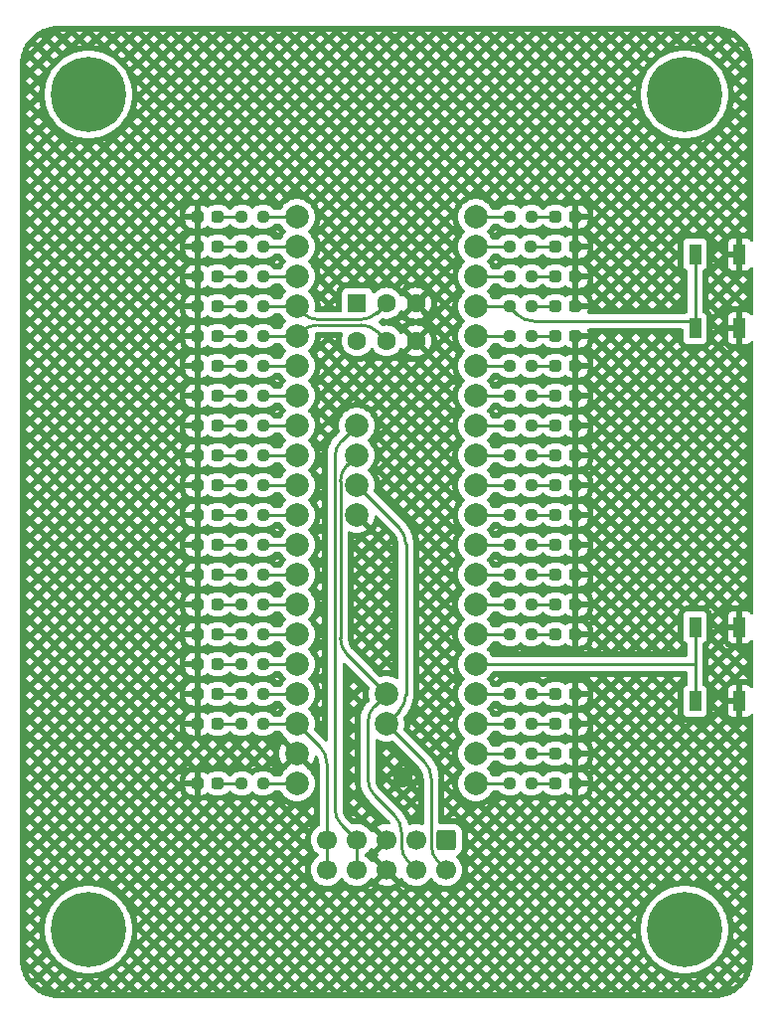
<source format=gbr>
G04 #@! TF.GenerationSoftware,KiCad,Pcbnew,(6.0.7)*
G04 #@! TF.CreationDate,2022-08-19T22:41:48+07:00*
G04 #@! TF.ProjectId,flashbed,666c6173-6862-4656-942e-6b696361645f,rev?*
G04 #@! TF.SameCoordinates,Original*
G04 #@! TF.FileFunction,Copper,L1,Top*
G04 #@! TF.FilePolarity,Positive*
%FSLAX46Y46*%
G04 Gerber Fmt 4.6, Leading zero omitted, Abs format (unit mm)*
G04 Created by KiCad (PCBNEW (6.0.7)) date 2022-08-19 22:41:48*
%MOMM*%
%LPD*%
G01*
G04 APERTURE LIST*
G04 Aperture macros list*
%AMRoundRect*
0 Rectangle with rounded corners*
0 $1 Rounding radius*
0 $2 $3 $4 $5 $6 $7 $8 $9 X,Y pos of 4 corners*
0 Add a 4 corners polygon primitive as box body*
4,1,4,$2,$3,$4,$5,$6,$7,$8,$9,$2,$3,0*
0 Add four circle primitives for the rounded corners*
1,1,$1+$1,$2,$3*
1,1,$1+$1,$4,$5*
1,1,$1+$1,$6,$7*
1,1,$1+$1,$8,$9*
0 Add four rect primitives between the rounded corners*
20,1,$1+$1,$2,$3,$4,$5,0*
20,1,$1+$1,$4,$5,$6,$7,0*
20,1,$1+$1,$6,$7,$8,$9,0*
20,1,$1+$1,$8,$9,$2,$3,0*%
G04 Aperture macros list end*
G04 #@! TA.AperFunction,SMDPad,CuDef*
%ADD10RoundRect,0.237500X-0.287500X-0.237500X0.287500X-0.237500X0.287500X0.237500X-0.287500X0.237500X0*%
G04 #@! TD*
G04 #@! TA.AperFunction,SMDPad,CuDef*
%ADD11RoundRect,0.237500X0.250000X0.237500X-0.250000X0.237500X-0.250000X-0.237500X0.250000X-0.237500X0*%
G04 #@! TD*
G04 #@! TA.AperFunction,ComponentPad*
%ADD12C,2.000000*%
G04 #@! TD*
G04 #@! TA.AperFunction,SMDPad,CuDef*
%ADD13RoundRect,0.237500X-0.250000X-0.237500X0.250000X-0.237500X0.250000X0.237500X-0.250000X0.237500X0*%
G04 #@! TD*
G04 #@! TA.AperFunction,SMDPad,CuDef*
%ADD14RoundRect,0.237500X0.287500X0.237500X-0.287500X0.237500X-0.287500X-0.237500X0.287500X-0.237500X0*%
G04 #@! TD*
G04 #@! TA.AperFunction,ComponentPad*
%ADD15RoundRect,0.250000X-0.600000X0.600000X-0.600000X-0.600000X0.600000X-0.600000X0.600000X0.600000X0*%
G04 #@! TD*
G04 #@! TA.AperFunction,ComponentPad*
%ADD16C,1.700000*%
G04 #@! TD*
G04 #@! TA.AperFunction,ComponentPad*
%ADD17R,1.600000X1.600000*%
G04 #@! TD*
G04 #@! TA.AperFunction,ComponentPad*
%ADD18C,1.600000*%
G04 #@! TD*
G04 #@! TA.AperFunction,ComponentPad*
%ADD19C,0.800000*%
G04 #@! TD*
G04 #@! TA.AperFunction,ComponentPad*
%ADD20C,6.400000*%
G04 #@! TD*
G04 #@! TA.AperFunction,SMDPad,CuDef*
%ADD21R,1.000000X1.700000*%
G04 #@! TD*
G04 #@! TA.AperFunction,ViaPad*
%ADD22C,0.800000*%
G04 #@! TD*
G04 #@! TA.AperFunction,Conductor*
%ADD23C,0.250000*%
G04 #@! TD*
G04 APERTURE END LIST*
D10*
X66435000Y-36830000D03*
X68185000Y-36830000D03*
X66435000Y-74930000D03*
X68185000Y-74930000D03*
D11*
X94892500Y-69850000D03*
X93067500Y-69850000D03*
X72032500Y-52070000D03*
X70207500Y-52070000D03*
D12*
X82550000Y-74930000D03*
X82550000Y-77470000D03*
X80010000Y-52070000D03*
X80010000Y-54610000D03*
X80010000Y-57150000D03*
X80010000Y-59690000D03*
D13*
X93067500Y-54610000D03*
X94892500Y-54610000D03*
D11*
X94892500Y-74930000D03*
X93067500Y-74930000D03*
X72032500Y-49530000D03*
X70207500Y-49530000D03*
D14*
X98665000Y-36830000D03*
X96915000Y-36830000D03*
D11*
X72032500Y-82550000D03*
X70207500Y-82550000D03*
X72032500Y-44450000D03*
X70207500Y-44450000D03*
D13*
X93067500Y-49530000D03*
X94892500Y-49530000D03*
D11*
X72032500Y-62230000D03*
X70207500Y-62230000D03*
D14*
X98665000Y-64770000D03*
X96915000Y-64770000D03*
X98665000Y-52070000D03*
X96915000Y-52070000D03*
D10*
X66435000Y-39370000D03*
X68185000Y-39370000D03*
D13*
X93067500Y-57150000D03*
X94892500Y-57150000D03*
D11*
X94892500Y-34290000D03*
X93067500Y-34290000D03*
D14*
X98665000Y-54610000D03*
X96915000Y-54610000D03*
D10*
X66435000Y-77470000D03*
X68185000Y-77470000D03*
D14*
X98665000Y-59690000D03*
X96915000Y-59690000D03*
D10*
X66435000Y-67310000D03*
X68185000Y-67310000D03*
X66435000Y-69850000D03*
X68185000Y-69850000D03*
D14*
X98665000Y-41910000D03*
X96915000Y-41910000D03*
D11*
X72032500Y-67310000D03*
X70207500Y-67310000D03*
X72032500Y-39370000D03*
X70207500Y-39370000D03*
D10*
X66435000Y-59690000D03*
X68185000Y-59690000D03*
D11*
X72032500Y-69850000D03*
X70207500Y-69850000D03*
D10*
X66435000Y-57150000D03*
X68185000Y-57150000D03*
D13*
X93067500Y-44450000D03*
X94892500Y-44450000D03*
D11*
X72032500Y-46990000D03*
X70207500Y-46990000D03*
D10*
X66435000Y-72390000D03*
X68185000Y-72390000D03*
D11*
X94892500Y-67310000D03*
X93067500Y-67310000D03*
D10*
X66435000Y-46990000D03*
X68185000Y-46990000D03*
D14*
X98665000Y-49530000D03*
X96915000Y-49530000D03*
D15*
X87630000Y-87376000D03*
D16*
X87630000Y-89916000D03*
X85090000Y-87376000D03*
X85090000Y-89916000D03*
X82550000Y-87376000D03*
X82550000Y-89916000D03*
X80010000Y-87376000D03*
X80010000Y-89916000D03*
X77470000Y-87376000D03*
X77470000Y-89916000D03*
D11*
X94892500Y-41910000D03*
X93067500Y-41910000D03*
D13*
X93067500Y-62230000D03*
X94892500Y-62230000D03*
D14*
X98665000Y-44450000D03*
X96915000Y-44450000D03*
X98665000Y-69850000D03*
X96915000Y-69850000D03*
D11*
X94892500Y-39370000D03*
X93067500Y-39370000D03*
D10*
X66435000Y-62230000D03*
X68185000Y-62230000D03*
D14*
X98665000Y-57150000D03*
X96915000Y-57150000D03*
X98665000Y-74930000D03*
X96915000Y-74930000D03*
X98665000Y-82550000D03*
X96915000Y-82550000D03*
D11*
X72032500Y-34290000D03*
X70207500Y-34290000D03*
D13*
X93067500Y-64770000D03*
X94892500Y-64770000D03*
D11*
X94865500Y-36830000D03*
X93040500Y-36830000D03*
D10*
X66435000Y-49530000D03*
X68185000Y-49530000D03*
D11*
X72032500Y-54610000D03*
X70207500Y-54610000D03*
D13*
X93067500Y-46990000D03*
X94892500Y-46990000D03*
D11*
X94892500Y-82550000D03*
X93067500Y-82550000D03*
D14*
X98665000Y-62230000D03*
X96915000Y-62230000D03*
X98665000Y-80010000D03*
X96915000Y-80010000D03*
X98665000Y-67310000D03*
X96915000Y-67310000D03*
X98665000Y-34290000D03*
X96915000Y-34290000D03*
D11*
X72032500Y-77470000D03*
X70207500Y-77470000D03*
X94892500Y-80010000D03*
X93067500Y-80010000D03*
D17*
X80050000Y-41656000D03*
D18*
X82550000Y-41656000D03*
X85050000Y-41656000D03*
X80050000Y-44856000D03*
X82550000Y-44856000D03*
X85050000Y-44856000D03*
D10*
X66435000Y-44450000D03*
X68185000Y-44450000D03*
D13*
X93067500Y-59690000D03*
X94892500Y-59690000D03*
X93067500Y-52070000D03*
X94892500Y-52070000D03*
D19*
X106252944Y-93298944D03*
X109647056Y-96693056D03*
X109647056Y-93298944D03*
X110350000Y-94996000D03*
D20*
X107950000Y-94996000D03*
D19*
X107950000Y-92596000D03*
X106252944Y-96693056D03*
X107950000Y-97396000D03*
X105550000Y-94996000D03*
D14*
X98665000Y-77470000D03*
X96915000Y-77470000D03*
D11*
X72032500Y-41910000D03*
X70207500Y-41910000D03*
X72032500Y-64770000D03*
X70207500Y-64770000D03*
X72032500Y-72390000D03*
X70207500Y-72390000D03*
D10*
X66435000Y-54610000D03*
X68185000Y-54610000D03*
D11*
X72032500Y-74930000D03*
X70207500Y-74930000D03*
D10*
X66435000Y-41910000D03*
X68185000Y-41910000D03*
X66435000Y-34290000D03*
X68185000Y-34290000D03*
D19*
X59550000Y-23876000D03*
X57150000Y-26276000D03*
X54750000Y-23876000D03*
D20*
X57150000Y-23876000D03*
D19*
X57150000Y-21476000D03*
X58847056Y-22178944D03*
X58847056Y-25573056D03*
X55452944Y-25573056D03*
X55452944Y-22178944D03*
D11*
X72032500Y-59690000D03*
X70207500Y-59690000D03*
X72032500Y-57150000D03*
X70207500Y-57150000D03*
D10*
X66435000Y-64770000D03*
X68185000Y-64770000D03*
D21*
X108844000Y-75540000D03*
X108844000Y-69240000D03*
X112644000Y-75540000D03*
X112644000Y-69240000D03*
D11*
X94892500Y-77470000D03*
X93067500Y-77470000D03*
X72032500Y-36830000D03*
X70207500Y-36830000D03*
D10*
X66435000Y-82550000D03*
X68185000Y-82550000D03*
X66435000Y-52070000D03*
X68185000Y-52070000D03*
D19*
X57150000Y-92596000D03*
D20*
X57150000Y-94996000D03*
D19*
X55452944Y-96693056D03*
X58847056Y-93298944D03*
X57150000Y-97396000D03*
X55452944Y-93298944D03*
X54750000Y-94996000D03*
X58847056Y-96693056D03*
X59550000Y-94996000D03*
D21*
X108844000Y-43790000D03*
X108844000Y-37490000D03*
X112644000Y-43790000D03*
X112644000Y-37490000D03*
D14*
X98665000Y-39370000D03*
X96915000Y-39370000D03*
D12*
X90170000Y-34290000D03*
X90170000Y-36830000D03*
X90170000Y-39370000D03*
X90170000Y-41910000D03*
X90170000Y-44450000D03*
X90170000Y-46990000D03*
X90170000Y-49530000D03*
X90170000Y-52070000D03*
X90170000Y-54610000D03*
X90170000Y-57150000D03*
X90170000Y-59690000D03*
X90170000Y-62230000D03*
X90170000Y-64770000D03*
X90170000Y-67310000D03*
X90170000Y-69850000D03*
X90170000Y-72390000D03*
X90170000Y-74930000D03*
X90170000Y-77470000D03*
X90170000Y-80010000D03*
X90170000Y-82550000D03*
X74930000Y-34290000D03*
X74930000Y-36830000D03*
X74930000Y-39370000D03*
X74930000Y-41910000D03*
X74930000Y-44450000D03*
X74930000Y-46990000D03*
X74930000Y-49530000D03*
X74930000Y-52070000D03*
X74930000Y-54610000D03*
X74930000Y-57150000D03*
X74930000Y-59690000D03*
X74930000Y-62230000D03*
X74930000Y-64770000D03*
X74930000Y-67310000D03*
X74930000Y-69850000D03*
X74930000Y-72390000D03*
X74930000Y-74930000D03*
X74930000Y-77470000D03*
X74930000Y-80010000D03*
X74930000Y-82550000D03*
D20*
X107950000Y-23876000D03*
D19*
X105550000Y-23876000D03*
X106252944Y-25573056D03*
X110350000Y-23876000D03*
X109647056Y-22178944D03*
X106252944Y-22178944D03*
X107950000Y-21476000D03*
X109647056Y-25573056D03*
X107950000Y-26276000D03*
D14*
X98665000Y-46990000D03*
X96915000Y-46990000D03*
D22*
X83947000Y-82042000D03*
D23*
X68185000Y-36830000D02*
X70207500Y-36830000D01*
X70207500Y-39370000D02*
X68185000Y-39370000D01*
X96915000Y-44450000D02*
X94892500Y-44450000D01*
X68185000Y-46990000D02*
X70207500Y-46990000D01*
X96915000Y-46990000D02*
X94892500Y-46990000D01*
X70207500Y-49530000D02*
X68185000Y-49530000D01*
X94892500Y-49530000D02*
X96915000Y-49530000D01*
X68185000Y-52070000D02*
X70207500Y-52070000D01*
X96915000Y-52070000D02*
X94892500Y-52070000D01*
X70207500Y-54610000D02*
X68185000Y-54610000D01*
X94892500Y-54610000D02*
X96915000Y-54610000D01*
X68185000Y-57150000D02*
X70207500Y-57150000D01*
X96915000Y-57150000D02*
X94892500Y-57150000D01*
X70207500Y-59690000D02*
X68185000Y-59690000D01*
X94892500Y-59690000D02*
X96915000Y-59690000D01*
X68185000Y-62230000D02*
X70207500Y-62230000D01*
X96915000Y-62230000D02*
X94892500Y-62230000D01*
X70207500Y-64770000D02*
X68185000Y-64770000D01*
X94892500Y-64770000D02*
X96915000Y-64770000D01*
X86360000Y-82108427D02*
X86360000Y-87817573D01*
X82550000Y-77470000D02*
X85774214Y-80694214D01*
X82550000Y-77470000D02*
X83615214Y-76404786D01*
X86945787Y-89231787D02*
X87630000Y-89916000D01*
X83615213Y-60755213D02*
X80010000Y-57150000D01*
X84201000Y-74990573D02*
X84201000Y-62169427D01*
X84200980Y-74990573D02*
G75*
G02*
X83615213Y-76404785I-1999980J-27D01*
G01*
X85774228Y-80694200D02*
G75*
G02*
X86360000Y-82108427I-1414228J-1414200D01*
G01*
X84200980Y-62169427D02*
G75*
G03*
X83615212Y-60755214I-1999980J27D01*
G01*
X86360020Y-87817573D02*
G75*
G03*
X86945788Y-89231786I1999980J-27D01*
G01*
X78613000Y-68326000D02*
X78613000Y-70164573D01*
X83234213Y-85266213D02*
X81547588Y-83579588D01*
X81547589Y-75932411D02*
X82550000Y-74930000D01*
X85090000Y-89916000D02*
X84405786Y-89231786D01*
X78613000Y-68326000D02*
X78613000Y-56835427D01*
X79198787Y-71578787D02*
X82550000Y-74930000D01*
X79198787Y-55421213D02*
X80010000Y-54610000D01*
X83820000Y-87817573D02*
X83820000Y-86680427D01*
X80961802Y-82165375D02*
X80961802Y-77346625D01*
X78613020Y-56835427D02*
G75*
G02*
X79198788Y-55421214I1999980J27D01*
G01*
X79198773Y-71578801D02*
G75*
G02*
X78613000Y-70164573I1414227J1414201D01*
G01*
X83819980Y-86680427D02*
G75*
G03*
X83234212Y-85266214I-1999980J27D01*
G01*
X80961820Y-77346625D02*
G75*
G02*
X81547590Y-75932412I1999980J25D01*
G01*
X81547576Y-83579600D02*
G75*
G02*
X80961802Y-82165375I1414224J1414200D01*
G01*
X84405772Y-89231800D02*
G75*
G02*
X83820000Y-87817573I1414228J1414200D01*
G01*
X80010000Y-87376000D02*
X80010000Y-89916000D01*
X80010000Y-52070000D02*
X78748786Y-53331214D01*
X78748787Y-86114787D02*
X80010000Y-87376000D01*
X78163000Y-54745427D02*
X78163000Y-84700573D01*
X78163020Y-84700573D02*
G75*
G03*
X78748788Y-86114786I1999980J-27D01*
G01*
X78163020Y-54745427D02*
G75*
G02*
X78748787Y-53331215I1999980J27D01*
G01*
X74930000Y-77470000D02*
X76884214Y-79424214D01*
X77470000Y-87376000D02*
X77470000Y-89916000D01*
X72032500Y-77470000D02*
X74930000Y-77470000D01*
X77470000Y-80838427D02*
X77470000Y-87376000D01*
X76884228Y-79424200D02*
G75*
G02*
X77470000Y-80838427I-1414228J-1414200D01*
G01*
X70207500Y-34290000D02*
X68185000Y-34290000D01*
X108844000Y-43790000D02*
X108844000Y-43566000D01*
X108844000Y-43566000D02*
X108458000Y-43180000D01*
X93067500Y-41910000D02*
X90170000Y-41910000D01*
X93067500Y-42013500D02*
X93648214Y-42594214D01*
X95062427Y-43180000D02*
X108458000Y-43180000D01*
X93067500Y-41910000D02*
X93067500Y-42013500D01*
X108844000Y-43790000D02*
X108844000Y-37490000D01*
X93648200Y-42594228D02*
G75*
G03*
X95062427Y-43180000I1414200J1414228D01*
G01*
X108844000Y-72268000D02*
X108722000Y-72390000D01*
X108844000Y-69240000D02*
X108844000Y-72258000D01*
X108844000Y-72258000D02*
X108844000Y-72512000D01*
X108722000Y-72390000D02*
X108844000Y-72512000D01*
X108844000Y-72512000D02*
X108844000Y-75540000D01*
X90170000Y-72390000D02*
X108722000Y-72390000D01*
X108844000Y-72258000D02*
X108844000Y-72268000D01*
X96915000Y-34290000D02*
X94892500Y-34290000D01*
X96915000Y-36830000D02*
X94865500Y-36830000D01*
X96915000Y-39370000D02*
X94892500Y-39370000D01*
X70207500Y-41910000D02*
X68185000Y-41910000D01*
X96915000Y-41910000D02*
X94892500Y-41910000D01*
X70207500Y-44450000D02*
X68185000Y-44450000D01*
X70207500Y-67310000D02*
X68185000Y-67310000D01*
X96915000Y-67310000D02*
X94892500Y-67310000D01*
X70207500Y-69850000D02*
X68185000Y-69850000D01*
X96915000Y-69850000D02*
X94892500Y-69850000D01*
X70207500Y-72390000D02*
X68185000Y-72390000D01*
X70207500Y-74930000D02*
X68185000Y-74930000D01*
X96915000Y-74930000D02*
X94892500Y-74930000D01*
X70207500Y-77470000D02*
X68185000Y-77470000D01*
X96915000Y-77470000D02*
X94892500Y-77470000D01*
X96915000Y-80010000D02*
X94892500Y-80010000D01*
X70207500Y-82550000D02*
X68185000Y-82550000D01*
X96915000Y-82550000D02*
X94892500Y-82550000D01*
X72032500Y-34290000D02*
X74930000Y-34290000D01*
X72032500Y-36830000D02*
X74930000Y-36830000D01*
X72032500Y-39370000D02*
X74930000Y-39370000D01*
X72032500Y-41910000D02*
X74930000Y-41910000D01*
X82550000Y-41656000D02*
X81738786Y-42467214D01*
X75360213Y-42467213D02*
X74930000Y-42037000D01*
X74930000Y-42037000D02*
X74930000Y-41910000D01*
X80324573Y-43053000D02*
X76774427Y-43053000D01*
X76774427Y-43052980D02*
G75*
G02*
X75360214Y-42467212I-27J1999980D01*
G01*
X80324573Y-43052980D02*
G75*
G03*
X81738785Y-42467213I27J1999980D01*
G01*
X72032500Y-44450000D02*
X74930000Y-44450000D01*
X75291213Y-44088787D02*
X74930000Y-44450000D01*
X80368573Y-43503000D02*
X76705427Y-43503000D01*
X82550000Y-44856000D02*
X81782786Y-44088786D01*
X76705427Y-43503020D02*
G75*
G03*
X75291214Y-44088788I-27J-1999980D01*
G01*
X81782800Y-44088772D02*
G75*
G03*
X80368573Y-43503000I-1414200J-1414228D01*
G01*
X72032500Y-46990000D02*
X74930000Y-46990000D01*
X72032500Y-49530000D02*
X74930000Y-49530000D01*
X74930000Y-52070000D02*
X72032500Y-52070000D01*
X72032500Y-54610000D02*
X74930000Y-54610000D01*
X72032500Y-57150000D02*
X74930000Y-57150000D01*
X72032500Y-59690000D02*
X74930000Y-59690000D01*
X72032500Y-62230000D02*
X74930000Y-62230000D01*
X72032500Y-64770000D02*
X74930000Y-64770000D01*
X72032500Y-67310000D02*
X74930000Y-67310000D01*
X72032500Y-69850000D02*
X74930000Y-69850000D01*
X72032500Y-72390000D02*
X74930000Y-72390000D01*
X72032500Y-74930000D02*
X74930000Y-74930000D01*
X72032500Y-82550000D02*
X74930000Y-82550000D01*
X93067500Y-34290000D02*
X90170000Y-34290000D01*
X93040500Y-36830000D02*
X90170000Y-36830000D01*
X93067500Y-39370000D02*
X90170000Y-39370000D01*
X90170000Y-44450000D02*
X93067500Y-44450000D01*
X93067500Y-46990000D02*
X90170000Y-46990000D01*
X93067500Y-49530000D02*
X90170000Y-49530000D01*
X93067500Y-52070000D02*
X90170000Y-52070000D01*
X93067500Y-54610000D02*
X90170000Y-54610000D01*
X93067500Y-57150000D02*
X90170000Y-57150000D01*
X93067500Y-59690000D02*
X90170000Y-59690000D01*
X93067500Y-62230000D02*
X90170000Y-62230000D01*
X93067500Y-64770000D02*
X90170000Y-64770000D01*
X93067500Y-67310000D02*
X90170000Y-67310000D01*
X93067500Y-69850000D02*
X90170000Y-69850000D01*
X93067500Y-74930000D02*
X90170000Y-74930000D01*
X93067500Y-77470000D02*
X90170000Y-77470000D01*
X93067500Y-80010000D02*
X90170000Y-80010000D01*
X93067500Y-82550000D02*
X90170000Y-82550000D01*
G04 #@! TA.AperFunction,Conductor*
G36*
X110460018Y-18036000D02*
G01*
X110474851Y-18038310D01*
X110474855Y-18038310D01*
X110483724Y-18039691D01*
X110502436Y-18037244D01*
X110525366Y-18036353D01*
X110828503Y-18052240D01*
X110841617Y-18053618D01*
X111169898Y-18105613D01*
X111182798Y-18108355D01*
X111503846Y-18194379D01*
X111516382Y-18198453D01*
X111787468Y-18302513D01*
X111826672Y-18317562D01*
X111838720Y-18322926D01*
X112134867Y-18473820D01*
X112146288Y-18480414D01*
X112425040Y-18661437D01*
X112435710Y-18669190D01*
X112694004Y-18878352D01*
X112703805Y-18887177D01*
X112938823Y-19122195D01*
X112947648Y-19131996D01*
X113156810Y-19390290D01*
X113164563Y-19400960D01*
X113345586Y-19679712D01*
X113352180Y-19691133D01*
X113503074Y-19987280D01*
X113508438Y-19999328D01*
X113602520Y-20244417D01*
X113627545Y-20309610D01*
X113631620Y-20322152D01*
X113671978Y-20472769D01*
X113717645Y-20643202D01*
X113720387Y-20656102D01*
X113772382Y-20984383D01*
X113773760Y-20997500D01*
X113789262Y-21293298D01*
X113787935Y-21319273D01*
X113787691Y-21320843D01*
X113787691Y-21320849D01*
X113786309Y-21329724D01*
X113787473Y-21338626D01*
X113787473Y-21338628D01*
X113790436Y-21361283D01*
X113791500Y-21377621D01*
X113791500Y-36278614D01*
X113771498Y-36346735D01*
X113717842Y-36393228D01*
X113647568Y-36403332D01*
X113582988Y-36373838D01*
X113564673Y-36354179D01*
X113512281Y-36284272D01*
X113499724Y-36271715D01*
X113397649Y-36195214D01*
X113382054Y-36186676D01*
X113261606Y-36141522D01*
X113246351Y-36137895D01*
X113195486Y-36132369D01*
X113188672Y-36132000D01*
X112916115Y-36132000D01*
X112900876Y-36136475D01*
X112899671Y-36137865D01*
X112898000Y-36145548D01*
X112898000Y-38829884D01*
X112902475Y-38845123D01*
X112903865Y-38846328D01*
X112911548Y-38847999D01*
X113188669Y-38847999D01*
X113195490Y-38847629D01*
X113246352Y-38842105D01*
X113261604Y-38838479D01*
X113382054Y-38793324D01*
X113397649Y-38784786D01*
X113499724Y-38708285D01*
X113512281Y-38695728D01*
X113564673Y-38625821D01*
X113621533Y-38583306D01*
X113692351Y-38578280D01*
X113754645Y-38612340D01*
X113788635Y-38674671D01*
X113791500Y-38701386D01*
X113791500Y-42578614D01*
X113771498Y-42646735D01*
X113717842Y-42693228D01*
X113647568Y-42703332D01*
X113582988Y-42673838D01*
X113564673Y-42654179D01*
X113512281Y-42584272D01*
X113499724Y-42571715D01*
X113397649Y-42495214D01*
X113382054Y-42486676D01*
X113261606Y-42441522D01*
X113246351Y-42437895D01*
X113195486Y-42432369D01*
X113188672Y-42432000D01*
X112916115Y-42432000D01*
X112900876Y-42436475D01*
X112899671Y-42437865D01*
X112898000Y-42445548D01*
X112898000Y-45129884D01*
X112902475Y-45145123D01*
X112903865Y-45146328D01*
X112911548Y-45147999D01*
X113188669Y-45147999D01*
X113195490Y-45147629D01*
X113246352Y-45142105D01*
X113261604Y-45138479D01*
X113382054Y-45093324D01*
X113397649Y-45084786D01*
X113499724Y-45008285D01*
X113512281Y-44995728D01*
X113564673Y-44925821D01*
X113621533Y-44883306D01*
X113692351Y-44878280D01*
X113754645Y-44912340D01*
X113788635Y-44974671D01*
X113791500Y-45001386D01*
X113791500Y-68028614D01*
X113771498Y-68096735D01*
X113717842Y-68143228D01*
X113647568Y-68153332D01*
X113582988Y-68123838D01*
X113564673Y-68104179D01*
X113512281Y-68034272D01*
X113499724Y-68021715D01*
X113397649Y-67945214D01*
X113382054Y-67936676D01*
X113261606Y-67891522D01*
X113246351Y-67887895D01*
X113195486Y-67882369D01*
X113188672Y-67882000D01*
X112916115Y-67882000D01*
X112900876Y-67886475D01*
X112899671Y-67887865D01*
X112898000Y-67895548D01*
X112898000Y-70579884D01*
X112902475Y-70595123D01*
X112903865Y-70596328D01*
X112911548Y-70597999D01*
X113188669Y-70597999D01*
X113195490Y-70597629D01*
X113246352Y-70592105D01*
X113261604Y-70588479D01*
X113382054Y-70543324D01*
X113397649Y-70534786D01*
X113499724Y-70458285D01*
X113512281Y-70445728D01*
X113564673Y-70375821D01*
X113621533Y-70333306D01*
X113692351Y-70328280D01*
X113754645Y-70362340D01*
X113788635Y-70424671D01*
X113791500Y-70451386D01*
X113791500Y-74328614D01*
X113771498Y-74396735D01*
X113717842Y-74443228D01*
X113647568Y-74453332D01*
X113582988Y-74423838D01*
X113564673Y-74404179D01*
X113512281Y-74334272D01*
X113499724Y-74321715D01*
X113397649Y-74245214D01*
X113382054Y-74236676D01*
X113261606Y-74191522D01*
X113246351Y-74187895D01*
X113195486Y-74182369D01*
X113188672Y-74182000D01*
X112916115Y-74182000D01*
X112900876Y-74186475D01*
X112899671Y-74187865D01*
X112898000Y-74195548D01*
X112898000Y-76879884D01*
X112902475Y-76895123D01*
X112903865Y-76896328D01*
X112911548Y-76897999D01*
X113188669Y-76897999D01*
X113195490Y-76897629D01*
X113246352Y-76892105D01*
X113261604Y-76888479D01*
X113382054Y-76843324D01*
X113397649Y-76834786D01*
X113499724Y-76758285D01*
X113512281Y-76745728D01*
X113564673Y-76675821D01*
X113621533Y-76633306D01*
X113692351Y-76628280D01*
X113754645Y-76662340D01*
X113788635Y-76724671D01*
X113791500Y-76751386D01*
X113791500Y-97486633D01*
X113790000Y-97506018D01*
X113787690Y-97520851D01*
X113787690Y-97520855D01*
X113786309Y-97529724D01*
X113788136Y-97543693D01*
X113788756Y-97548433D01*
X113789647Y-97571366D01*
X113782736Y-97703232D01*
X113773760Y-97874501D01*
X113772382Y-97887617D01*
X113720387Y-98215898D01*
X113717645Y-98228798D01*
X113671633Y-98400520D01*
X113631621Y-98549846D01*
X113627547Y-98562382D01*
X113571040Y-98709589D01*
X113508438Y-98872672D01*
X113503074Y-98884720D01*
X113352180Y-99180867D01*
X113345586Y-99192288D01*
X113164563Y-99471040D01*
X113156810Y-99481710D01*
X112947648Y-99740004D01*
X112938823Y-99749805D01*
X112703805Y-99984823D01*
X112694004Y-99993648D01*
X112435710Y-100202810D01*
X112425040Y-100210563D01*
X112146288Y-100391586D01*
X112134867Y-100398180D01*
X111838720Y-100549074D01*
X111826671Y-100554438D01*
X111516382Y-100673547D01*
X111503846Y-100677621D01*
X111182798Y-100763645D01*
X111169898Y-100766387D01*
X110841617Y-100818382D01*
X110828501Y-100819760D01*
X110794848Y-100821524D01*
X110532702Y-100835262D01*
X110506727Y-100833935D01*
X110505157Y-100833691D01*
X110505151Y-100833691D01*
X110496276Y-100832309D01*
X110487374Y-100833473D01*
X110487372Y-100833473D01*
X110472323Y-100835441D01*
X110464714Y-100836436D01*
X110448379Y-100837500D01*
X54659367Y-100837500D01*
X54639982Y-100836000D01*
X54625149Y-100833690D01*
X54625145Y-100833690D01*
X54616276Y-100832309D01*
X54597564Y-100834756D01*
X54574634Y-100835647D01*
X54271497Y-100819760D01*
X54258383Y-100818382D01*
X53930102Y-100766387D01*
X53917202Y-100763645D01*
X53596154Y-100677621D01*
X53583618Y-100673547D01*
X53273329Y-100554438D01*
X53261280Y-100549074D01*
X52965133Y-100398180D01*
X52953712Y-100391586D01*
X52873506Y-100339500D01*
X54738852Y-100339500D01*
X55231402Y-100339500D01*
X56153066Y-100339500D01*
X56645616Y-100339500D01*
X57567280Y-100339500D01*
X58059830Y-100339500D01*
X58981493Y-100339500D01*
X59474043Y-100339500D01*
X60395707Y-100339500D01*
X60888257Y-100339500D01*
X61809920Y-100339500D01*
X62302470Y-100339500D01*
X63224134Y-100339500D01*
X63716684Y-100339500D01*
X64638347Y-100339500D01*
X65130897Y-100339500D01*
X66052561Y-100339500D01*
X66545111Y-100339500D01*
X67466775Y-100339500D01*
X67959325Y-100339500D01*
X68880988Y-100339500D01*
X69373538Y-100339500D01*
X70295202Y-100339500D01*
X70787752Y-100339500D01*
X71709415Y-100339500D01*
X72201965Y-100339500D01*
X73123629Y-100339500D01*
X73616179Y-100339500D01*
X74537842Y-100339500D01*
X75030392Y-100339500D01*
X75952056Y-100339500D01*
X76444606Y-100339500D01*
X77366269Y-100339500D01*
X77858819Y-100339500D01*
X78780483Y-100339500D01*
X79273033Y-100339500D01*
X80194697Y-100339500D01*
X80687247Y-100339500D01*
X81608910Y-100339500D01*
X82101460Y-100339500D01*
X83023124Y-100339500D01*
X83515674Y-100339500D01*
X84437337Y-100339500D01*
X84929887Y-100339500D01*
X85851551Y-100339500D01*
X86344101Y-100339500D01*
X87265764Y-100339500D01*
X87758314Y-100339500D01*
X88679978Y-100339500D01*
X89172528Y-100339500D01*
X90094192Y-100339500D01*
X90586742Y-100339500D01*
X91508405Y-100339500D01*
X92000955Y-100339500D01*
X92922619Y-100339500D01*
X93415169Y-100339500D01*
X94336832Y-100339500D01*
X94829382Y-100339500D01*
X95751046Y-100339500D01*
X96243596Y-100339500D01*
X97165259Y-100339500D01*
X97657809Y-100339500D01*
X98579473Y-100339500D01*
X99072023Y-100339500D01*
X99993686Y-100339500D01*
X100486236Y-100339500D01*
X101407900Y-100339500D01*
X101900450Y-100339500D01*
X102822114Y-100339500D01*
X103314664Y-100339500D01*
X104236327Y-100339500D01*
X104728877Y-100339500D01*
X105650541Y-100339500D01*
X106143091Y-100339500D01*
X107064754Y-100339500D01*
X107557304Y-100339500D01*
X108478968Y-100339500D01*
X108971518Y-100339500D01*
X109893181Y-100339500D01*
X110385731Y-100339500D01*
X110139456Y-100093225D01*
X109893181Y-100339500D01*
X108971518Y-100339500D01*
X108725243Y-100093225D01*
X108478968Y-100339500D01*
X107557304Y-100339500D01*
X107311029Y-100093225D01*
X107064754Y-100339500D01*
X106143091Y-100339500D01*
X105896816Y-100093225D01*
X105650541Y-100339500D01*
X104728877Y-100339500D01*
X104482602Y-100093225D01*
X104236327Y-100339500D01*
X103314664Y-100339500D01*
X103068389Y-100093225D01*
X102822114Y-100339500D01*
X101900450Y-100339500D01*
X101654175Y-100093225D01*
X101407900Y-100339500D01*
X100486236Y-100339500D01*
X100239961Y-100093225D01*
X99993686Y-100339500D01*
X99072023Y-100339500D01*
X98825748Y-100093225D01*
X98579473Y-100339500D01*
X97657809Y-100339500D01*
X97411534Y-100093225D01*
X97165259Y-100339500D01*
X96243596Y-100339500D01*
X95997321Y-100093225D01*
X95751046Y-100339500D01*
X94829382Y-100339500D01*
X94583107Y-100093225D01*
X94336832Y-100339500D01*
X93415169Y-100339500D01*
X93168894Y-100093225D01*
X92922619Y-100339500D01*
X92000955Y-100339500D01*
X91754680Y-100093225D01*
X91508405Y-100339500D01*
X90586742Y-100339500D01*
X90340467Y-100093225D01*
X90094192Y-100339500D01*
X89172528Y-100339500D01*
X88926253Y-100093225D01*
X88679978Y-100339500D01*
X87758314Y-100339500D01*
X87512039Y-100093225D01*
X87265764Y-100339500D01*
X86344101Y-100339500D01*
X86097826Y-100093225D01*
X85851551Y-100339500D01*
X84929887Y-100339500D01*
X84683612Y-100093225D01*
X84437337Y-100339500D01*
X83515674Y-100339500D01*
X83269399Y-100093225D01*
X83023124Y-100339500D01*
X82101460Y-100339500D01*
X81855185Y-100093225D01*
X81608910Y-100339500D01*
X80687247Y-100339500D01*
X80440972Y-100093225D01*
X80194697Y-100339500D01*
X79273033Y-100339500D01*
X79026758Y-100093225D01*
X78780483Y-100339500D01*
X77858819Y-100339500D01*
X77612544Y-100093225D01*
X77366269Y-100339500D01*
X76444606Y-100339500D01*
X76198331Y-100093225D01*
X75952056Y-100339500D01*
X75030392Y-100339500D01*
X74784117Y-100093225D01*
X74537842Y-100339500D01*
X73616179Y-100339500D01*
X73369904Y-100093225D01*
X73123629Y-100339500D01*
X72201965Y-100339500D01*
X71955690Y-100093225D01*
X71709415Y-100339500D01*
X70787752Y-100339500D01*
X70541477Y-100093225D01*
X70295202Y-100339500D01*
X69373538Y-100339500D01*
X69127263Y-100093225D01*
X68880988Y-100339500D01*
X67959325Y-100339500D01*
X67713050Y-100093225D01*
X67466775Y-100339500D01*
X66545111Y-100339500D01*
X66298836Y-100093225D01*
X66052561Y-100339500D01*
X65130897Y-100339500D01*
X64884622Y-100093225D01*
X64638347Y-100339500D01*
X63716684Y-100339500D01*
X63470409Y-100093225D01*
X63224134Y-100339500D01*
X62302470Y-100339500D01*
X62056195Y-100093225D01*
X61809920Y-100339500D01*
X60888257Y-100339500D01*
X60641982Y-100093225D01*
X60395707Y-100339500D01*
X59474043Y-100339500D01*
X59227768Y-100093225D01*
X58981493Y-100339500D01*
X58059830Y-100339500D01*
X57813555Y-100093225D01*
X57567280Y-100339500D01*
X56645616Y-100339500D01*
X56399341Y-100093225D01*
X56153066Y-100339500D01*
X55231402Y-100339500D01*
X54985127Y-100093225D01*
X54738852Y-100339500D01*
X52873506Y-100339500D01*
X52674960Y-100210563D01*
X52664290Y-100202810D01*
X52405996Y-99993648D01*
X52396195Y-99984823D01*
X52161177Y-99749805D01*
X52152352Y-99740004D01*
X52012369Y-99567139D01*
X52682787Y-99567139D01*
X52734543Y-99618895D01*
X52962538Y-99803522D01*
X53080036Y-99879826D01*
X53218775Y-99741087D01*
X53923053Y-99741087D01*
X54278020Y-100096054D01*
X54632989Y-99741086D01*
X55337266Y-99741086D01*
X55692235Y-100096054D01*
X56047202Y-99741087D01*
X56751480Y-99741087D01*
X57106447Y-100096054D01*
X57461416Y-99741086D01*
X58165693Y-99741086D01*
X58520662Y-100096054D01*
X58875629Y-99741087D01*
X59579907Y-99741087D01*
X59934874Y-100096054D01*
X60289842Y-99741087D01*
X60994121Y-99741087D01*
X61349088Y-100096054D01*
X61704057Y-99741086D01*
X62408334Y-99741086D01*
X62763303Y-100096054D01*
X63118270Y-99741087D01*
X63822548Y-99741087D01*
X64177515Y-100096054D01*
X64532484Y-99741086D01*
X65236761Y-99741086D01*
X65591730Y-100096054D01*
X65946697Y-99741087D01*
X66650975Y-99741087D01*
X67005942Y-100096054D01*
X67360911Y-99741086D01*
X68065188Y-99741086D01*
X68420157Y-100096054D01*
X68775124Y-99741087D01*
X69479402Y-99741087D01*
X69834369Y-100096054D01*
X70189338Y-99741086D01*
X70893615Y-99741086D01*
X71248584Y-100096054D01*
X71603551Y-99741087D01*
X72307829Y-99741087D01*
X72662797Y-100096055D01*
X73017765Y-99741087D01*
X73722043Y-99741087D01*
X74077010Y-100096054D01*
X74431979Y-99741086D01*
X75136256Y-99741086D01*
X75491225Y-100096054D01*
X75846192Y-99741087D01*
X76550470Y-99741087D01*
X76905437Y-100096054D01*
X77260406Y-99741086D01*
X77964683Y-99741086D01*
X78319652Y-100096054D01*
X78674619Y-99741087D01*
X79378897Y-99741087D01*
X79733864Y-100096054D01*
X80088833Y-99741086D01*
X80793110Y-99741086D01*
X81148079Y-100096054D01*
X81503046Y-99741087D01*
X82207324Y-99741087D01*
X82562291Y-100096054D01*
X82917259Y-99741087D01*
X83621538Y-99741087D01*
X83976505Y-100096054D01*
X84331474Y-99741086D01*
X85035751Y-99741086D01*
X85390720Y-100096054D01*
X85745687Y-99741087D01*
X86449965Y-99741087D01*
X86804932Y-100096054D01*
X87159901Y-99741086D01*
X87864178Y-99741086D01*
X88219147Y-100096054D01*
X88574114Y-99741087D01*
X89278392Y-99741087D01*
X89633359Y-100096054D01*
X89988328Y-99741086D01*
X90692605Y-99741086D01*
X91047574Y-100096054D01*
X91402541Y-99741087D01*
X92106819Y-99741087D01*
X92461786Y-100096054D01*
X92816755Y-99741086D01*
X93521032Y-99741086D01*
X93876001Y-100096054D01*
X94230968Y-99741087D01*
X94935246Y-99741087D01*
X95290214Y-100096055D01*
X95645182Y-99741087D01*
X96349460Y-99741087D01*
X96704427Y-100096054D01*
X97059396Y-99741086D01*
X97763673Y-99741086D01*
X98118642Y-100096054D01*
X98473609Y-99741087D01*
X99177887Y-99741087D01*
X99532854Y-100096054D01*
X99887823Y-99741086D01*
X100592100Y-99741086D01*
X100947069Y-100096054D01*
X101302036Y-99741087D01*
X102006314Y-99741087D01*
X102361281Y-100096054D01*
X102716250Y-99741086D01*
X103420527Y-99741086D01*
X103775496Y-100096054D01*
X104130463Y-99741087D01*
X104834741Y-99741087D01*
X105189708Y-100096054D01*
X105544677Y-99741086D01*
X106248954Y-99741086D01*
X106603923Y-100096054D01*
X106958890Y-99741087D01*
X106958889Y-99741086D01*
X107663168Y-99741086D01*
X108018137Y-100096054D01*
X108373104Y-99741087D01*
X109077382Y-99741087D01*
X109432349Y-100096054D01*
X109787318Y-99741086D01*
X110491595Y-99741086D01*
X110846564Y-100096054D01*
X111201531Y-99741087D01*
X111905809Y-99741087D01*
X112034869Y-99870147D01*
X112137462Y-99803522D01*
X112365452Y-99618899D01*
X112429505Y-99554846D01*
X112260777Y-99386118D01*
X111905809Y-99741087D01*
X111201531Y-99741087D01*
X110846563Y-99386118D01*
X110491595Y-99741086D01*
X109787318Y-99741086D01*
X109432350Y-99386118D01*
X109077382Y-99741087D01*
X108373104Y-99741087D01*
X108018136Y-99386118D01*
X107663168Y-99741086D01*
X106958889Y-99741086D01*
X106603922Y-99386118D01*
X106248954Y-99741086D01*
X105544677Y-99741086D01*
X105189709Y-99386118D01*
X104834741Y-99741087D01*
X104130463Y-99741087D01*
X103775495Y-99386118D01*
X103420527Y-99741086D01*
X102716250Y-99741086D01*
X102361282Y-99386118D01*
X102006314Y-99741087D01*
X101302036Y-99741087D01*
X100947068Y-99386118D01*
X100592100Y-99741086D01*
X99887823Y-99741086D01*
X99532855Y-99386118D01*
X99177887Y-99741087D01*
X98473609Y-99741087D01*
X98118641Y-99386118D01*
X97763673Y-99741086D01*
X97059396Y-99741086D01*
X96704428Y-99386118D01*
X96349460Y-99741087D01*
X95645182Y-99741087D01*
X95290214Y-99386119D01*
X94935246Y-99741087D01*
X94230968Y-99741087D01*
X93876000Y-99386118D01*
X93521032Y-99741086D01*
X92816755Y-99741086D01*
X92461787Y-99386118D01*
X92106819Y-99741087D01*
X91402541Y-99741087D01*
X91047573Y-99386118D01*
X90692605Y-99741086D01*
X89988328Y-99741086D01*
X89633360Y-99386118D01*
X89278392Y-99741087D01*
X88574114Y-99741087D01*
X88219146Y-99386118D01*
X87864178Y-99741086D01*
X87159901Y-99741086D01*
X86804933Y-99386118D01*
X86449965Y-99741087D01*
X85745687Y-99741087D01*
X85390719Y-99386118D01*
X85035751Y-99741086D01*
X84331474Y-99741086D01*
X83976506Y-99386118D01*
X83621538Y-99741087D01*
X82917259Y-99741087D01*
X82917260Y-99741086D01*
X82562292Y-99386118D01*
X82207324Y-99741087D01*
X81503046Y-99741087D01*
X81148078Y-99386118D01*
X80793110Y-99741086D01*
X80088833Y-99741086D01*
X79733865Y-99386118D01*
X79378897Y-99741087D01*
X78674619Y-99741087D01*
X78319651Y-99386118D01*
X77964683Y-99741086D01*
X77260406Y-99741086D01*
X76905438Y-99386118D01*
X76550470Y-99741087D01*
X75846192Y-99741087D01*
X75491224Y-99386118D01*
X75136256Y-99741086D01*
X74431979Y-99741086D01*
X74077011Y-99386118D01*
X73722043Y-99741087D01*
X73017765Y-99741087D01*
X72662797Y-99386119D01*
X72307829Y-99741087D01*
X71603551Y-99741087D01*
X71248583Y-99386118D01*
X70893615Y-99741086D01*
X70189338Y-99741086D01*
X69834370Y-99386118D01*
X69479402Y-99741087D01*
X68775124Y-99741087D01*
X68420156Y-99386118D01*
X68065188Y-99741086D01*
X67360911Y-99741086D01*
X67005943Y-99386118D01*
X66650975Y-99741087D01*
X65946697Y-99741087D01*
X65591729Y-99386118D01*
X65236761Y-99741086D01*
X64532484Y-99741086D01*
X64177516Y-99386118D01*
X63822548Y-99741087D01*
X63118270Y-99741087D01*
X62763302Y-99386118D01*
X62408334Y-99741086D01*
X61704057Y-99741086D01*
X61349089Y-99386118D01*
X60994121Y-99741087D01*
X60289842Y-99741087D01*
X60289843Y-99741086D01*
X59934875Y-99386118D01*
X59579907Y-99741087D01*
X58875629Y-99741087D01*
X58520661Y-99386118D01*
X58165693Y-99741086D01*
X57461416Y-99741086D01*
X57106448Y-99386118D01*
X56751480Y-99741087D01*
X56047202Y-99741087D01*
X55692234Y-99386118D01*
X55337266Y-99741086D01*
X54632989Y-99741086D01*
X54278021Y-99386118D01*
X53923053Y-99741087D01*
X53218775Y-99741087D01*
X52863807Y-99386119D01*
X52682787Y-99567139D01*
X52012369Y-99567139D01*
X51943190Y-99481710D01*
X51935437Y-99471040D01*
X51754414Y-99192288D01*
X51747820Y-99180867D01*
X51596926Y-98884720D01*
X51591562Y-98872672D01*
X51544094Y-98749014D01*
X52086699Y-98749014D01*
X52182689Y-98937408D01*
X52342476Y-99183459D01*
X52351297Y-99194352D01*
X52511669Y-99033980D01*
X52511668Y-99033979D01*
X53215946Y-99033979D01*
X53570914Y-99388948D01*
X53925882Y-99033980D01*
X54630159Y-99033980D01*
X54985127Y-99388948D01*
X55311875Y-99062199D01*
X56072592Y-99062199D01*
X56399341Y-99388948D01*
X56605930Y-99182359D01*
X57606966Y-99182359D01*
X57813555Y-99388948D01*
X58108422Y-99094081D01*
X58050990Y-99109470D01*
X58047791Y-99110282D01*
X58035269Y-99113288D01*
X58032054Y-99114016D01*
X58019154Y-99116758D01*
X58015917Y-99117401D01*
X58003253Y-99119748D01*
X58000004Y-99120307D01*
X57616081Y-99181115D01*
X57612820Y-99181588D01*
X57606966Y-99182359D01*
X56605930Y-99182359D01*
X56617667Y-99170622D01*
X56299996Y-99120307D01*
X56296747Y-99119748D01*
X56284083Y-99117401D01*
X56280846Y-99116758D01*
X56267946Y-99114016D01*
X56264731Y-99113288D01*
X56252209Y-99110282D01*
X56249010Y-99109470D01*
X56072592Y-99062199D01*
X55311875Y-99062199D01*
X55340094Y-99033980D01*
X58872800Y-99033980D01*
X59227768Y-99388948D01*
X59582736Y-99033979D01*
X60287014Y-99033979D01*
X60641982Y-99388948D01*
X60996950Y-99033980D01*
X61701227Y-99033980D01*
X62056195Y-99388948D01*
X62411163Y-99033979D01*
X63115441Y-99033979D01*
X63470409Y-99388948D01*
X63825377Y-99033980D01*
X64529654Y-99033980D01*
X64884622Y-99388948D01*
X65239590Y-99033979D01*
X65943868Y-99033979D01*
X66298836Y-99388948D01*
X66653804Y-99033980D01*
X66653803Y-99033979D01*
X67358082Y-99033979D01*
X67713050Y-99388948D01*
X68068018Y-99033980D01*
X68772295Y-99033980D01*
X69127263Y-99388948D01*
X69482231Y-99033979D01*
X70186509Y-99033979D01*
X70541477Y-99388948D01*
X70896445Y-99033980D01*
X71600722Y-99033980D01*
X71955690Y-99388948D01*
X72310658Y-99033979D01*
X73014936Y-99033979D01*
X73369904Y-99388948D01*
X73724872Y-99033980D01*
X74429149Y-99033980D01*
X74784117Y-99388948D01*
X75139085Y-99033979D01*
X75843363Y-99033979D01*
X76198331Y-99388948D01*
X76553299Y-99033980D01*
X77257576Y-99033980D01*
X77612544Y-99388948D01*
X77967511Y-99033980D01*
X78671790Y-99033980D01*
X79026758Y-99388948D01*
X79381726Y-99033979D01*
X80086004Y-99033979D01*
X80440972Y-99388948D01*
X80795940Y-99033980D01*
X81500217Y-99033980D01*
X81855185Y-99388948D01*
X82210153Y-99033979D01*
X82914431Y-99033979D01*
X83269399Y-99388948D01*
X83624367Y-99033980D01*
X84328644Y-99033980D01*
X84683612Y-99388948D01*
X85038580Y-99033979D01*
X85742858Y-99033979D01*
X86097826Y-99388948D01*
X86452794Y-99033980D01*
X87157071Y-99033980D01*
X87512039Y-99388948D01*
X87867007Y-99033979D01*
X88571285Y-99033979D01*
X88926253Y-99388948D01*
X89281221Y-99033980D01*
X89281220Y-99033979D01*
X89985499Y-99033979D01*
X90340467Y-99388948D01*
X90695435Y-99033980D01*
X91399712Y-99033980D01*
X91754680Y-99388948D01*
X92109648Y-99033979D01*
X92813926Y-99033979D01*
X93168894Y-99388948D01*
X93523862Y-99033980D01*
X94228139Y-99033980D01*
X94583107Y-99388948D01*
X94938075Y-99033979D01*
X95642353Y-99033979D01*
X95997321Y-99388948D01*
X96352289Y-99033980D01*
X97056566Y-99033980D01*
X97411534Y-99388948D01*
X97766502Y-99033979D01*
X98470780Y-99033979D01*
X98825748Y-99388948D01*
X99180716Y-99033980D01*
X99884993Y-99033980D01*
X100239961Y-99388948D01*
X100594928Y-99033980D01*
X101299207Y-99033980D01*
X101654175Y-99388948D01*
X102009143Y-99033979D01*
X102713421Y-99033979D01*
X103068389Y-99388948D01*
X103423357Y-99033980D01*
X104127634Y-99033980D01*
X104482602Y-99388948D01*
X104837570Y-99033979D01*
X105541848Y-99033979D01*
X105896816Y-99388948D01*
X106182684Y-99103080D01*
X107025161Y-99103080D01*
X107311029Y-99388948D01*
X107515075Y-99184902D01*
X107503247Y-99183659D01*
X107499961Y-99183271D01*
X107487180Y-99181588D01*
X107483919Y-99181115D01*
X107396443Y-99167260D01*
X108503556Y-99167260D01*
X108725243Y-99388948D01*
X109060991Y-99053200D01*
X108850990Y-99109470D01*
X108847791Y-99110282D01*
X108835269Y-99113288D01*
X108832054Y-99114016D01*
X108819154Y-99116758D01*
X108815917Y-99117401D01*
X108803253Y-99119748D01*
X108800004Y-99120307D01*
X108503556Y-99167260D01*
X107396443Y-99167260D01*
X107099996Y-99120307D01*
X107096747Y-99119748D01*
X107084083Y-99117401D01*
X107080846Y-99116758D01*
X107067946Y-99114016D01*
X107064731Y-99113288D01*
X107052209Y-99110282D01*
X107049010Y-99109470D01*
X107025161Y-99103080D01*
X106182684Y-99103080D01*
X106251784Y-99033980D01*
X109784488Y-99033980D01*
X110139456Y-99388948D01*
X110494424Y-99033979D01*
X111198702Y-99033979D01*
X111553670Y-99388948D01*
X111908638Y-99033980D01*
X111908637Y-99033979D01*
X112612916Y-99033979D01*
X112759442Y-99180505D01*
X112917311Y-98937408D01*
X113021600Y-98732727D01*
X112967884Y-98679011D01*
X112612916Y-99033979D01*
X111908637Y-99033979D01*
X111553669Y-98679012D01*
X111198702Y-99033979D01*
X110494424Y-99033979D01*
X110139457Y-98679012D01*
X109784488Y-99033980D01*
X106251784Y-99033980D01*
X105896815Y-98679012D01*
X105541848Y-99033979D01*
X104837570Y-99033979D01*
X104482603Y-98679012D01*
X104127634Y-99033980D01*
X103423357Y-99033980D01*
X103068388Y-98679012D01*
X102713421Y-99033979D01*
X102009143Y-99033979D01*
X101654176Y-98679012D01*
X101299207Y-99033980D01*
X100594928Y-99033980D01*
X100594929Y-99033979D01*
X100239962Y-98679012D01*
X99884993Y-99033980D01*
X99180716Y-99033980D01*
X98825747Y-98679012D01*
X98470780Y-99033979D01*
X97766502Y-99033979D01*
X97411535Y-98679012D01*
X97056566Y-99033980D01*
X96352289Y-99033980D01*
X95997320Y-98679012D01*
X95642353Y-99033979D01*
X94938075Y-99033979D01*
X94583108Y-98679012D01*
X94228139Y-99033980D01*
X93523862Y-99033980D01*
X93168893Y-98679012D01*
X92813926Y-99033979D01*
X92109648Y-99033979D01*
X91754681Y-98679012D01*
X91399712Y-99033980D01*
X90695435Y-99033980D01*
X90340466Y-98679012D01*
X89985499Y-99033979D01*
X89281220Y-99033979D01*
X88926252Y-98679012D01*
X88571285Y-99033979D01*
X87867007Y-99033979D01*
X87512040Y-98679012D01*
X87157071Y-99033980D01*
X86452794Y-99033980D01*
X86097825Y-98679012D01*
X85742858Y-99033979D01*
X85038580Y-99033979D01*
X84683613Y-98679012D01*
X84328644Y-99033980D01*
X83624367Y-99033980D01*
X83269398Y-98679012D01*
X82914431Y-99033979D01*
X82210153Y-99033979D01*
X81855186Y-98679012D01*
X81500217Y-99033980D01*
X80795940Y-99033980D01*
X80440971Y-98679012D01*
X80086004Y-99033979D01*
X79381726Y-99033979D01*
X79026759Y-98679012D01*
X78671790Y-99033980D01*
X77967511Y-99033980D01*
X77967512Y-99033979D01*
X77612545Y-98679012D01*
X77257576Y-99033980D01*
X76553299Y-99033980D01*
X76198330Y-98679012D01*
X75843363Y-99033979D01*
X75139085Y-99033979D01*
X74784118Y-98679012D01*
X74429149Y-99033980D01*
X73724872Y-99033980D01*
X73369903Y-98679012D01*
X73014936Y-99033979D01*
X72310658Y-99033979D01*
X71955691Y-98679012D01*
X71600722Y-99033980D01*
X70896445Y-99033980D01*
X70541476Y-98679012D01*
X70186509Y-99033979D01*
X69482231Y-99033979D01*
X69127264Y-98679012D01*
X68772295Y-99033980D01*
X68068018Y-99033980D01*
X67713049Y-98679012D01*
X67358082Y-99033979D01*
X66653803Y-99033979D01*
X66298835Y-98679012D01*
X65943868Y-99033979D01*
X65239590Y-99033979D01*
X64884623Y-98679012D01*
X64529654Y-99033980D01*
X63825377Y-99033980D01*
X63470408Y-98679012D01*
X63115441Y-99033979D01*
X62411163Y-99033979D01*
X62056196Y-98679012D01*
X61701227Y-99033980D01*
X60996950Y-99033980D01*
X60641981Y-98679012D01*
X60287014Y-99033979D01*
X59582736Y-99033979D01*
X59227769Y-98679012D01*
X58872800Y-99033980D01*
X55340094Y-99033980D01*
X55340095Y-99033979D01*
X54985128Y-98679012D01*
X54630159Y-99033980D01*
X53925882Y-99033980D01*
X53570913Y-98679012D01*
X53215946Y-99033979D01*
X52511668Y-99033979D01*
X52156701Y-98679012D01*
X52086699Y-98749014D01*
X51544094Y-98749014D01*
X51528960Y-98709589D01*
X51472453Y-98562382D01*
X51468379Y-98549846D01*
X51428368Y-98400520D01*
X51408634Y-98326873D01*
X52508839Y-98326873D01*
X52863807Y-98681841D01*
X53218774Y-98326873D01*
X53923053Y-98326873D01*
X54278021Y-98681841D01*
X54608872Y-98350990D01*
X54351721Y-98142752D01*
X54349182Y-98140640D01*
X54339378Y-98132266D01*
X54336896Y-98130089D01*
X54327096Y-98121264D01*
X54324673Y-98119024D01*
X54315342Y-98110168D01*
X54312986Y-98107872D01*
X54227520Y-98022406D01*
X53923053Y-98326873D01*
X53218774Y-98326873D01*
X53218775Y-98326872D01*
X52863808Y-97971905D01*
X52508839Y-98326873D01*
X51408634Y-98326873D01*
X51382355Y-98228798D01*
X51379613Y-98215898D01*
X51327618Y-97887617D01*
X51326240Y-97874501D01*
X51320124Y-97757809D01*
X51312400Y-97610416D01*
X51811082Y-97610416D01*
X51812117Y-97630151D01*
X52156700Y-97974734D01*
X52511668Y-97619765D01*
X53215946Y-97619765D01*
X53570914Y-97974734D01*
X53890545Y-97655103D01*
X53758625Y-97492195D01*
X53756584Y-97489606D01*
X53748744Y-97479389D01*
X53746769Y-97476745D01*
X53739016Y-97466074D01*
X53737110Y-97463377D01*
X53729815Y-97452762D01*
X53727984Y-97450022D01*
X53675834Y-97369717D01*
X53570914Y-97264797D01*
X53215946Y-97619765D01*
X52511668Y-97619765D01*
X52156701Y-97264798D01*
X51811082Y-97610416D01*
X51312400Y-97610416D01*
X51310932Y-97582413D01*
X51312506Y-97554910D01*
X51312770Y-97553341D01*
X51313576Y-97548552D01*
X51313729Y-97536000D01*
X51309773Y-97508376D01*
X51308500Y-97490514D01*
X51308500Y-96912659D01*
X52508839Y-96912659D01*
X52863808Y-97267627D01*
X53218775Y-96912660D01*
X52863807Y-96557691D01*
X52508839Y-96912659D01*
X51308500Y-96912659D01*
X51308500Y-96210319D01*
X51806500Y-96210319D01*
X52156701Y-96560520D01*
X52511668Y-96205553D01*
X52156700Y-95850584D01*
X51806500Y-96200784D01*
X51806500Y-96210319D01*
X51308500Y-96210319D01*
X51308500Y-95498446D01*
X52508839Y-95498446D01*
X52863807Y-95853414D01*
X53004572Y-95712649D01*
X52964885Y-95462081D01*
X52964412Y-95458820D01*
X52962729Y-95446039D01*
X52962341Y-95442753D01*
X52960963Y-95429636D01*
X52960661Y-95426352D01*
X52959652Y-95413524D01*
X52959437Y-95410238D01*
X52949972Y-95229642D01*
X52863808Y-95143478D01*
X52508839Y-95498446D01*
X51308500Y-95498446D01*
X51308500Y-94796107D01*
X51806500Y-94796107D01*
X52156700Y-95146307D01*
X52307007Y-94996000D01*
X53436411Y-94996000D01*
X53456754Y-95384176D01*
X53457267Y-95387416D01*
X53457268Y-95387424D01*
X53474853Y-95498446D01*
X53517562Y-95768099D01*
X53618167Y-96143562D01*
X53619352Y-96146650D01*
X53619353Y-96146652D01*
X53640132Y-96200784D01*
X53757468Y-96506453D01*
X53933938Y-96852794D01*
X53935734Y-96855560D01*
X53935736Y-96855563D01*
X53972815Y-96912660D01*
X54145643Y-97178793D01*
X54239994Y-97295306D01*
X54386921Y-97476745D01*
X54390266Y-97480876D01*
X54665124Y-97755734D01*
X54967207Y-98000357D01*
X54969970Y-98002152D01*
X54969971Y-98002152D01*
X55186477Y-98142752D01*
X55293205Y-98212062D01*
X55296139Y-98213557D01*
X55296146Y-98213561D01*
X55636607Y-98387034D01*
X55639547Y-98388532D01*
X56002438Y-98527833D01*
X56377901Y-98628438D01*
X56581793Y-98660732D01*
X56758576Y-98688732D01*
X56758584Y-98688733D01*
X56761824Y-98689246D01*
X57150000Y-98709589D01*
X57538176Y-98689246D01*
X57541416Y-98688733D01*
X57541424Y-98688732D01*
X57718207Y-98660732D01*
X57922099Y-98628438D01*
X58297562Y-98527833D01*
X58656842Y-98389918D01*
X59642952Y-98389918D01*
X59934875Y-98681841D01*
X60289843Y-98326873D01*
X60289842Y-98326872D01*
X60994121Y-98326872D01*
X61349089Y-98681841D01*
X61704057Y-98326873D01*
X62408334Y-98326873D01*
X62763302Y-98681841D01*
X63118270Y-98326872D01*
X63822548Y-98326872D01*
X64177516Y-98681841D01*
X64532484Y-98326873D01*
X65236761Y-98326873D01*
X65591729Y-98681841D01*
X65946697Y-98326872D01*
X66650975Y-98326872D01*
X67005943Y-98681841D01*
X67360911Y-98326873D01*
X68065188Y-98326873D01*
X68420156Y-98681841D01*
X68775124Y-98326872D01*
X69479402Y-98326872D01*
X69834370Y-98681841D01*
X70189338Y-98326873D01*
X70893615Y-98326873D01*
X71248583Y-98681841D01*
X71603551Y-98326872D01*
X72307829Y-98326872D01*
X72662797Y-98681840D01*
X73017765Y-98326872D01*
X73722043Y-98326872D01*
X74077011Y-98681841D01*
X74431979Y-98326873D01*
X75136256Y-98326873D01*
X75491224Y-98681841D01*
X75846192Y-98326872D01*
X76550470Y-98326872D01*
X76905438Y-98681841D01*
X77260406Y-98326873D01*
X77964683Y-98326873D01*
X78319651Y-98681841D01*
X78674619Y-98326872D01*
X79378897Y-98326872D01*
X79733865Y-98681841D01*
X80088833Y-98326873D01*
X80793110Y-98326873D01*
X81148078Y-98681841D01*
X81503046Y-98326872D01*
X82207324Y-98326872D01*
X82562292Y-98681841D01*
X82917260Y-98326873D01*
X82917259Y-98326872D01*
X83621538Y-98326872D01*
X83976506Y-98681841D01*
X84331474Y-98326873D01*
X85035751Y-98326873D01*
X85390719Y-98681841D01*
X85745687Y-98326872D01*
X86449965Y-98326872D01*
X86804933Y-98681841D01*
X87159901Y-98326873D01*
X87864178Y-98326873D01*
X88219146Y-98681841D01*
X88574114Y-98326872D01*
X89278392Y-98326872D01*
X89633360Y-98681841D01*
X89988328Y-98326873D01*
X90692605Y-98326873D01*
X91047573Y-98681841D01*
X91402541Y-98326872D01*
X92106819Y-98326872D01*
X92461787Y-98681841D01*
X92816755Y-98326873D01*
X93521032Y-98326873D01*
X93876000Y-98681841D01*
X94230968Y-98326872D01*
X94935246Y-98326872D01*
X95290214Y-98681840D01*
X95645182Y-98326872D01*
X96349460Y-98326872D01*
X96704428Y-98681841D01*
X97059396Y-98326873D01*
X97763673Y-98326873D01*
X98118641Y-98681841D01*
X98473609Y-98326872D01*
X99177887Y-98326872D01*
X99532855Y-98681841D01*
X99887823Y-98326873D01*
X100592100Y-98326873D01*
X100947068Y-98681841D01*
X101302036Y-98326872D01*
X102006314Y-98326872D01*
X102361282Y-98681841D01*
X102716250Y-98326873D01*
X103420527Y-98326873D01*
X103775495Y-98681841D01*
X104130462Y-98326873D01*
X104834741Y-98326873D01*
X105189709Y-98681841D01*
X105471030Y-98400520D01*
X105469255Y-98399231D01*
X105466611Y-98397256D01*
X105456394Y-98389416D01*
X105453804Y-98387375D01*
X105151721Y-98142752D01*
X105149182Y-98140640D01*
X105139378Y-98132266D01*
X105136896Y-98130089D01*
X105127096Y-98121264D01*
X105124673Y-98119024D01*
X105115342Y-98110168D01*
X105112986Y-98107872D01*
X105083364Y-98078250D01*
X104834741Y-98326873D01*
X104130462Y-98326873D01*
X104130463Y-98326872D01*
X103775496Y-97971905D01*
X103420527Y-98326873D01*
X102716250Y-98326873D01*
X102361281Y-97971905D01*
X102006314Y-98326872D01*
X101302036Y-98326872D01*
X100947069Y-97971905D01*
X100592100Y-98326873D01*
X99887823Y-98326873D01*
X99532854Y-97971905D01*
X99177887Y-98326872D01*
X98473609Y-98326872D01*
X98118642Y-97971905D01*
X97763673Y-98326873D01*
X97059396Y-98326873D01*
X96704427Y-97971905D01*
X96349460Y-98326872D01*
X95645182Y-98326872D01*
X95290214Y-97971904D01*
X94935246Y-98326872D01*
X94230968Y-98326872D01*
X93876001Y-97971905D01*
X93521032Y-98326873D01*
X92816755Y-98326873D01*
X92461786Y-97971905D01*
X92106819Y-98326872D01*
X91402541Y-98326872D01*
X91047574Y-97971905D01*
X90692605Y-98326873D01*
X89988328Y-98326873D01*
X89633359Y-97971905D01*
X89278392Y-98326872D01*
X88574114Y-98326872D01*
X88219147Y-97971905D01*
X87864178Y-98326873D01*
X87159901Y-98326873D01*
X86804932Y-97971905D01*
X86449965Y-98326872D01*
X85745687Y-98326872D01*
X85390720Y-97971905D01*
X85035751Y-98326873D01*
X84331474Y-98326873D01*
X83976505Y-97971905D01*
X83621538Y-98326872D01*
X82917259Y-98326872D01*
X82562291Y-97971905D01*
X82207324Y-98326872D01*
X81503046Y-98326872D01*
X81148079Y-97971905D01*
X80793110Y-98326873D01*
X80088833Y-98326873D01*
X79733864Y-97971905D01*
X79378897Y-98326872D01*
X78674619Y-98326872D01*
X78319652Y-97971905D01*
X77964683Y-98326873D01*
X77260406Y-98326873D01*
X76905437Y-97971905D01*
X76550470Y-98326872D01*
X75846192Y-98326872D01*
X75491225Y-97971905D01*
X75136256Y-98326873D01*
X74431979Y-98326873D01*
X74077010Y-97971905D01*
X73722043Y-98326872D01*
X73017765Y-98326872D01*
X72662797Y-97971904D01*
X72307829Y-98326872D01*
X71603551Y-98326872D01*
X71248584Y-97971905D01*
X70893615Y-98326873D01*
X70189338Y-98326873D01*
X69834369Y-97971905D01*
X69479402Y-98326872D01*
X68775124Y-98326872D01*
X68420157Y-97971905D01*
X68065188Y-98326873D01*
X67360911Y-98326873D01*
X67005942Y-97971905D01*
X66650975Y-98326872D01*
X65946697Y-98326872D01*
X65591730Y-97971905D01*
X65236761Y-98326873D01*
X64532484Y-98326873D01*
X64177515Y-97971905D01*
X63822548Y-98326872D01*
X63118270Y-98326872D01*
X62763303Y-97971905D01*
X62408334Y-98326873D01*
X61704057Y-98326873D01*
X61349088Y-97971905D01*
X60994121Y-98326872D01*
X60289842Y-98326872D01*
X60028928Y-98065958D01*
X59987014Y-98107872D01*
X59984658Y-98110168D01*
X59975327Y-98119024D01*
X59972904Y-98121264D01*
X59963104Y-98130089D01*
X59960622Y-98132266D01*
X59950818Y-98140640D01*
X59948279Y-98142752D01*
X59646196Y-98387375D01*
X59643606Y-98389416D01*
X59642952Y-98389918D01*
X58656842Y-98389918D01*
X58660453Y-98388532D01*
X58663393Y-98387034D01*
X59003854Y-98213561D01*
X59003861Y-98213557D01*
X59006795Y-98212062D01*
X59113524Y-98142752D01*
X59330029Y-98002152D01*
X59330030Y-98002152D01*
X59332793Y-98000357D01*
X59634876Y-97755734D01*
X59687378Y-97703232D01*
X60370480Y-97703232D01*
X60641982Y-97974734D01*
X60996950Y-97619766D01*
X61701227Y-97619766D01*
X62056195Y-97974734D01*
X62411163Y-97619765D01*
X63115441Y-97619765D01*
X63470409Y-97974734D01*
X63825377Y-97619766D01*
X64529654Y-97619766D01*
X64884622Y-97974734D01*
X65239590Y-97619765D01*
X65943868Y-97619765D01*
X66298836Y-97974734D01*
X66653804Y-97619766D01*
X66653803Y-97619765D01*
X67358082Y-97619765D01*
X67713050Y-97974734D01*
X68068018Y-97619766D01*
X68772295Y-97619766D01*
X69127263Y-97974734D01*
X69482231Y-97619765D01*
X70186509Y-97619765D01*
X70541477Y-97974734D01*
X70896445Y-97619766D01*
X71600722Y-97619766D01*
X71955690Y-97974734D01*
X72310658Y-97619765D01*
X73014936Y-97619765D01*
X73369904Y-97974734D01*
X73724872Y-97619766D01*
X74429149Y-97619766D01*
X74784117Y-97974734D01*
X75139085Y-97619765D01*
X75843363Y-97619765D01*
X76198331Y-97974734D01*
X76553299Y-97619766D01*
X77257576Y-97619766D01*
X77612544Y-97974734D01*
X77967511Y-97619766D01*
X78671790Y-97619766D01*
X79026758Y-97974734D01*
X79381726Y-97619765D01*
X80086004Y-97619765D01*
X80440972Y-97974734D01*
X80795940Y-97619766D01*
X81500217Y-97619766D01*
X81855185Y-97974734D01*
X82210153Y-97619765D01*
X82914431Y-97619765D01*
X83269399Y-97974734D01*
X83624367Y-97619766D01*
X84328644Y-97619766D01*
X84683612Y-97974734D01*
X85038580Y-97619765D01*
X85742858Y-97619765D01*
X86097826Y-97974734D01*
X86452794Y-97619766D01*
X87157071Y-97619766D01*
X87512039Y-97974734D01*
X87867007Y-97619765D01*
X88571285Y-97619765D01*
X88926253Y-97974734D01*
X89281221Y-97619766D01*
X89281220Y-97619765D01*
X89985499Y-97619765D01*
X90340467Y-97974734D01*
X90695435Y-97619766D01*
X91399712Y-97619766D01*
X91754680Y-97974734D01*
X92109648Y-97619765D01*
X92813926Y-97619765D01*
X93168894Y-97974734D01*
X93523862Y-97619766D01*
X94228139Y-97619766D01*
X94583107Y-97974734D01*
X94938075Y-97619765D01*
X95642353Y-97619765D01*
X95997321Y-97974734D01*
X96352289Y-97619766D01*
X97056566Y-97619766D01*
X97411534Y-97974734D01*
X97766502Y-97619765D01*
X98470780Y-97619765D01*
X98825748Y-97974734D01*
X99180716Y-97619766D01*
X99884993Y-97619766D01*
X100239961Y-97974734D01*
X100594928Y-97619766D01*
X101299207Y-97619766D01*
X101654175Y-97974734D01*
X102009143Y-97619765D01*
X102713421Y-97619765D01*
X103068389Y-97974734D01*
X103423357Y-97619766D01*
X104127634Y-97619766D01*
X104482602Y-97974734D01*
X104740520Y-97716816D01*
X104558625Y-97492196D01*
X104556584Y-97489606D01*
X104548744Y-97479389D01*
X104546769Y-97476745D01*
X104539016Y-97466074D01*
X104537110Y-97463377D01*
X104529815Y-97452762D01*
X104527984Y-97450022D01*
X104437190Y-97310211D01*
X104127634Y-97619766D01*
X103423357Y-97619766D01*
X103068388Y-97264798D01*
X102713421Y-97619765D01*
X102009143Y-97619765D01*
X101654176Y-97264798D01*
X101299207Y-97619766D01*
X100594928Y-97619766D01*
X100594929Y-97619765D01*
X100239962Y-97264798D01*
X99884993Y-97619766D01*
X99180716Y-97619766D01*
X98825747Y-97264798D01*
X98470780Y-97619765D01*
X97766502Y-97619765D01*
X97411535Y-97264798D01*
X97056566Y-97619766D01*
X96352289Y-97619766D01*
X95997320Y-97264798D01*
X95642353Y-97619765D01*
X94938075Y-97619765D01*
X94583108Y-97264798D01*
X94228139Y-97619766D01*
X93523862Y-97619766D01*
X93168893Y-97264798D01*
X92813926Y-97619765D01*
X92109648Y-97619765D01*
X91754681Y-97264798D01*
X91399712Y-97619766D01*
X90695435Y-97619766D01*
X90340466Y-97264798D01*
X89985499Y-97619765D01*
X89281220Y-97619765D01*
X88926252Y-97264798D01*
X88571285Y-97619765D01*
X87867007Y-97619765D01*
X87512040Y-97264798D01*
X87157071Y-97619766D01*
X86452794Y-97619766D01*
X86097825Y-97264798D01*
X85742858Y-97619765D01*
X85038580Y-97619765D01*
X84683613Y-97264798D01*
X84328644Y-97619766D01*
X83624367Y-97619766D01*
X83269398Y-97264798D01*
X82914431Y-97619765D01*
X82210153Y-97619765D01*
X81855186Y-97264798D01*
X81500217Y-97619766D01*
X80795940Y-97619766D01*
X80440971Y-97264798D01*
X80086004Y-97619765D01*
X79381726Y-97619765D01*
X79026759Y-97264798D01*
X78671790Y-97619766D01*
X77967511Y-97619766D01*
X77967512Y-97619765D01*
X77612545Y-97264798D01*
X77257576Y-97619766D01*
X76553299Y-97619766D01*
X76198330Y-97264798D01*
X75843363Y-97619765D01*
X75139085Y-97619765D01*
X74784118Y-97264798D01*
X74429149Y-97619766D01*
X73724872Y-97619766D01*
X73369903Y-97264798D01*
X73014936Y-97619765D01*
X72310658Y-97619765D01*
X71955691Y-97264798D01*
X71600722Y-97619766D01*
X70896445Y-97619766D01*
X70541476Y-97264798D01*
X70186509Y-97619765D01*
X69482231Y-97619765D01*
X69127264Y-97264798D01*
X68772295Y-97619766D01*
X68068018Y-97619766D01*
X67713049Y-97264798D01*
X67358082Y-97619765D01*
X66653803Y-97619765D01*
X66298835Y-97264798D01*
X65943868Y-97619765D01*
X65239590Y-97619765D01*
X64884623Y-97264798D01*
X64529654Y-97619766D01*
X63825377Y-97619766D01*
X63470408Y-97264798D01*
X63115441Y-97619765D01*
X62411163Y-97619765D01*
X62056196Y-97264798D01*
X61701227Y-97619766D01*
X60996950Y-97619766D01*
X60672489Y-97295306D01*
X60572016Y-97450022D01*
X60570185Y-97452762D01*
X60562890Y-97463377D01*
X60560984Y-97466074D01*
X60553231Y-97476745D01*
X60551256Y-97479389D01*
X60543416Y-97489606D01*
X60541375Y-97492195D01*
X60370480Y-97703232D01*
X59687378Y-97703232D01*
X59909734Y-97480876D01*
X59913080Y-97476745D01*
X60060006Y-97295306D01*
X60154357Y-97178793D01*
X60327185Y-96912660D01*
X60994121Y-96912660D01*
X61349088Y-97267627D01*
X61704057Y-96912659D01*
X62408334Y-96912659D01*
X62763303Y-97267627D01*
X63118270Y-96912660D01*
X63822548Y-96912660D01*
X64177515Y-97267627D01*
X64532484Y-96912659D01*
X65236761Y-96912659D01*
X65591730Y-97267627D01*
X65946697Y-96912660D01*
X66650975Y-96912660D01*
X67005942Y-97267627D01*
X67360911Y-96912659D01*
X68065188Y-96912659D01*
X68420157Y-97267627D01*
X68775124Y-96912660D01*
X69479402Y-96912660D01*
X69834369Y-97267627D01*
X70189338Y-96912659D01*
X70893615Y-96912659D01*
X71248584Y-97267627D01*
X71603551Y-96912660D01*
X72307829Y-96912660D01*
X72662797Y-97267628D01*
X73017765Y-96912660D01*
X73722043Y-96912660D01*
X74077010Y-97267627D01*
X74431979Y-96912659D01*
X75136256Y-96912659D01*
X75491225Y-97267627D01*
X75846192Y-96912660D01*
X76550470Y-96912660D01*
X76905437Y-97267627D01*
X77260406Y-96912659D01*
X77964683Y-96912659D01*
X78319652Y-97267627D01*
X78674619Y-96912660D01*
X79378897Y-96912660D01*
X79733864Y-97267627D01*
X80088833Y-96912659D01*
X80793110Y-96912659D01*
X81148079Y-97267627D01*
X81503046Y-96912660D01*
X82207324Y-96912660D01*
X82562291Y-97267627D01*
X82917259Y-96912660D01*
X83621538Y-96912660D01*
X83976505Y-97267627D01*
X84331474Y-96912659D01*
X85035751Y-96912659D01*
X85390720Y-97267627D01*
X85745687Y-96912660D01*
X86449965Y-96912660D01*
X86804932Y-97267627D01*
X87159901Y-96912659D01*
X87864178Y-96912659D01*
X88219147Y-97267627D01*
X88574114Y-96912660D01*
X89278392Y-96912660D01*
X89633359Y-97267627D01*
X89988328Y-96912659D01*
X90692605Y-96912659D01*
X91047574Y-97267627D01*
X91402541Y-96912660D01*
X92106819Y-96912660D01*
X92461786Y-97267627D01*
X92816755Y-96912659D01*
X93521032Y-96912659D01*
X93876001Y-97267627D01*
X94230968Y-96912660D01*
X94935246Y-96912660D01*
X95290214Y-97267628D01*
X95645182Y-96912660D01*
X96349460Y-96912660D01*
X96704427Y-97267627D01*
X97059396Y-96912659D01*
X97763673Y-96912659D01*
X98118642Y-97267627D01*
X98473609Y-96912660D01*
X99177887Y-96912660D01*
X99532854Y-97267627D01*
X99887823Y-96912659D01*
X100592100Y-96912659D01*
X100947069Y-97267627D01*
X101302036Y-96912660D01*
X102006314Y-96912660D01*
X102361281Y-97267627D01*
X102716250Y-96912659D01*
X103420527Y-96912659D01*
X103775496Y-97267627D01*
X104130463Y-96912660D01*
X103775495Y-96557691D01*
X103420527Y-96912659D01*
X102716250Y-96912659D01*
X102361282Y-96557691D01*
X102006314Y-96912660D01*
X101302036Y-96912660D01*
X100947068Y-96557691D01*
X100592100Y-96912659D01*
X99887823Y-96912659D01*
X99532855Y-96557691D01*
X99177887Y-96912660D01*
X98473609Y-96912660D01*
X98118641Y-96557691D01*
X97763673Y-96912659D01*
X97059396Y-96912659D01*
X96704428Y-96557691D01*
X96349460Y-96912660D01*
X95645182Y-96912660D01*
X95290214Y-96557692D01*
X94935246Y-96912660D01*
X94230968Y-96912660D01*
X93876000Y-96557691D01*
X93521032Y-96912659D01*
X92816755Y-96912659D01*
X92461787Y-96557691D01*
X92106819Y-96912660D01*
X91402541Y-96912660D01*
X91047573Y-96557691D01*
X90692605Y-96912659D01*
X89988328Y-96912659D01*
X89633360Y-96557691D01*
X89278392Y-96912660D01*
X88574114Y-96912660D01*
X88219146Y-96557691D01*
X87864178Y-96912659D01*
X87159901Y-96912659D01*
X86804933Y-96557691D01*
X86449965Y-96912660D01*
X85745687Y-96912660D01*
X85390719Y-96557691D01*
X85035751Y-96912659D01*
X84331474Y-96912659D01*
X83976506Y-96557691D01*
X83621538Y-96912660D01*
X82917259Y-96912660D01*
X82917260Y-96912659D01*
X82562292Y-96557691D01*
X82207324Y-96912660D01*
X81503046Y-96912660D01*
X81148078Y-96557691D01*
X80793110Y-96912659D01*
X80088833Y-96912659D01*
X79733865Y-96557691D01*
X79378897Y-96912660D01*
X78674619Y-96912660D01*
X78319651Y-96557691D01*
X77964683Y-96912659D01*
X77260406Y-96912659D01*
X76905438Y-96557691D01*
X76550470Y-96912660D01*
X75846192Y-96912660D01*
X75491224Y-96557691D01*
X75136256Y-96912659D01*
X74431979Y-96912659D01*
X74077011Y-96557691D01*
X73722043Y-96912660D01*
X73017765Y-96912660D01*
X72662797Y-96557692D01*
X72307829Y-96912660D01*
X71603551Y-96912660D01*
X71248583Y-96557691D01*
X70893615Y-96912659D01*
X70189338Y-96912659D01*
X69834370Y-96557691D01*
X69479402Y-96912660D01*
X68775124Y-96912660D01*
X68420156Y-96557691D01*
X68065188Y-96912659D01*
X67360911Y-96912659D01*
X67005943Y-96557691D01*
X66650975Y-96912660D01*
X65946697Y-96912660D01*
X65591729Y-96557691D01*
X65236761Y-96912659D01*
X64532484Y-96912659D01*
X64177516Y-96557691D01*
X63822548Y-96912660D01*
X63118270Y-96912660D01*
X62763302Y-96557691D01*
X62408334Y-96912659D01*
X61704057Y-96912659D01*
X61349089Y-96557691D01*
X60994121Y-96912660D01*
X60327185Y-96912660D01*
X60364264Y-96855563D01*
X60364266Y-96855560D01*
X60366062Y-96852794D01*
X60542532Y-96506453D01*
X60658038Y-96205552D01*
X61701227Y-96205552D01*
X62056196Y-96560520D01*
X62411163Y-96205553D01*
X63115441Y-96205553D01*
X63470408Y-96560520D01*
X63825377Y-96205552D01*
X64529654Y-96205552D01*
X64884623Y-96560520D01*
X65239590Y-96205553D01*
X65943868Y-96205553D01*
X66298835Y-96560520D01*
X66653803Y-96205553D01*
X67358082Y-96205553D01*
X67713049Y-96560520D01*
X68068018Y-96205552D01*
X68772295Y-96205552D01*
X69127264Y-96560520D01*
X69482231Y-96205553D01*
X70186509Y-96205553D01*
X70541476Y-96560520D01*
X70896445Y-96205552D01*
X71600722Y-96205552D01*
X71955691Y-96560520D01*
X72310658Y-96205553D01*
X73014936Y-96205553D01*
X73369903Y-96560520D01*
X73724872Y-96205552D01*
X74429149Y-96205552D01*
X74784118Y-96560520D01*
X75139085Y-96205553D01*
X75843363Y-96205553D01*
X76198330Y-96560520D01*
X76553299Y-96205552D01*
X77257576Y-96205552D01*
X77612545Y-96560520D01*
X77967512Y-96205553D01*
X77967511Y-96205552D01*
X78671790Y-96205552D01*
X79026759Y-96560520D01*
X79381726Y-96205553D01*
X80086004Y-96205553D01*
X80440971Y-96560520D01*
X80795940Y-96205552D01*
X81500217Y-96205552D01*
X81855186Y-96560520D01*
X82210153Y-96205553D01*
X82914431Y-96205553D01*
X83269398Y-96560520D01*
X83624367Y-96205552D01*
X84328644Y-96205552D01*
X84683613Y-96560520D01*
X85038580Y-96205553D01*
X85742858Y-96205553D01*
X86097825Y-96560520D01*
X86452794Y-96205552D01*
X87157071Y-96205552D01*
X87512040Y-96560520D01*
X87867007Y-96205553D01*
X88571285Y-96205553D01*
X88926252Y-96560520D01*
X89281220Y-96205553D01*
X89985499Y-96205553D01*
X90340466Y-96560520D01*
X90695435Y-96205552D01*
X91399712Y-96205552D01*
X91754681Y-96560520D01*
X92109648Y-96205553D01*
X92813926Y-96205553D01*
X93168893Y-96560520D01*
X93523862Y-96205552D01*
X94228139Y-96205552D01*
X94583108Y-96560520D01*
X94938075Y-96205553D01*
X95642353Y-96205553D01*
X95997320Y-96560520D01*
X96352289Y-96205552D01*
X97056566Y-96205552D01*
X97411535Y-96560520D01*
X97766502Y-96205553D01*
X98470780Y-96205553D01*
X98825747Y-96560520D01*
X99180716Y-96205552D01*
X99884993Y-96205552D01*
X100239962Y-96560520D01*
X100594929Y-96205553D01*
X100594928Y-96205552D01*
X101299207Y-96205552D01*
X101654176Y-96560520D01*
X102009143Y-96205553D01*
X102713421Y-96205553D01*
X103068388Y-96560520D01*
X103423357Y-96205552D01*
X103068389Y-95850584D01*
X102713421Y-96205553D01*
X102009143Y-96205553D01*
X101654175Y-95850584D01*
X101299207Y-96205552D01*
X100594928Y-96205552D01*
X100239961Y-95850584D01*
X99884993Y-96205552D01*
X99180716Y-96205552D01*
X98825748Y-95850584D01*
X98470780Y-96205553D01*
X97766502Y-96205553D01*
X97411534Y-95850584D01*
X97056566Y-96205552D01*
X96352289Y-96205552D01*
X95997321Y-95850584D01*
X95642353Y-96205553D01*
X94938075Y-96205553D01*
X94583107Y-95850584D01*
X94228139Y-96205552D01*
X93523862Y-96205552D01*
X93168894Y-95850584D01*
X92813926Y-96205553D01*
X92109648Y-96205553D01*
X91754680Y-95850584D01*
X91399712Y-96205552D01*
X90695435Y-96205552D01*
X90340467Y-95850584D01*
X89985499Y-96205553D01*
X89281220Y-96205553D01*
X89281221Y-96205552D01*
X88926253Y-95850584D01*
X88571285Y-96205553D01*
X87867007Y-96205553D01*
X87512039Y-95850584D01*
X87157071Y-96205552D01*
X86452794Y-96205552D01*
X86097826Y-95850584D01*
X85742858Y-96205553D01*
X85038580Y-96205553D01*
X84683612Y-95850584D01*
X84328644Y-96205552D01*
X83624367Y-96205552D01*
X83269399Y-95850584D01*
X82914431Y-96205553D01*
X82210153Y-96205553D01*
X81855185Y-95850584D01*
X81500217Y-96205552D01*
X80795940Y-96205552D01*
X80440972Y-95850584D01*
X80086004Y-96205553D01*
X79381726Y-96205553D01*
X79026758Y-95850584D01*
X78671790Y-96205552D01*
X77967511Y-96205552D01*
X77612544Y-95850584D01*
X77257576Y-96205552D01*
X76553299Y-96205552D01*
X76198331Y-95850584D01*
X75843363Y-96205553D01*
X75139085Y-96205553D01*
X74784117Y-95850584D01*
X74429149Y-96205552D01*
X73724872Y-96205552D01*
X73369904Y-95850584D01*
X73014936Y-96205553D01*
X72310658Y-96205553D01*
X71955690Y-95850584D01*
X71600722Y-96205552D01*
X70896445Y-96205552D01*
X70541477Y-95850584D01*
X70186509Y-96205553D01*
X69482231Y-96205553D01*
X69127263Y-95850584D01*
X68772295Y-96205552D01*
X68068018Y-96205552D01*
X67713050Y-95850584D01*
X67358082Y-96205553D01*
X66653803Y-96205553D01*
X66653804Y-96205552D01*
X66298836Y-95850584D01*
X65943868Y-96205553D01*
X65239590Y-96205553D01*
X64884622Y-95850584D01*
X64529654Y-96205552D01*
X63825377Y-96205552D01*
X63470409Y-95850584D01*
X63115441Y-96205553D01*
X62411163Y-96205553D01*
X62056195Y-95850584D01*
X61701227Y-96205552D01*
X60658038Y-96205552D01*
X60659868Y-96200784D01*
X60680647Y-96146652D01*
X60680648Y-96146650D01*
X60681833Y-96143562D01*
X60777147Y-95787844D01*
X61283519Y-95787844D01*
X61349089Y-95853414D01*
X61704057Y-95498446D01*
X62408334Y-95498446D01*
X62763302Y-95853414D01*
X63118270Y-95498445D01*
X63822548Y-95498445D01*
X64177516Y-95853414D01*
X64532484Y-95498446D01*
X65236761Y-95498446D01*
X65591729Y-95853414D01*
X65946697Y-95498445D01*
X66650975Y-95498445D01*
X67005943Y-95853414D01*
X67360911Y-95498446D01*
X68065188Y-95498446D01*
X68420156Y-95853414D01*
X68775124Y-95498445D01*
X69479402Y-95498445D01*
X69834370Y-95853414D01*
X70189338Y-95498446D01*
X70893615Y-95498446D01*
X71248583Y-95853414D01*
X71603551Y-95498445D01*
X72307829Y-95498445D01*
X72662797Y-95853413D01*
X73017765Y-95498445D01*
X73722043Y-95498445D01*
X74077011Y-95853414D01*
X74431979Y-95498446D01*
X75136256Y-95498446D01*
X75491224Y-95853414D01*
X75846192Y-95498445D01*
X76550470Y-95498445D01*
X76905438Y-95853414D01*
X77260406Y-95498446D01*
X77964683Y-95498446D01*
X78319651Y-95853414D01*
X78674619Y-95498445D01*
X79378897Y-95498445D01*
X79733865Y-95853414D01*
X80088833Y-95498446D01*
X80793110Y-95498446D01*
X81148078Y-95853414D01*
X81503046Y-95498445D01*
X82207324Y-95498445D01*
X82562292Y-95853414D01*
X82917260Y-95498446D01*
X82917259Y-95498445D01*
X83621538Y-95498445D01*
X83976506Y-95853414D01*
X84331474Y-95498446D01*
X85035751Y-95498446D01*
X85390719Y-95853414D01*
X85745687Y-95498445D01*
X86449965Y-95498445D01*
X86804933Y-95853414D01*
X87159901Y-95498446D01*
X87864178Y-95498446D01*
X88219146Y-95853414D01*
X88574114Y-95498445D01*
X89278392Y-95498445D01*
X89633360Y-95853414D01*
X89988328Y-95498446D01*
X90692605Y-95498446D01*
X91047573Y-95853414D01*
X91402541Y-95498445D01*
X92106819Y-95498445D01*
X92461787Y-95853414D01*
X92816755Y-95498446D01*
X93521032Y-95498446D01*
X93876000Y-95853414D01*
X94230968Y-95498445D01*
X94935246Y-95498445D01*
X95290214Y-95853413D01*
X95645182Y-95498445D01*
X96349460Y-95498445D01*
X96704428Y-95853414D01*
X97059396Y-95498446D01*
X97763673Y-95498446D01*
X98118641Y-95853414D01*
X98473609Y-95498445D01*
X99177887Y-95498445D01*
X99532855Y-95853414D01*
X99887823Y-95498446D01*
X100592100Y-95498446D01*
X100947068Y-95853414D01*
X101302036Y-95498445D01*
X102006314Y-95498445D01*
X102361282Y-95853414D01*
X102716250Y-95498446D01*
X103420527Y-95498446D01*
X103775495Y-95853414D01*
X103819843Y-95809066D01*
X103764885Y-95462081D01*
X103764412Y-95458820D01*
X103762729Y-95446039D01*
X103762341Y-95442753D01*
X103760963Y-95429636D01*
X103760661Y-95426352D01*
X103759652Y-95413524D01*
X103759437Y-95410238D01*
X103746953Y-95172021D01*
X103420527Y-95498446D01*
X102716250Y-95498446D01*
X102361281Y-95143478D01*
X102006314Y-95498445D01*
X101302036Y-95498445D01*
X100947069Y-95143478D01*
X100592100Y-95498446D01*
X99887823Y-95498446D01*
X99532854Y-95143478D01*
X99177887Y-95498445D01*
X98473609Y-95498445D01*
X98118642Y-95143478D01*
X97763673Y-95498446D01*
X97059396Y-95498446D01*
X96704427Y-95143478D01*
X96349460Y-95498445D01*
X95645182Y-95498445D01*
X95290214Y-95143477D01*
X94935246Y-95498445D01*
X94230968Y-95498445D01*
X93876001Y-95143478D01*
X93521032Y-95498446D01*
X92816755Y-95498446D01*
X92461786Y-95143478D01*
X92106819Y-95498445D01*
X91402541Y-95498445D01*
X91047574Y-95143478D01*
X90692605Y-95498446D01*
X89988328Y-95498446D01*
X89633359Y-95143478D01*
X89278392Y-95498445D01*
X88574114Y-95498445D01*
X88219147Y-95143478D01*
X87864178Y-95498446D01*
X87159901Y-95498446D01*
X86804932Y-95143478D01*
X86449965Y-95498445D01*
X85745687Y-95498445D01*
X85390720Y-95143478D01*
X85035751Y-95498446D01*
X84331474Y-95498446D01*
X83976505Y-95143478D01*
X83621538Y-95498445D01*
X82917259Y-95498445D01*
X82562291Y-95143478D01*
X82207324Y-95498445D01*
X81503046Y-95498445D01*
X81148079Y-95143478D01*
X80793110Y-95498446D01*
X80088833Y-95498446D01*
X79733864Y-95143478D01*
X79378897Y-95498445D01*
X78674619Y-95498445D01*
X78319652Y-95143478D01*
X77964683Y-95498446D01*
X77260406Y-95498446D01*
X76905437Y-95143478D01*
X76550470Y-95498445D01*
X75846192Y-95498445D01*
X75491225Y-95143478D01*
X75136256Y-95498446D01*
X74431979Y-95498446D01*
X74077010Y-95143478D01*
X73722043Y-95498445D01*
X73017765Y-95498445D01*
X72662797Y-95143477D01*
X72307829Y-95498445D01*
X71603551Y-95498445D01*
X71248584Y-95143478D01*
X70893615Y-95498446D01*
X70189338Y-95498446D01*
X69834369Y-95143478D01*
X69479402Y-95498445D01*
X68775124Y-95498445D01*
X68420157Y-95143478D01*
X68065188Y-95498446D01*
X67360911Y-95498446D01*
X67005942Y-95143478D01*
X66650975Y-95498445D01*
X65946697Y-95498445D01*
X65591730Y-95143478D01*
X65236761Y-95498446D01*
X64532484Y-95498446D01*
X64177515Y-95143478D01*
X63822548Y-95498445D01*
X63118270Y-95498445D01*
X62763303Y-95143478D01*
X62408334Y-95498446D01*
X61704057Y-95498446D01*
X61354271Y-95148661D01*
X61340563Y-95410238D01*
X61340348Y-95413524D01*
X61339339Y-95426352D01*
X61339037Y-95429636D01*
X61337659Y-95442753D01*
X61337271Y-95446039D01*
X61335588Y-95458820D01*
X61335115Y-95462081D01*
X61283519Y-95787844D01*
X60777147Y-95787844D01*
X60782438Y-95768099D01*
X60825147Y-95498446D01*
X60842732Y-95387424D01*
X60842733Y-95387416D01*
X60843246Y-95384176D01*
X60863589Y-94996000D01*
X60852863Y-94791339D01*
X61701227Y-94791339D01*
X62056195Y-95146307D01*
X62411163Y-94791338D01*
X63115441Y-94791338D01*
X63470409Y-95146307D01*
X63825377Y-94791339D01*
X64529654Y-94791339D01*
X64884622Y-95146307D01*
X65239590Y-94791338D01*
X65943868Y-94791338D01*
X66298836Y-95146307D01*
X66653804Y-94791339D01*
X66653803Y-94791338D01*
X67358082Y-94791338D01*
X67713050Y-95146307D01*
X68068018Y-94791339D01*
X68772295Y-94791339D01*
X69127263Y-95146307D01*
X69482231Y-94791338D01*
X70186509Y-94791338D01*
X70541477Y-95146307D01*
X70896445Y-94791339D01*
X71600722Y-94791339D01*
X71955690Y-95146307D01*
X72310658Y-94791338D01*
X73014936Y-94791338D01*
X73369904Y-95146307D01*
X73724872Y-94791339D01*
X74429149Y-94791339D01*
X74784117Y-95146307D01*
X75139085Y-94791338D01*
X75843363Y-94791338D01*
X76198331Y-95146307D01*
X76553299Y-94791339D01*
X77257576Y-94791339D01*
X77612544Y-95146307D01*
X77967511Y-94791339D01*
X78671790Y-94791339D01*
X79026758Y-95146307D01*
X79381726Y-94791338D01*
X80086004Y-94791338D01*
X80440972Y-95146307D01*
X80795940Y-94791339D01*
X81500217Y-94791339D01*
X81855185Y-95146307D01*
X82210153Y-94791338D01*
X82914431Y-94791338D01*
X83269399Y-95146307D01*
X83624367Y-94791339D01*
X84328644Y-94791339D01*
X84683612Y-95146307D01*
X85038580Y-94791338D01*
X85742858Y-94791338D01*
X86097826Y-95146307D01*
X86452794Y-94791339D01*
X87157071Y-94791339D01*
X87512039Y-95146307D01*
X87867007Y-94791338D01*
X88571285Y-94791338D01*
X88926253Y-95146307D01*
X89281221Y-94791339D01*
X89281220Y-94791338D01*
X89985499Y-94791338D01*
X90340467Y-95146307D01*
X90695435Y-94791339D01*
X91399712Y-94791339D01*
X91754680Y-95146307D01*
X92109648Y-94791338D01*
X92813926Y-94791338D01*
X93168894Y-95146307D01*
X93523862Y-94791339D01*
X94228139Y-94791339D01*
X94583107Y-95146307D01*
X94938075Y-94791338D01*
X95642353Y-94791338D01*
X95997321Y-95146307D01*
X96352289Y-94791339D01*
X97056566Y-94791339D01*
X97411534Y-95146307D01*
X97766502Y-94791338D01*
X98470780Y-94791338D01*
X98825748Y-95146307D01*
X99180716Y-94791339D01*
X99884993Y-94791339D01*
X100239961Y-95146307D01*
X100594928Y-94791339D01*
X101299207Y-94791339D01*
X101654175Y-95146307D01*
X102009143Y-94791338D01*
X102713421Y-94791338D01*
X103068389Y-95146307D01*
X103218696Y-94996000D01*
X104236411Y-94996000D01*
X104256754Y-95384176D01*
X104257267Y-95387416D01*
X104257268Y-95387424D01*
X104274853Y-95498446D01*
X104317562Y-95768099D01*
X104418167Y-96143562D01*
X104419352Y-96146650D01*
X104419353Y-96146652D01*
X104440132Y-96200784D01*
X104557468Y-96506453D01*
X104733938Y-96852794D01*
X104735734Y-96855560D01*
X104735736Y-96855563D01*
X104772815Y-96912660D01*
X104945643Y-97178793D01*
X105039994Y-97295306D01*
X105186921Y-97476745D01*
X105190266Y-97480876D01*
X105465124Y-97755734D01*
X105767207Y-98000357D01*
X105769970Y-98002152D01*
X105769971Y-98002152D01*
X105986477Y-98142752D01*
X106093205Y-98212062D01*
X106096139Y-98213557D01*
X106096146Y-98213561D01*
X106436607Y-98387034D01*
X106439547Y-98388532D01*
X106802438Y-98527833D01*
X107177901Y-98628438D01*
X107381793Y-98660732D01*
X107558576Y-98688732D01*
X107558584Y-98688733D01*
X107561824Y-98689246D01*
X107950000Y-98709589D01*
X108338176Y-98689246D01*
X108341416Y-98688733D01*
X108341424Y-98688732D01*
X108518207Y-98660732D01*
X108722099Y-98628438D01*
X109097562Y-98527833D01*
X109460453Y-98388532D01*
X109463393Y-98387034D01*
X109555722Y-98339990D01*
X110504712Y-98339990D01*
X110846563Y-98681841D01*
X111201531Y-98326872D01*
X111905809Y-98326872D01*
X112260777Y-98681841D01*
X112615745Y-98326873D01*
X112260776Y-97971905D01*
X111905809Y-98326872D01*
X111201531Y-98326872D01*
X110884773Y-98010114D01*
X110787014Y-98107873D01*
X110784658Y-98110168D01*
X110775327Y-98119024D01*
X110772904Y-98121264D01*
X110763104Y-98130089D01*
X110760622Y-98132266D01*
X110750818Y-98140640D01*
X110748279Y-98142752D01*
X110504712Y-98339990D01*
X109555722Y-98339990D01*
X109803854Y-98213561D01*
X109803861Y-98213557D01*
X109806795Y-98212062D01*
X109913524Y-98142752D01*
X110130029Y-98002152D01*
X110130030Y-98002152D01*
X110132793Y-98000357D01*
X110434876Y-97755734D01*
X110549091Y-97641519D01*
X111220455Y-97641519D01*
X111553670Y-97974734D01*
X111908638Y-97619766D01*
X111908637Y-97619765D01*
X112612916Y-97619765D01*
X112967884Y-97974734D01*
X113286523Y-97656095D01*
X113290142Y-97587057D01*
X112967883Y-97264798D01*
X112612916Y-97619765D01*
X111908637Y-97619765D01*
X111553669Y-97264798D01*
X111378630Y-97439837D01*
X111372016Y-97450022D01*
X111370185Y-97452762D01*
X111362890Y-97463377D01*
X111360984Y-97466074D01*
X111353231Y-97476745D01*
X111351256Y-97479389D01*
X111343416Y-97489606D01*
X111341375Y-97492196D01*
X111220455Y-97641519D01*
X110549091Y-97641519D01*
X110709734Y-97480876D01*
X110713080Y-97476745D01*
X110860006Y-97295306D01*
X110954357Y-97178793D01*
X111127185Y-96912660D01*
X111905809Y-96912660D01*
X112260776Y-97267627D01*
X112615745Y-96912659D01*
X112260777Y-96557691D01*
X111905809Y-96912660D01*
X111127185Y-96912660D01*
X111164264Y-96855563D01*
X111164266Y-96855560D01*
X111166062Y-96852794D01*
X111342532Y-96506453D01*
X111458037Y-96205553D01*
X112612916Y-96205553D01*
X112967883Y-96560520D01*
X113293500Y-96234903D01*
X113293500Y-96176200D01*
X112967884Y-95850584D01*
X112612916Y-96205553D01*
X111458037Y-96205553D01*
X111459868Y-96200784D01*
X111480647Y-96146652D01*
X111480648Y-96146650D01*
X111481833Y-96143562D01*
X111582438Y-95768099D01*
X111594582Y-95691427D01*
X112098790Y-95691427D01*
X112260777Y-95853414D01*
X112615745Y-95498446D01*
X112260776Y-95143478D01*
X112148668Y-95255586D01*
X112140563Y-95410238D01*
X112140348Y-95413524D01*
X112139339Y-95426352D01*
X112139037Y-95429636D01*
X112137659Y-95442753D01*
X112137271Y-95446039D01*
X112135588Y-95458820D01*
X112135115Y-95462081D01*
X112098790Y-95691427D01*
X111594582Y-95691427D01*
X111625147Y-95498446D01*
X111642732Y-95387424D01*
X111642733Y-95387416D01*
X111643246Y-95384176D01*
X111663589Y-94996000D01*
X111652863Y-94791338D01*
X112612916Y-94791338D01*
X112967884Y-95146307D01*
X113293500Y-94820691D01*
X113293500Y-94761988D01*
X112967883Y-94436371D01*
X112612916Y-94791338D01*
X111652863Y-94791338D01*
X111643246Y-94607824D01*
X111616539Y-94439201D01*
X111594812Y-94302029D01*
X111582438Y-94223901D01*
X111512306Y-93962166D01*
X112027875Y-93962166D01*
X112063470Y-94095010D01*
X112064282Y-94098209D01*
X112067288Y-94110731D01*
X112068016Y-94113946D01*
X112070758Y-94126846D01*
X112071401Y-94130083D01*
X112073748Y-94142747D01*
X112074307Y-94145996D01*
X112094394Y-94272818D01*
X112260776Y-94439200D01*
X112615745Y-94084232D01*
X112260777Y-93729264D01*
X112027875Y-93962166D01*
X111512306Y-93962166D01*
X111481833Y-93848438D01*
X111342532Y-93485547D01*
X111284859Y-93372357D01*
X111222432Y-93249838D01*
X111781351Y-93249838D01*
X111786253Y-93259459D01*
X111787712Y-93262419D01*
X111793261Y-93274053D01*
X111794644Y-93277052D01*
X111800008Y-93289101D01*
X111801306Y-93292123D01*
X111806231Y-93304012D01*
X111807455Y-93307080D01*
X111854951Y-93430811D01*
X111908637Y-93377126D01*
X112612916Y-93377126D01*
X112967883Y-93732093D01*
X113293500Y-93406476D01*
X113293500Y-93347773D01*
X112967884Y-93022157D01*
X112612916Y-93377126D01*
X111908637Y-93377126D01*
X111908638Y-93377125D01*
X111781351Y-93249838D01*
X111222432Y-93249838D01*
X111167561Y-93142147D01*
X111167557Y-93142140D01*
X111166062Y-93139206D01*
X110954357Y-92813207D01*
X110838404Y-92670018D01*
X111905809Y-92670018D01*
X112260777Y-93024987D01*
X112615745Y-92670019D01*
X112260776Y-92315051D01*
X111905809Y-92670018D01*
X110838404Y-92670018D01*
X110709734Y-92511124D01*
X110434876Y-92236266D01*
X110132793Y-91991643D01*
X110088551Y-91962912D01*
X110088549Y-91962911D01*
X111198702Y-91962911D01*
X111553670Y-92317880D01*
X111908638Y-91962912D01*
X111908637Y-91962911D01*
X112612916Y-91962911D01*
X112967884Y-92317880D01*
X113293500Y-91992264D01*
X113293500Y-91933561D01*
X112967883Y-91607944D01*
X112612916Y-91962911D01*
X111908637Y-91962911D01*
X111553669Y-91607944D01*
X111198702Y-91962911D01*
X110088549Y-91962911D01*
X109809564Y-91781736D01*
X109809561Y-91781734D01*
X109806795Y-91779938D01*
X109803861Y-91778443D01*
X109803854Y-91778439D01*
X109463393Y-91604966D01*
X109460453Y-91603468D01*
X109097562Y-91464167D01*
X108722099Y-91363562D01*
X108492161Y-91327143D01*
X108341424Y-91303268D01*
X108341416Y-91303267D01*
X108338176Y-91302754D01*
X107950000Y-91282411D01*
X107561824Y-91302754D01*
X107558584Y-91303267D01*
X107558576Y-91303268D01*
X107407839Y-91327143D01*
X107177901Y-91363562D01*
X106802438Y-91464167D01*
X106439547Y-91603468D01*
X106436607Y-91604966D01*
X106096147Y-91778439D01*
X106096140Y-91778443D01*
X106093206Y-91779938D01*
X105767207Y-91991643D01*
X105465124Y-92236266D01*
X105190266Y-92511124D01*
X104945643Y-92813207D01*
X104733938Y-93139206D01*
X104732443Y-93142140D01*
X104732439Y-93142147D01*
X104615141Y-93372357D01*
X104557468Y-93485547D01*
X104418167Y-93848438D01*
X104317562Y-94223901D01*
X104305188Y-94302029D01*
X104283462Y-94439201D01*
X104256754Y-94607824D01*
X104236411Y-94996000D01*
X103218696Y-94996000D01*
X103423357Y-94791339D01*
X103068388Y-94436371D01*
X102713421Y-94791338D01*
X102009143Y-94791338D01*
X101654176Y-94436371D01*
X101299207Y-94791339D01*
X100594928Y-94791339D01*
X100594929Y-94791338D01*
X100239962Y-94436371D01*
X99884993Y-94791339D01*
X99180716Y-94791339D01*
X98825747Y-94436371D01*
X98470780Y-94791338D01*
X97766502Y-94791338D01*
X97411535Y-94436371D01*
X97056566Y-94791339D01*
X96352289Y-94791339D01*
X95997320Y-94436371D01*
X95642353Y-94791338D01*
X94938075Y-94791338D01*
X94583108Y-94436371D01*
X94228139Y-94791339D01*
X93523862Y-94791339D01*
X93168893Y-94436371D01*
X92813926Y-94791338D01*
X92109648Y-94791338D01*
X91754681Y-94436371D01*
X91399712Y-94791339D01*
X90695435Y-94791339D01*
X90340466Y-94436371D01*
X89985499Y-94791338D01*
X89281220Y-94791338D01*
X88926252Y-94436371D01*
X88571285Y-94791338D01*
X87867007Y-94791338D01*
X87512040Y-94436371D01*
X87157071Y-94791339D01*
X86452794Y-94791339D01*
X86097825Y-94436371D01*
X85742858Y-94791338D01*
X85038580Y-94791338D01*
X84683613Y-94436371D01*
X84328644Y-94791339D01*
X83624367Y-94791339D01*
X83269398Y-94436371D01*
X82914431Y-94791338D01*
X82210153Y-94791338D01*
X81855186Y-94436371D01*
X81500217Y-94791339D01*
X80795940Y-94791339D01*
X80440971Y-94436371D01*
X80086004Y-94791338D01*
X79381726Y-94791338D01*
X79026759Y-94436371D01*
X78671790Y-94791339D01*
X77967511Y-94791339D01*
X77967512Y-94791338D01*
X77612545Y-94436371D01*
X77257576Y-94791339D01*
X76553299Y-94791339D01*
X76198330Y-94436371D01*
X75843363Y-94791338D01*
X75139085Y-94791338D01*
X74784118Y-94436371D01*
X74429149Y-94791339D01*
X73724872Y-94791339D01*
X73369903Y-94436371D01*
X73014936Y-94791338D01*
X72310658Y-94791338D01*
X71955691Y-94436371D01*
X71600722Y-94791339D01*
X70896445Y-94791339D01*
X70541476Y-94436371D01*
X70186509Y-94791338D01*
X69482231Y-94791338D01*
X69127264Y-94436371D01*
X68772295Y-94791339D01*
X68068018Y-94791339D01*
X67713049Y-94436371D01*
X67358082Y-94791338D01*
X66653803Y-94791338D01*
X66298835Y-94436371D01*
X65943868Y-94791338D01*
X65239590Y-94791338D01*
X64884623Y-94436371D01*
X64529654Y-94791339D01*
X63825377Y-94791339D01*
X63470408Y-94436371D01*
X63115441Y-94791338D01*
X62411163Y-94791338D01*
X62056196Y-94436371D01*
X61701227Y-94791339D01*
X60852863Y-94791339D01*
X60843246Y-94607824D01*
X60816539Y-94439201D01*
X60794812Y-94302029D01*
X60782438Y-94223901D01*
X60688704Y-93874081D01*
X61204272Y-93874081D01*
X61263470Y-94095010D01*
X61264282Y-94098209D01*
X61267288Y-94110731D01*
X61268016Y-94113946D01*
X61270758Y-94126846D01*
X61271401Y-94130083D01*
X61273748Y-94142747D01*
X61274307Y-94145996D01*
X61315413Y-94405525D01*
X61349088Y-94439200D01*
X61704057Y-94084232D01*
X62408334Y-94084232D01*
X62763303Y-94439200D01*
X63118270Y-94084233D01*
X63822548Y-94084233D01*
X64177515Y-94439200D01*
X64532484Y-94084232D01*
X65236761Y-94084232D01*
X65591730Y-94439200D01*
X65946697Y-94084233D01*
X66650975Y-94084233D01*
X67005942Y-94439200D01*
X67360911Y-94084232D01*
X68065188Y-94084232D01*
X68420157Y-94439200D01*
X68775124Y-94084233D01*
X69479402Y-94084233D01*
X69834369Y-94439200D01*
X70189338Y-94084232D01*
X70893615Y-94084232D01*
X71248584Y-94439200D01*
X71603551Y-94084233D01*
X72307829Y-94084233D01*
X72662797Y-94439201D01*
X73017765Y-94084233D01*
X73722043Y-94084233D01*
X74077010Y-94439200D01*
X74431979Y-94084232D01*
X75136256Y-94084232D01*
X75491225Y-94439200D01*
X75846192Y-94084233D01*
X76550470Y-94084233D01*
X76905437Y-94439200D01*
X77260406Y-94084232D01*
X77964683Y-94084232D01*
X78319652Y-94439200D01*
X78674619Y-94084233D01*
X79378897Y-94084233D01*
X79733864Y-94439200D01*
X80088833Y-94084232D01*
X80793110Y-94084232D01*
X81148079Y-94439200D01*
X81503046Y-94084233D01*
X82207324Y-94084233D01*
X82562291Y-94439200D01*
X82917259Y-94084233D01*
X83621538Y-94084233D01*
X83976505Y-94439200D01*
X84331474Y-94084232D01*
X85035751Y-94084232D01*
X85390720Y-94439200D01*
X85745687Y-94084233D01*
X86449965Y-94084233D01*
X86804932Y-94439200D01*
X87159901Y-94084232D01*
X87864178Y-94084232D01*
X88219147Y-94439200D01*
X88574114Y-94084233D01*
X89278392Y-94084233D01*
X89633359Y-94439200D01*
X89988328Y-94084232D01*
X90692605Y-94084232D01*
X91047574Y-94439200D01*
X91402541Y-94084233D01*
X92106819Y-94084233D01*
X92461786Y-94439200D01*
X92816755Y-94084232D01*
X93521032Y-94084232D01*
X93876001Y-94439200D01*
X94230968Y-94084233D01*
X94935246Y-94084233D01*
X95290214Y-94439201D01*
X95645182Y-94084233D01*
X96349460Y-94084233D01*
X96704427Y-94439200D01*
X97059396Y-94084232D01*
X97763673Y-94084232D01*
X98118642Y-94439200D01*
X98473609Y-94084233D01*
X99177887Y-94084233D01*
X99532854Y-94439200D01*
X99887823Y-94084232D01*
X100592100Y-94084232D01*
X100947069Y-94439200D01*
X101302036Y-94084233D01*
X102006314Y-94084233D01*
X102361281Y-94439200D01*
X102716250Y-94084232D01*
X103420527Y-94084232D01*
X103775496Y-94439200D01*
X103779961Y-94434735D01*
X103825693Y-94145996D01*
X103826252Y-94142747D01*
X103828599Y-94130083D01*
X103829242Y-94126846D01*
X103831984Y-94113946D01*
X103832712Y-94110731D01*
X103835718Y-94098209D01*
X103836530Y-94095010D01*
X103900923Y-93854692D01*
X103775495Y-93729264D01*
X103420527Y-94084232D01*
X102716250Y-94084232D01*
X102361282Y-93729264D01*
X102006314Y-94084233D01*
X101302036Y-94084233D01*
X100947068Y-93729264D01*
X100592100Y-94084232D01*
X99887823Y-94084232D01*
X99532855Y-93729264D01*
X99177887Y-94084233D01*
X98473609Y-94084233D01*
X98118641Y-93729264D01*
X97763673Y-94084232D01*
X97059396Y-94084232D01*
X96704428Y-93729264D01*
X96349460Y-94084233D01*
X95645182Y-94084233D01*
X95290214Y-93729265D01*
X94935246Y-94084233D01*
X94230968Y-94084233D01*
X93876000Y-93729264D01*
X93521032Y-94084232D01*
X92816755Y-94084232D01*
X92461787Y-93729264D01*
X92106819Y-94084233D01*
X91402541Y-94084233D01*
X91047573Y-93729264D01*
X90692605Y-94084232D01*
X89988328Y-94084232D01*
X89633360Y-93729264D01*
X89278392Y-94084233D01*
X88574114Y-94084233D01*
X88219146Y-93729264D01*
X87864178Y-94084232D01*
X87159901Y-94084232D01*
X86804933Y-93729264D01*
X86449965Y-94084233D01*
X85745687Y-94084233D01*
X85390719Y-93729264D01*
X85035751Y-94084232D01*
X84331474Y-94084232D01*
X83976506Y-93729264D01*
X83621538Y-94084233D01*
X82917259Y-94084233D01*
X82917260Y-94084232D01*
X82562292Y-93729264D01*
X82207324Y-94084233D01*
X81503046Y-94084233D01*
X81148078Y-93729264D01*
X80793110Y-94084232D01*
X80088833Y-94084232D01*
X79733865Y-93729264D01*
X79378897Y-94084233D01*
X78674619Y-94084233D01*
X78319651Y-93729264D01*
X77964683Y-94084232D01*
X77260406Y-94084232D01*
X76905438Y-93729264D01*
X76550470Y-94084233D01*
X75846192Y-94084233D01*
X75491224Y-93729264D01*
X75136256Y-94084232D01*
X74431979Y-94084232D01*
X74077011Y-93729264D01*
X73722043Y-94084233D01*
X73017765Y-94084233D01*
X72662797Y-93729265D01*
X72307829Y-94084233D01*
X71603551Y-94084233D01*
X71248583Y-93729264D01*
X70893615Y-94084232D01*
X70189338Y-94084232D01*
X69834370Y-93729264D01*
X69479402Y-94084233D01*
X68775124Y-94084233D01*
X68420156Y-93729264D01*
X68065188Y-94084232D01*
X67360911Y-94084232D01*
X67005943Y-93729264D01*
X66650975Y-94084233D01*
X65946697Y-94084233D01*
X65591729Y-93729264D01*
X65236761Y-94084232D01*
X64532484Y-94084232D01*
X64177516Y-93729264D01*
X63822548Y-94084233D01*
X63118270Y-94084233D01*
X62763302Y-93729264D01*
X62408334Y-94084232D01*
X61704057Y-94084232D01*
X61349089Y-93729264D01*
X61204272Y-93874081D01*
X60688704Y-93874081D01*
X60681833Y-93848438D01*
X60542532Y-93485547D01*
X60487288Y-93377125D01*
X61701227Y-93377125D01*
X62056196Y-93732093D01*
X62411163Y-93377126D01*
X63115441Y-93377126D01*
X63470408Y-93732093D01*
X63825377Y-93377125D01*
X64529654Y-93377125D01*
X64884623Y-93732093D01*
X65239590Y-93377126D01*
X65943868Y-93377126D01*
X66298835Y-93732093D01*
X66653803Y-93377126D01*
X67358082Y-93377126D01*
X67713049Y-93732093D01*
X68068018Y-93377125D01*
X68772295Y-93377125D01*
X69127264Y-93732093D01*
X69482231Y-93377126D01*
X70186509Y-93377126D01*
X70541476Y-93732093D01*
X70896445Y-93377125D01*
X71600722Y-93377125D01*
X71955691Y-93732093D01*
X72310658Y-93377126D01*
X73014936Y-93377126D01*
X73369903Y-93732093D01*
X73724872Y-93377125D01*
X74429149Y-93377125D01*
X74784118Y-93732093D01*
X75139085Y-93377126D01*
X75843363Y-93377126D01*
X76198330Y-93732093D01*
X76553299Y-93377125D01*
X77257576Y-93377125D01*
X77612545Y-93732093D01*
X77967512Y-93377126D01*
X77967511Y-93377125D01*
X78671790Y-93377125D01*
X79026759Y-93732093D01*
X79381726Y-93377126D01*
X80086004Y-93377126D01*
X80440971Y-93732093D01*
X80795940Y-93377125D01*
X81500217Y-93377125D01*
X81855186Y-93732093D01*
X82210153Y-93377126D01*
X82914431Y-93377126D01*
X83269398Y-93732093D01*
X83624367Y-93377125D01*
X84328644Y-93377125D01*
X84683613Y-93732093D01*
X85038580Y-93377126D01*
X85742858Y-93377126D01*
X86097825Y-93732093D01*
X86452794Y-93377125D01*
X87157071Y-93377125D01*
X87512040Y-93732093D01*
X87867007Y-93377126D01*
X88571285Y-93377126D01*
X88926252Y-93732093D01*
X89281220Y-93377126D01*
X89985499Y-93377126D01*
X90340466Y-93732093D01*
X90695435Y-93377125D01*
X91399712Y-93377125D01*
X91754681Y-93732093D01*
X92109648Y-93377126D01*
X92813926Y-93377126D01*
X93168893Y-93732093D01*
X93523862Y-93377125D01*
X94228139Y-93377125D01*
X94583108Y-93732093D01*
X94938075Y-93377126D01*
X95642353Y-93377126D01*
X95997320Y-93732093D01*
X96352289Y-93377125D01*
X97056566Y-93377125D01*
X97411535Y-93732093D01*
X97766502Y-93377126D01*
X98470780Y-93377126D01*
X98825747Y-93732093D01*
X99180716Y-93377125D01*
X99884993Y-93377125D01*
X100239962Y-93732093D01*
X100594929Y-93377126D01*
X100594928Y-93377125D01*
X101299207Y-93377125D01*
X101654176Y-93732093D01*
X102009143Y-93377126D01*
X102713421Y-93377126D01*
X103068388Y-93732093D01*
X103423357Y-93377125D01*
X103068389Y-93022157D01*
X102713421Y-93377126D01*
X102009143Y-93377126D01*
X101654175Y-93022157D01*
X101299207Y-93377125D01*
X100594928Y-93377125D01*
X100239961Y-93022157D01*
X99884993Y-93377125D01*
X99180716Y-93377125D01*
X98825748Y-93022157D01*
X98470780Y-93377126D01*
X97766502Y-93377126D01*
X97411534Y-93022157D01*
X97056566Y-93377125D01*
X96352289Y-93377125D01*
X95997321Y-93022157D01*
X95642353Y-93377126D01*
X94938075Y-93377126D01*
X94583107Y-93022157D01*
X94228139Y-93377125D01*
X93523862Y-93377125D01*
X93168894Y-93022157D01*
X92813926Y-93377126D01*
X92109648Y-93377126D01*
X91754680Y-93022157D01*
X91399712Y-93377125D01*
X90695435Y-93377125D01*
X90340467Y-93022157D01*
X89985499Y-93377126D01*
X89281220Y-93377126D01*
X89281221Y-93377125D01*
X88926253Y-93022157D01*
X88571285Y-93377126D01*
X87867007Y-93377126D01*
X87512039Y-93022157D01*
X87157071Y-93377125D01*
X86452794Y-93377125D01*
X86097826Y-93022157D01*
X85742858Y-93377126D01*
X85038580Y-93377126D01*
X84683612Y-93022157D01*
X84328644Y-93377125D01*
X83624367Y-93377125D01*
X83269399Y-93022157D01*
X82914431Y-93377126D01*
X82210153Y-93377126D01*
X81855185Y-93022157D01*
X81500217Y-93377125D01*
X80795940Y-93377125D01*
X80440972Y-93022157D01*
X80086004Y-93377126D01*
X79381726Y-93377126D01*
X79026758Y-93022157D01*
X78671790Y-93377125D01*
X77967511Y-93377125D01*
X77612544Y-93022157D01*
X77257576Y-93377125D01*
X76553299Y-93377125D01*
X76198331Y-93022157D01*
X75843363Y-93377126D01*
X75139085Y-93377126D01*
X74784117Y-93022157D01*
X74429149Y-93377125D01*
X73724872Y-93377125D01*
X73369904Y-93022157D01*
X73014936Y-93377126D01*
X72310658Y-93377126D01*
X71955690Y-93022157D01*
X71600722Y-93377125D01*
X70896445Y-93377125D01*
X70541477Y-93022157D01*
X70186509Y-93377126D01*
X69482231Y-93377126D01*
X69127263Y-93022157D01*
X68772295Y-93377125D01*
X68068018Y-93377125D01*
X67713050Y-93022157D01*
X67358082Y-93377126D01*
X66653803Y-93377126D01*
X66653804Y-93377125D01*
X66298836Y-93022157D01*
X65943868Y-93377126D01*
X65239590Y-93377126D01*
X64884622Y-93022157D01*
X64529654Y-93377125D01*
X63825377Y-93377125D01*
X63470409Y-93022157D01*
X63115441Y-93377126D01*
X62411163Y-93377126D01*
X62056195Y-93022157D01*
X61701227Y-93377125D01*
X60487288Y-93377125D01*
X60484859Y-93372357D01*
X60367561Y-93142147D01*
X60367557Y-93142140D01*
X60366062Y-93139206D01*
X60154357Y-92813207D01*
X60038404Y-92670018D01*
X60994121Y-92670018D01*
X61349089Y-93024987D01*
X61704057Y-92670019D01*
X62408334Y-92670019D01*
X62763302Y-93024987D01*
X63118270Y-92670018D01*
X63822548Y-92670018D01*
X64177516Y-93024987D01*
X64532484Y-92670019D01*
X65236761Y-92670019D01*
X65591729Y-93024987D01*
X65946697Y-92670018D01*
X66650975Y-92670018D01*
X67005943Y-93024987D01*
X67360911Y-92670019D01*
X68065188Y-92670019D01*
X68420156Y-93024987D01*
X68775124Y-92670018D01*
X69479402Y-92670018D01*
X69834370Y-93024987D01*
X70189338Y-92670019D01*
X70893615Y-92670019D01*
X71248583Y-93024987D01*
X71603551Y-92670018D01*
X72307829Y-92670018D01*
X72662797Y-93024986D01*
X73017765Y-92670018D01*
X73722043Y-92670018D01*
X74077011Y-93024987D01*
X74431979Y-92670019D01*
X75136256Y-92670019D01*
X75491224Y-93024987D01*
X75846192Y-92670018D01*
X76550470Y-92670018D01*
X76905438Y-93024987D01*
X77260406Y-92670019D01*
X77964683Y-92670019D01*
X78319651Y-93024987D01*
X78674619Y-92670018D01*
X79378897Y-92670018D01*
X79733865Y-93024987D01*
X80088833Y-92670019D01*
X80793110Y-92670019D01*
X81148078Y-93024987D01*
X81503046Y-92670018D01*
X82207324Y-92670018D01*
X82562292Y-93024987D01*
X82917260Y-92670019D01*
X82917259Y-92670018D01*
X83621538Y-92670018D01*
X83976506Y-93024987D01*
X84331474Y-92670019D01*
X85035751Y-92670019D01*
X85390719Y-93024987D01*
X85745687Y-92670018D01*
X86449965Y-92670018D01*
X86804933Y-93024987D01*
X87159901Y-92670019D01*
X87864178Y-92670019D01*
X88219146Y-93024987D01*
X88574114Y-92670018D01*
X89278392Y-92670018D01*
X89633360Y-93024987D01*
X89988328Y-92670019D01*
X90692605Y-92670019D01*
X91047573Y-93024987D01*
X91402541Y-92670018D01*
X92106819Y-92670018D01*
X92461787Y-93024987D01*
X92816755Y-92670019D01*
X93521032Y-92670019D01*
X93876000Y-93024987D01*
X94230968Y-92670018D01*
X94935246Y-92670018D01*
X95290214Y-93024986D01*
X95645182Y-92670018D01*
X96349460Y-92670018D01*
X96704428Y-93024987D01*
X97059396Y-92670019D01*
X97763673Y-92670019D01*
X98118641Y-93024987D01*
X98473609Y-92670018D01*
X99177887Y-92670018D01*
X99532855Y-93024987D01*
X99887823Y-92670019D01*
X100592100Y-92670019D01*
X100947068Y-93024987D01*
X101302036Y-92670018D01*
X102006314Y-92670018D01*
X102361282Y-93024987D01*
X102716250Y-92670019D01*
X103420527Y-92670019D01*
X103775495Y-93024987D01*
X104130463Y-92670018D01*
X103775496Y-92315051D01*
X103420527Y-92670019D01*
X102716250Y-92670019D01*
X102361281Y-92315051D01*
X102006314Y-92670018D01*
X101302036Y-92670018D01*
X100947069Y-92315051D01*
X100592100Y-92670019D01*
X99887823Y-92670019D01*
X99532854Y-92315051D01*
X99177887Y-92670018D01*
X98473609Y-92670018D01*
X98118642Y-92315051D01*
X97763673Y-92670019D01*
X97059396Y-92670019D01*
X96704427Y-92315051D01*
X96349460Y-92670018D01*
X95645182Y-92670018D01*
X95290214Y-92315050D01*
X94935246Y-92670018D01*
X94230968Y-92670018D01*
X93876001Y-92315051D01*
X93521032Y-92670019D01*
X92816755Y-92670019D01*
X92461786Y-92315051D01*
X92106819Y-92670018D01*
X91402541Y-92670018D01*
X91047574Y-92315051D01*
X90692605Y-92670019D01*
X89988328Y-92670019D01*
X89633359Y-92315051D01*
X89278392Y-92670018D01*
X88574114Y-92670018D01*
X88219147Y-92315051D01*
X87864178Y-92670019D01*
X87159901Y-92670019D01*
X86804932Y-92315051D01*
X86449965Y-92670018D01*
X85745687Y-92670018D01*
X85390720Y-92315051D01*
X85035751Y-92670019D01*
X84331474Y-92670019D01*
X83976505Y-92315051D01*
X83621538Y-92670018D01*
X82917259Y-92670018D01*
X82562291Y-92315051D01*
X82207324Y-92670018D01*
X81503046Y-92670018D01*
X81148079Y-92315051D01*
X80793110Y-92670019D01*
X80088833Y-92670019D01*
X79733864Y-92315051D01*
X79378897Y-92670018D01*
X78674619Y-92670018D01*
X78319652Y-92315051D01*
X77964683Y-92670019D01*
X77260406Y-92670019D01*
X76905437Y-92315051D01*
X76550470Y-92670018D01*
X75846192Y-92670018D01*
X75491225Y-92315051D01*
X75136256Y-92670019D01*
X74431979Y-92670019D01*
X74077010Y-92315051D01*
X73722043Y-92670018D01*
X73017765Y-92670018D01*
X72662797Y-92315050D01*
X72307829Y-92670018D01*
X71603551Y-92670018D01*
X71248584Y-92315051D01*
X70893615Y-92670019D01*
X70189338Y-92670019D01*
X69834369Y-92315051D01*
X69479402Y-92670018D01*
X68775124Y-92670018D01*
X68420157Y-92315051D01*
X68065188Y-92670019D01*
X67360911Y-92670019D01*
X67005942Y-92315051D01*
X66650975Y-92670018D01*
X65946697Y-92670018D01*
X65591730Y-92315051D01*
X65236761Y-92670019D01*
X64532484Y-92670019D01*
X64177515Y-92315051D01*
X63822548Y-92670018D01*
X63118270Y-92670018D01*
X62763303Y-92315051D01*
X62408334Y-92670019D01*
X61704057Y-92670019D01*
X61349088Y-92315051D01*
X60994121Y-92670018D01*
X60038404Y-92670018D01*
X59909734Y-92511124D01*
X59634876Y-92236266D01*
X59332793Y-91991643D01*
X59288551Y-91962912D01*
X59288549Y-91962911D01*
X60287014Y-91962911D01*
X60641982Y-92317880D01*
X60996950Y-91962912D01*
X61701227Y-91962912D01*
X62056195Y-92317880D01*
X62411163Y-91962911D01*
X63115441Y-91962911D01*
X63470409Y-92317880D01*
X63825377Y-91962912D01*
X64529654Y-91962912D01*
X64884622Y-92317880D01*
X65239590Y-91962911D01*
X65943868Y-91962911D01*
X66298836Y-92317880D01*
X66653804Y-91962912D01*
X66653803Y-91962911D01*
X67358082Y-91962911D01*
X67713050Y-92317880D01*
X68068018Y-91962912D01*
X68772295Y-91962912D01*
X69127263Y-92317880D01*
X69482231Y-91962911D01*
X70186509Y-91962911D01*
X70541477Y-92317880D01*
X70896445Y-91962912D01*
X71600722Y-91962912D01*
X71955690Y-92317880D01*
X72310658Y-91962911D01*
X73014936Y-91962911D01*
X73369904Y-92317880D01*
X73724872Y-91962912D01*
X74429149Y-91962912D01*
X74784117Y-92317880D01*
X75139085Y-91962911D01*
X75843363Y-91962911D01*
X76198331Y-92317880D01*
X76553299Y-91962912D01*
X77257576Y-91962912D01*
X77612544Y-92317880D01*
X77967511Y-91962912D01*
X78671790Y-91962912D01*
X79026758Y-92317880D01*
X79381726Y-91962911D01*
X80086004Y-91962911D01*
X80440972Y-92317880D01*
X80795940Y-91962912D01*
X81500217Y-91962912D01*
X81855185Y-92317880D01*
X82210153Y-91962911D01*
X82914431Y-91962911D01*
X83269399Y-92317880D01*
X83624367Y-91962912D01*
X84328644Y-91962912D01*
X84683612Y-92317880D01*
X85038580Y-91962911D01*
X85742858Y-91962911D01*
X86097826Y-92317880D01*
X86452794Y-91962912D01*
X87157071Y-91962912D01*
X87512039Y-92317880D01*
X87867007Y-91962911D01*
X88571285Y-91962911D01*
X88926253Y-92317880D01*
X89281221Y-91962912D01*
X89281220Y-91962911D01*
X89985499Y-91962911D01*
X90340467Y-92317880D01*
X90695435Y-91962912D01*
X91399712Y-91962912D01*
X91754680Y-92317880D01*
X92109648Y-91962911D01*
X92813926Y-91962911D01*
X93168894Y-92317880D01*
X93523862Y-91962912D01*
X94228139Y-91962912D01*
X94583107Y-92317880D01*
X94938075Y-91962911D01*
X95642353Y-91962911D01*
X95997321Y-92317880D01*
X96352289Y-91962912D01*
X97056566Y-91962912D01*
X97411534Y-92317880D01*
X97766502Y-91962911D01*
X98470780Y-91962911D01*
X98825748Y-92317880D01*
X99180716Y-91962912D01*
X99884993Y-91962912D01*
X100239961Y-92317880D01*
X100594928Y-91962912D01*
X101299207Y-91962912D01*
X101654175Y-92317880D01*
X102009143Y-91962911D01*
X102713421Y-91962911D01*
X103068389Y-92317880D01*
X103423357Y-91962912D01*
X104127634Y-91962912D01*
X104482602Y-92317880D01*
X104837570Y-91962911D01*
X104482603Y-91607944D01*
X104127634Y-91962912D01*
X103423357Y-91962912D01*
X103068388Y-91607944D01*
X102713421Y-91962911D01*
X102009143Y-91962911D01*
X101654176Y-91607944D01*
X101299207Y-91962912D01*
X100594928Y-91962912D01*
X100594929Y-91962911D01*
X100239962Y-91607944D01*
X99884993Y-91962912D01*
X99180716Y-91962912D01*
X98825747Y-91607944D01*
X98470780Y-91962911D01*
X97766502Y-91962911D01*
X97411535Y-91607944D01*
X97056566Y-91962912D01*
X96352289Y-91962912D01*
X95997320Y-91607944D01*
X95642353Y-91962911D01*
X94938075Y-91962911D01*
X94583108Y-91607944D01*
X94228139Y-91962912D01*
X93523862Y-91962912D01*
X93168893Y-91607944D01*
X92813926Y-91962911D01*
X92109648Y-91962911D01*
X91754681Y-91607944D01*
X91399712Y-91962912D01*
X90695435Y-91962912D01*
X90340466Y-91607944D01*
X89985499Y-91962911D01*
X89281220Y-91962911D01*
X88926252Y-91607944D01*
X88571285Y-91962911D01*
X87867007Y-91962911D01*
X87679594Y-91775498D01*
X87678755Y-91775502D01*
X87673588Y-91775418D01*
X87450348Y-91767232D01*
X87445184Y-91766937D01*
X87425071Y-91765371D01*
X87419933Y-91764865D01*
X87399429Y-91762420D01*
X87394312Y-91761703D01*
X87374395Y-91758495D01*
X87369310Y-91757568D01*
X87363581Y-91756402D01*
X87157071Y-91962912D01*
X86452794Y-91962912D01*
X86097825Y-91607944D01*
X85742858Y-91962911D01*
X85038580Y-91962911D01*
X84834113Y-91758444D01*
X84829310Y-91757568D01*
X84610405Y-91713031D01*
X84605368Y-91711899D01*
X84585787Y-91707072D01*
X84584760Y-91706796D01*
X84328644Y-91962912D01*
X83624367Y-91962912D01*
X83284472Y-91623017D01*
X83266292Y-91631924D01*
X83261604Y-91634103D01*
X83243147Y-91642224D01*
X83238381Y-91644205D01*
X83229757Y-91647585D01*
X82914431Y-91962911D01*
X82210153Y-91962911D01*
X81902953Y-91655711D01*
X81833818Y-91629311D01*
X81500217Y-91962912D01*
X80795940Y-91962912D01*
X80531035Y-91698007D01*
X80436523Y-91726363D01*
X80431546Y-91727746D01*
X80411999Y-91732747D01*
X80406964Y-91733926D01*
X80386766Y-91738219D01*
X80381689Y-91739189D01*
X80361803Y-91742570D01*
X80356694Y-91743332D01*
X80298074Y-91750841D01*
X80086004Y-91962911D01*
X79381726Y-91962911D01*
X79026759Y-91607944D01*
X78671790Y-91962912D01*
X77967511Y-91962912D01*
X77967512Y-91962911D01*
X77755741Y-91751140D01*
X77595115Y-91771717D01*
X77589974Y-91772268D01*
X77569867Y-91774009D01*
X77564710Y-91774349D01*
X77544083Y-91775285D01*
X77538921Y-91775414D01*
X77518755Y-91775502D01*
X77513588Y-91775418D01*
X77447494Y-91772994D01*
X77257576Y-91962912D01*
X76553299Y-91962912D01*
X76198330Y-91607944D01*
X75843363Y-91962911D01*
X75139085Y-91962911D01*
X74784118Y-91607944D01*
X74429149Y-91962912D01*
X73724872Y-91962912D01*
X73369903Y-91607944D01*
X73014936Y-91962911D01*
X72310658Y-91962911D01*
X71955691Y-91607944D01*
X71600722Y-91962912D01*
X70896445Y-91962912D01*
X70541476Y-91607944D01*
X70186509Y-91962911D01*
X69482231Y-91962911D01*
X69127264Y-91607944D01*
X68772295Y-91962912D01*
X68068018Y-91962912D01*
X67713049Y-91607944D01*
X67358082Y-91962911D01*
X66653803Y-91962911D01*
X66298835Y-91607944D01*
X65943868Y-91962911D01*
X65239590Y-91962911D01*
X64884623Y-91607944D01*
X64529654Y-91962912D01*
X63825377Y-91962912D01*
X63470408Y-91607944D01*
X63115441Y-91962911D01*
X62411163Y-91962911D01*
X62056196Y-91607944D01*
X61701227Y-91962912D01*
X60996950Y-91962912D01*
X60641981Y-91607944D01*
X60287014Y-91962911D01*
X59288549Y-91962911D01*
X59009564Y-91781736D01*
X59009561Y-91781734D01*
X59006795Y-91779938D01*
X59003861Y-91778443D01*
X59003854Y-91778439D01*
X58663393Y-91604966D01*
X58660453Y-91603468D01*
X58297562Y-91464167D01*
X57922099Y-91363562D01*
X57692161Y-91327143D01*
X57541424Y-91303268D01*
X57541416Y-91303267D01*
X57538176Y-91302754D01*
X57150000Y-91282411D01*
X56761824Y-91302754D01*
X56758584Y-91303267D01*
X56758576Y-91303268D01*
X56607839Y-91327143D01*
X56377901Y-91363562D01*
X56002438Y-91464167D01*
X55639547Y-91603468D01*
X55636607Y-91604966D01*
X55296147Y-91778439D01*
X55296140Y-91778443D01*
X55293206Y-91779938D01*
X54967207Y-91991643D01*
X54665124Y-92236266D01*
X54390266Y-92511124D01*
X54145643Y-92813207D01*
X53933938Y-93139206D01*
X53932443Y-93142140D01*
X53932439Y-93142147D01*
X53815141Y-93372357D01*
X53757468Y-93485547D01*
X53618167Y-93848438D01*
X53517562Y-94223901D01*
X53505188Y-94302029D01*
X53483462Y-94439201D01*
X53456754Y-94607824D01*
X53436411Y-94996000D01*
X52307007Y-94996000D01*
X52511668Y-94791338D01*
X52156701Y-94436371D01*
X51806500Y-94786572D01*
X51806500Y-94796107D01*
X51308500Y-94796107D01*
X51308500Y-94084232D01*
X52508839Y-94084232D01*
X52863808Y-94439200D01*
X53000979Y-94302029D01*
X53025693Y-94145996D01*
X53026252Y-94142747D01*
X53028599Y-94130083D01*
X53029242Y-94126846D01*
X53031984Y-94113946D01*
X53032712Y-94110731D01*
X53035718Y-94098209D01*
X53036530Y-94095010D01*
X53077320Y-93942777D01*
X52863807Y-93729264D01*
X52508839Y-94084232D01*
X51308500Y-94084232D01*
X51308500Y-93381892D01*
X51806500Y-93381892D01*
X52156701Y-93732093D01*
X52511668Y-93377126D01*
X52156700Y-93022157D01*
X51806500Y-93372357D01*
X51806500Y-93381892D01*
X51308500Y-93381892D01*
X51308500Y-92670019D01*
X52508839Y-92670019D01*
X52863807Y-93024987D01*
X53218775Y-92670018D01*
X52863808Y-92315051D01*
X52508839Y-92670019D01*
X51308500Y-92670019D01*
X51308500Y-91967680D01*
X51806500Y-91967680D01*
X52156700Y-92317880D01*
X52511668Y-91962911D01*
X53215946Y-91962911D01*
X53570914Y-92317880D01*
X53925882Y-91962912D01*
X53570913Y-91607944D01*
X53215946Y-91962911D01*
X52511668Y-91962911D01*
X52156701Y-91607944D01*
X51806500Y-91958145D01*
X51806500Y-91967680D01*
X51308500Y-91967680D01*
X51308500Y-91255805D01*
X52508839Y-91255805D01*
X52863807Y-91610773D01*
X53218775Y-91255804D01*
X53923053Y-91255804D01*
X54278021Y-91610773D01*
X54632989Y-91255805D01*
X54632988Y-91255804D01*
X59579907Y-91255804D01*
X59934875Y-91610773D01*
X60289843Y-91255805D01*
X60289842Y-91255804D01*
X60994121Y-91255804D01*
X61349089Y-91610773D01*
X61704057Y-91255805D01*
X62408334Y-91255805D01*
X62763302Y-91610773D01*
X63118270Y-91255804D01*
X63822548Y-91255804D01*
X64177516Y-91610773D01*
X64532484Y-91255805D01*
X65236761Y-91255805D01*
X65591729Y-91610773D01*
X65946697Y-91255804D01*
X66650975Y-91255804D01*
X67005943Y-91610773D01*
X67360911Y-91255805D01*
X68065188Y-91255805D01*
X68420156Y-91610773D01*
X68775124Y-91255804D01*
X69479402Y-91255804D01*
X69834370Y-91610773D01*
X70189338Y-91255805D01*
X70893615Y-91255805D01*
X71248583Y-91610773D01*
X71603551Y-91255804D01*
X72307829Y-91255804D01*
X72662797Y-91610772D01*
X73017765Y-91255804D01*
X73722043Y-91255804D01*
X74077011Y-91610773D01*
X74431979Y-91255805D01*
X75136256Y-91255805D01*
X75491224Y-91610773D01*
X75520505Y-91581492D01*
X78290370Y-91581492D01*
X78319651Y-91610773D01*
X78406957Y-91523467D01*
X78391676Y-91531746D01*
X78387083Y-91534113D01*
X78290370Y-91581492D01*
X75520505Y-91581492D01*
X75623180Y-91478817D01*
X81016122Y-91478817D01*
X81148078Y-91610773D01*
X81403402Y-91355449D01*
X81391317Y-91339305D01*
X83705038Y-91339305D01*
X83976506Y-91610773D01*
X84040475Y-91546804D01*
X86740965Y-91546804D01*
X86804933Y-91610773D01*
X86823052Y-91592654D01*
X86816690Y-91589605D01*
X86812080Y-91587279D01*
X86794263Y-91577826D01*
X86789747Y-91575310D01*
X86740965Y-91546804D01*
X84040475Y-91546804D01*
X84099668Y-91487611D01*
X84056873Y-91462604D01*
X84052463Y-91459904D01*
X84035476Y-91449019D01*
X84031185Y-91446144D01*
X84014270Y-91434300D01*
X84010099Y-91431250D01*
X83994062Y-91419011D01*
X83990019Y-91415792D01*
X83818143Y-91273098D01*
X83814239Y-91269719D01*
X83799260Y-91256209D01*
X83795492Y-91252668D01*
X83780740Y-91238222D01*
X83777123Y-91234532D01*
X83770838Y-91227851D01*
X83736876Y-91294834D01*
X83723600Y-91315663D01*
X83705038Y-91339305D01*
X81391317Y-91339305D01*
X81368068Y-91308249D01*
X81361738Y-91298957D01*
X81338692Y-91261648D01*
X81324380Y-91228766D01*
X81324047Y-91227552D01*
X81241384Y-91309927D01*
X81237649Y-91313499D01*
X81222785Y-91327143D01*
X81218906Y-91330559D01*
X81203134Y-91343887D01*
X81199120Y-91347141D01*
X81183192Y-91359518D01*
X81179048Y-91362604D01*
X81016122Y-91478817D01*
X75623180Y-91478817D01*
X75846192Y-91255804D01*
X75491225Y-90900837D01*
X75136256Y-91255805D01*
X74431979Y-91255805D01*
X74077010Y-90900837D01*
X73722043Y-91255804D01*
X73017765Y-91255804D01*
X72662797Y-90900836D01*
X72307829Y-91255804D01*
X71603551Y-91255804D01*
X71248584Y-90900837D01*
X70893615Y-91255805D01*
X70189338Y-91255805D01*
X69834369Y-90900837D01*
X69479402Y-91255804D01*
X68775124Y-91255804D01*
X68420157Y-90900837D01*
X68065188Y-91255805D01*
X67360911Y-91255805D01*
X67005942Y-90900837D01*
X66650975Y-91255804D01*
X65946697Y-91255804D01*
X65591730Y-90900837D01*
X65236761Y-91255805D01*
X64532484Y-91255805D01*
X64177515Y-90900837D01*
X63822548Y-91255804D01*
X63118270Y-91255804D01*
X62763303Y-90900837D01*
X62408334Y-91255805D01*
X61704057Y-91255805D01*
X61349088Y-90900837D01*
X60994121Y-91255804D01*
X60289842Y-91255804D01*
X59934874Y-90900837D01*
X59579907Y-91255804D01*
X54632988Y-91255804D01*
X54520284Y-91143100D01*
X55449972Y-91143100D01*
X55458012Y-91139769D01*
X55461080Y-91138545D01*
X55799887Y-91008489D01*
X55777221Y-90985823D01*
X58435676Y-90985823D01*
X58441989Y-90987693D01*
X58445141Y-90988671D01*
X58457684Y-90992747D01*
X58460801Y-90993806D01*
X58472933Y-90998102D01*
X58476029Y-90999244D01*
X58708186Y-91088361D01*
X58520662Y-90900837D01*
X58435676Y-90985823D01*
X55777221Y-90985823D01*
X55692235Y-90900837D01*
X55449972Y-91143100D01*
X54520284Y-91143100D01*
X54278020Y-90900837D01*
X53923053Y-91255804D01*
X53218775Y-91255804D01*
X52863808Y-90900837D01*
X52508839Y-91255805D01*
X51308500Y-91255805D01*
X51308500Y-90553465D01*
X51806500Y-90553465D01*
X52156701Y-90903666D01*
X52511668Y-90548699D01*
X53215946Y-90548699D01*
X53570913Y-90903666D01*
X53925882Y-90548698D01*
X54630159Y-90548698D01*
X54985128Y-90903666D01*
X55340095Y-90548699D01*
X55340094Y-90548698D01*
X56044373Y-90548698D01*
X56358156Y-90862481D01*
X56456029Y-90846979D01*
X56754309Y-90548699D01*
X57458587Y-90548699D01*
X57740475Y-90830587D01*
X57866649Y-90850572D01*
X58168523Y-90548698D01*
X58872800Y-90548698D01*
X59227769Y-90903666D01*
X59582736Y-90548699D01*
X60287014Y-90548699D01*
X60641981Y-90903666D01*
X60996950Y-90548698D01*
X61701227Y-90548698D01*
X62056196Y-90903666D01*
X62411163Y-90548699D01*
X63115441Y-90548699D01*
X63470408Y-90903666D01*
X63825377Y-90548698D01*
X64529654Y-90548698D01*
X64884623Y-90903666D01*
X65239590Y-90548699D01*
X65943868Y-90548699D01*
X66298835Y-90903666D01*
X66653803Y-90548699D01*
X67358082Y-90548699D01*
X67713049Y-90903666D01*
X68068018Y-90548698D01*
X68772295Y-90548698D01*
X69127264Y-90903666D01*
X69482231Y-90548699D01*
X70186509Y-90548699D01*
X70541476Y-90903666D01*
X70896445Y-90548698D01*
X71600722Y-90548698D01*
X71955691Y-90903666D01*
X72310658Y-90548699D01*
X73014936Y-90548699D01*
X73369903Y-90903666D01*
X73724872Y-90548698D01*
X74429149Y-90548698D01*
X74784118Y-90903666D01*
X75139085Y-90548699D01*
X74784117Y-90193730D01*
X74429149Y-90548698D01*
X73724872Y-90548698D01*
X73369904Y-90193730D01*
X73014936Y-90548699D01*
X72310658Y-90548699D01*
X71955690Y-90193730D01*
X71600722Y-90548698D01*
X70896445Y-90548698D01*
X70541477Y-90193730D01*
X70186509Y-90548699D01*
X69482231Y-90548699D01*
X69127263Y-90193730D01*
X68772295Y-90548698D01*
X68068018Y-90548698D01*
X67713050Y-90193730D01*
X67358082Y-90548699D01*
X66653803Y-90548699D01*
X66653804Y-90548698D01*
X66298836Y-90193730D01*
X65943868Y-90548699D01*
X65239590Y-90548699D01*
X64884622Y-90193730D01*
X64529654Y-90548698D01*
X63825377Y-90548698D01*
X63470409Y-90193730D01*
X63115441Y-90548699D01*
X62411163Y-90548699D01*
X62056195Y-90193730D01*
X61701227Y-90548698D01*
X60996950Y-90548698D01*
X60641982Y-90193730D01*
X60287014Y-90548699D01*
X59582736Y-90548699D01*
X59227768Y-90193730D01*
X58872800Y-90548698D01*
X58168523Y-90548698D01*
X57813555Y-90193730D01*
X57458587Y-90548699D01*
X56754309Y-90548699D01*
X56399341Y-90193730D01*
X56044373Y-90548698D01*
X55340094Y-90548698D01*
X54985127Y-90193730D01*
X54630159Y-90548698D01*
X53925882Y-90548698D01*
X53570914Y-90193730D01*
X53215946Y-90548699D01*
X52511668Y-90548699D01*
X52156700Y-90193730D01*
X51806500Y-90543930D01*
X51806500Y-90553465D01*
X51308500Y-90553465D01*
X51308500Y-89841591D01*
X52508839Y-89841591D01*
X52863808Y-90196559D01*
X53218775Y-89841592D01*
X53923053Y-89841592D01*
X54278020Y-90196559D01*
X54632989Y-89841591D01*
X55337266Y-89841591D01*
X55692235Y-90196559D01*
X56047202Y-89841592D01*
X56751480Y-89841592D01*
X57106447Y-90196559D01*
X57461416Y-89841591D01*
X58165693Y-89841591D01*
X58520662Y-90196559D01*
X58875629Y-89841592D01*
X59579907Y-89841592D01*
X59934874Y-90196559D01*
X60289842Y-89841592D01*
X60994121Y-89841592D01*
X61349088Y-90196559D01*
X61704057Y-89841591D01*
X62408334Y-89841591D01*
X62763303Y-90196559D01*
X63118270Y-89841592D01*
X63822548Y-89841592D01*
X64177515Y-90196559D01*
X64532484Y-89841591D01*
X65236761Y-89841591D01*
X65591730Y-90196559D01*
X65946697Y-89841592D01*
X66650975Y-89841592D01*
X67005942Y-90196559D01*
X67360911Y-89841591D01*
X68065188Y-89841591D01*
X68420157Y-90196559D01*
X68775124Y-89841592D01*
X69479402Y-89841592D01*
X69834369Y-90196559D01*
X70189338Y-89841591D01*
X70893615Y-89841591D01*
X71248584Y-90196559D01*
X71603551Y-89841592D01*
X72307829Y-89841592D01*
X72662797Y-90196560D01*
X73017765Y-89841592D01*
X73722043Y-89841592D01*
X74077010Y-90196559D01*
X74431979Y-89841591D01*
X75136256Y-89841591D01*
X75491225Y-90196559D01*
X75619145Y-90068639D01*
X75610077Y-89911361D01*
X75609885Y-89906201D01*
X75609550Y-89886036D01*
X75609571Y-89880867D01*
X75610075Y-89860225D01*
X75610307Y-89855059D01*
X75611627Y-89834923D01*
X75612070Y-89829776D01*
X75633534Y-89628933D01*
X75491224Y-89486623D01*
X75136256Y-89841591D01*
X74431979Y-89841591D01*
X74077011Y-89486623D01*
X73722043Y-89841592D01*
X73017765Y-89841592D01*
X72662797Y-89486624D01*
X72307829Y-89841592D01*
X71603551Y-89841592D01*
X71248583Y-89486623D01*
X70893615Y-89841591D01*
X70189338Y-89841591D01*
X69834370Y-89486623D01*
X69479402Y-89841592D01*
X68775124Y-89841592D01*
X68420156Y-89486623D01*
X68065188Y-89841591D01*
X67360911Y-89841591D01*
X67005943Y-89486623D01*
X66650975Y-89841592D01*
X65946697Y-89841592D01*
X65591729Y-89486623D01*
X65236761Y-89841591D01*
X64532484Y-89841591D01*
X64177516Y-89486623D01*
X63822548Y-89841592D01*
X63118270Y-89841592D01*
X62763302Y-89486623D01*
X62408334Y-89841591D01*
X61704057Y-89841591D01*
X61349089Y-89486623D01*
X60994121Y-89841592D01*
X60289842Y-89841592D01*
X60289843Y-89841591D01*
X59934875Y-89486623D01*
X59579907Y-89841592D01*
X58875629Y-89841592D01*
X58520661Y-89486623D01*
X58165693Y-89841591D01*
X57461416Y-89841591D01*
X57106448Y-89486623D01*
X56751480Y-89841592D01*
X56047202Y-89841592D01*
X55692234Y-89486623D01*
X55337266Y-89841591D01*
X54632989Y-89841591D01*
X54278021Y-89486623D01*
X53923053Y-89841592D01*
X53218775Y-89841592D01*
X52863807Y-89486623D01*
X52508839Y-89841591D01*
X51308500Y-89841591D01*
X51308500Y-89139253D01*
X51806500Y-89139253D01*
X52156700Y-89489453D01*
X52511668Y-89134484D01*
X53215946Y-89134484D01*
X53570914Y-89489453D01*
X53925882Y-89134485D01*
X54630159Y-89134485D01*
X54985127Y-89489453D01*
X55340094Y-89134485D01*
X56044373Y-89134485D01*
X56399341Y-89489453D01*
X56754309Y-89134484D01*
X57458587Y-89134484D01*
X57813555Y-89489453D01*
X58168523Y-89134485D01*
X58872800Y-89134485D01*
X59227768Y-89489453D01*
X59582736Y-89134484D01*
X60287014Y-89134484D01*
X60641982Y-89489453D01*
X60996950Y-89134485D01*
X61701227Y-89134485D01*
X62056195Y-89489453D01*
X62411163Y-89134484D01*
X63115441Y-89134484D01*
X63470409Y-89489453D01*
X63825377Y-89134485D01*
X64529654Y-89134485D01*
X64884622Y-89489453D01*
X65239590Y-89134484D01*
X65943868Y-89134484D01*
X66298836Y-89489453D01*
X66653804Y-89134485D01*
X66653803Y-89134484D01*
X67358082Y-89134484D01*
X67713050Y-89489453D01*
X68068018Y-89134485D01*
X68772295Y-89134485D01*
X69127263Y-89489453D01*
X69482231Y-89134484D01*
X70186509Y-89134484D01*
X70541477Y-89489453D01*
X70896445Y-89134485D01*
X71600722Y-89134485D01*
X71955690Y-89489453D01*
X72310658Y-89134484D01*
X73014936Y-89134484D01*
X73369904Y-89489453D01*
X73724872Y-89134485D01*
X74429149Y-89134485D01*
X74784117Y-89489453D01*
X75139085Y-89134484D01*
X74784118Y-88779517D01*
X74429149Y-89134485D01*
X73724872Y-89134485D01*
X73369903Y-88779517D01*
X73014936Y-89134484D01*
X72310658Y-89134484D01*
X71955691Y-88779517D01*
X71600722Y-89134485D01*
X70896445Y-89134485D01*
X70541476Y-88779517D01*
X70186509Y-89134484D01*
X69482231Y-89134484D01*
X69127264Y-88779517D01*
X68772295Y-89134485D01*
X68068018Y-89134485D01*
X67713049Y-88779517D01*
X67358082Y-89134484D01*
X66653803Y-89134484D01*
X66298835Y-88779517D01*
X65943868Y-89134484D01*
X65239590Y-89134484D01*
X64884623Y-88779517D01*
X64529654Y-89134485D01*
X63825377Y-89134485D01*
X63470408Y-88779517D01*
X63115441Y-89134484D01*
X62411163Y-89134484D01*
X62056196Y-88779517D01*
X61701227Y-89134485D01*
X60996950Y-89134485D01*
X60641981Y-88779517D01*
X60287014Y-89134484D01*
X59582736Y-89134484D01*
X59227769Y-88779517D01*
X58872800Y-89134485D01*
X58168523Y-89134485D01*
X57813554Y-88779517D01*
X57458587Y-89134484D01*
X56754309Y-89134484D01*
X56399342Y-88779517D01*
X56044373Y-89134485D01*
X55340094Y-89134485D01*
X55340095Y-89134484D01*
X54985128Y-88779517D01*
X54630159Y-89134485D01*
X53925882Y-89134485D01*
X53570913Y-88779517D01*
X53215946Y-89134484D01*
X52511668Y-89134484D01*
X52156701Y-88779517D01*
X51806500Y-89129718D01*
X51806500Y-89139253D01*
X51308500Y-89139253D01*
X51308500Y-88427378D01*
X52508839Y-88427378D01*
X52863807Y-88782346D01*
X53218775Y-88427377D01*
X53923053Y-88427377D01*
X54278021Y-88782346D01*
X54632989Y-88427378D01*
X55337266Y-88427378D01*
X55692234Y-88782346D01*
X56047202Y-88427377D01*
X56751480Y-88427377D01*
X57106448Y-88782346D01*
X57461416Y-88427378D01*
X58165693Y-88427378D01*
X58520661Y-88782346D01*
X58875629Y-88427377D01*
X59579907Y-88427377D01*
X59934875Y-88782346D01*
X60289843Y-88427378D01*
X60289842Y-88427377D01*
X60994121Y-88427377D01*
X61349089Y-88782346D01*
X61704057Y-88427378D01*
X62408334Y-88427378D01*
X62763302Y-88782346D01*
X63118270Y-88427377D01*
X63822548Y-88427377D01*
X64177516Y-88782346D01*
X64532484Y-88427378D01*
X65236761Y-88427378D01*
X65591729Y-88782346D01*
X65946697Y-88427377D01*
X66650975Y-88427377D01*
X67005943Y-88782346D01*
X67360911Y-88427378D01*
X68065188Y-88427378D01*
X68420156Y-88782346D01*
X68775124Y-88427377D01*
X69479402Y-88427377D01*
X69834370Y-88782346D01*
X70189338Y-88427378D01*
X70893615Y-88427378D01*
X71248583Y-88782346D01*
X71603551Y-88427377D01*
X72307829Y-88427377D01*
X72662797Y-88782345D01*
X73017765Y-88427377D01*
X73722043Y-88427377D01*
X74077011Y-88782346D01*
X74431979Y-88427378D01*
X75136256Y-88427378D01*
X75491224Y-88782346D01*
X75846192Y-88427377D01*
X75491225Y-88072410D01*
X75136256Y-88427378D01*
X74431979Y-88427378D01*
X74077010Y-88072410D01*
X73722043Y-88427377D01*
X73017765Y-88427377D01*
X72662797Y-88072409D01*
X72307829Y-88427377D01*
X71603551Y-88427377D01*
X71248584Y-88072410D01*
X70893615Y-88427378D01*
X70189338Y-88427378D01*
X69834369Y-88072410D01*
X69479402Y-88427377D01*
X68775124Y-88427377D01*
X68420157Y-88072410D01*
X68065188Y-88427378D01*
X67360911Y-88427378D01*
X67005942Y-88072410D01*
X66650975Y-88427377D01*
X65946697Y-88427377D01*
X65591730Y-88072410D01*
X65236761Y-88427378D01*
X64532484Y-88427378D01*
X64177515Y-88072410D01*
X63822548Y-88427377D01*
X63118270Y-88427377D01*
X62763303Y-88072410D01*
X62408334Y-88427378D01*
X61704057Y-88427378D01*
X61349088Y-88072410D01*
X60994121Y-88427377D01*
X60289842Y-88427377D01*
X59934874Y-88072410D01*
X59579907Y-88427377D01*
X58875629Y-88427377D01*
X58520662Y-88072410D01*
X58165693Y-88427378D01*
X57461416Y-88427378D01*
X57106447Y-88072410D01*
X56751480Y-88427377D01*
X56047202Y-88427377D01*
X55692235Y-88072410D01*
X55337266Y-88427378D01*
X54632989Y-88427378D01*
X54278020Y-88072410D01*
X53923053Y-88427377D01*
X53218775Y-88427377D01*
X52863808Y-88072410D01*
X52508839Y-88427378D01*
X51308500Y-88427378D01*
X51308500Y-87725038D01*
X51806500Y-87725038D01*
X52156701Y-88075239D01*
X52511668Y-87720272D01*
X53215946Y-87720272D01*
X53570913Y-88075239D01*
X53925882Y-87720271D01*
X54630159Y-87720271D01*
X54985128Y-88075239D01*
X55340095Y-87720272D01*
X55340094Y-87720271D01*
X56044373Y-87720271D01*
X56399342Y-88075239D01*
X56754309Y-87720272D01*
X57458587Y-87720272D01*
X57813554Y-88075239D01*
X58168523Y-87720271D01*
X58872800Y-87720271D01*
X59227769Y-88075239D01*
X59582736Y-87720272D01*
X60287014Y-87720272D01*
X60641981Y-88075239D01*
X60996950Y-87720271D01*
X61701227Y-87720271D01*
X62056196Y-88075239D01*
X62411163Y-87720272D01*
X63115441Y-87720272D01*
X63470408Y-88075239D01*
X63825377Y-87720271D01*
X64529654Y-87720271D01*
X64884623Y-88075239D01*
X65239590Y-87720272D01*
X65943868Y-87720272D01*
X66298835Y-88075239D01*
X66653803Y-87720272D01*
X67358082Y-87720272D01*
X67713049Y-88075239D01*
X68068018Y-87720271D01*
X68772295Y-87720271D01*
X69127264Y-88075239D01*
X69482231Y-87720272D01*
X70186509Y-87720272D01*
X70541476Y-88075239D01*
X70896445Y-87720271D01*
X71600722Y-87720271D01*
X71955691Y-88075239D01*
X72310658Y-87720272D01*
X73014936Y-87720272D01*
X73369903Y-88075239D01*
X73724872Y-87720271D01*
X74429149Y-87720271D01*
X74784118Y-88075239D01*
X75139085Y-87720272D01*
X74784117Y-87365303D01*
X74429149Y-87720271D01*
X73724872Y-87720271D01*
X73369904Y-87365303D01*
X73014936Y-87720272D01*
X72310658Y-87720272D01*
X71955690Y-87365303D01*
X71600722Y-87720271D01*
X70896445Y-87720271D01*
X70541477Y-87365303D01*
X70186509Y-87720272D01*
X69482231Y-87720272D01*
X69127263Y-87365303D01*
X68772295Y-87720271D01*
X68068018Y-87720271D01*
X67713050Y-87365303D01*
X67358082Y-87720272D01*
X66653803Y-87720272D01*
X66653804Y-87720271D01*
X66298836Y-87365303D01*
X65943868Y-87720272D01*
X65239590Y-87720272D01*
X64884622Y-87365303D01*
X64529654Y-87720271D01*
X63825377Y-87720271D01*
X63470409Y-87365303D01*
X63115441Y-87720272D01*
X62411163Y-87720272D01*
X62056195Y-87365303D01*
X61701227Y-87720271D01*
X60996950Y-87720271D01*
X60641982Y-87365303D01*
X60287014Y-87720272D01*
X59582736Y-87720272D01*
X59227768Y-87365303D01*
X58872800Y-87720271D01*
X58168523Y-87720271D01*
X57813555Y-87365303D01*
X57458587Y-87720272D01*
X56754309Y-87720272D01*
X56399341Y-87365303D01*
X56044373Y-87720271D01*
X55340094Y-87720271D01*
X54985127Y-87365303D01*
X54630159Y-87720271D01*
X53925882Y-87720271D01*
X53570914Y-87365303D01*
X53215946Y-87720272D01*
X52511668Y-87720272D01*
X52156700Y-87365303D01*
X51806500Y-87715503D01*
X51806500Y-87725038D01*
X51308500Y-87725038D01*
X51308500Y-87013164D01*
X52508839Y-87013164D01*
X52863808Y-87368132D01*
X53218775Y-87013165D01*
X53923053Y-87013165D01*
X54278020Y-87368132D01*
X54632989Y-87013164D01*
X55337266Y-87013164D01*
X55692235Y-87368132D01*
X56047202Y-87013165D01*
X56751480Y-87013165D01*
X57106447Y-87368132D01*
X57461416Y-87013164D01*
X58165693Y-87013164D01*
X58520662Y-87368132D01*
X58875629Y-87013165D01*
X59579907Y-87013165D01*
X59934874Y-87368132D01*
X60289842Y-87013165D01*
X60994121Y-87013165D01*
X61349088Y-87368132D01*
X61704057Y-87013164D01*
X62408334Y-87013164D01*
X62763303Y-87368132D01*
X63118270Y-87013165D01*
X63822548Y-87013165D01*
X64177515Y-87368132D01*
X64532484Y-87013164D01*
X65236761Y-87013164D01*
X65591730Y-87368132D01*
X65946697Y-87013165D01*
X66650975Y-87013165D01*
X67005942Y-87368132D01*
X67360911Y-87013164D01*
X68065188Y-87013164D01*
X68420157Y-87368132D01*
X68775124Y-87013165D01*
X69479402Y-87013165D01*
X69834369Y-87368132D01*
X70189338Y-87013164D01*
X70893615Y-87013164D01*
X71248584Y-87368132D01*
X71603551Y-87013165D01*
X72307829Y-87013165D01*
X72662797Y-87368133D01*
X73017765Y-87013165D01*
X73722043Y-87013165D01*
X74077010Y-87368132D01*
X74431979Y-87013164D01*
X75136256Y-87013164D01*
X75491225Y-87368132D01*
X75617154Y-87242203D01*
X75635808Y-87067651D01*
X75636463Y-87062524D01*
X75639429Y-87042560D01*
X75640294Y-87037461D01*
X75644164Y-87017178D01*
X75645236Y-87012125D01*
X75649824Y-86992489D01*
X75651102Y-86987485D01*
X75687884Y-86854856D01*
X75491224Y-86658196D01*
X75136256Y-87013164D01*
X74431979Y-87013164D01*
X74077011Y-86658196D01*
X73722043Y-87013165D01*
X73017765Y-87013165D01*
X72662797Y-86658197D01*
X72307829Y-87013165D01*
X71603551Y-87013165D01*
X71248583Y-86658196D01*
X70893615Y-87013164D01*
X70189338Y-87013164D01*
X69834370Y-86658196D01*
X69479402Y-87013165D01*
X68775124Y-87013165D01*
X68420156Y-86658196D01*
X68065188Y-87013164D01*
X67360911Y-87013164D01*
X67005943Y-86658196D01*
X66650975Y-87013165D01*
X65946697Y-87013165D01*
X65591729Y-86658196D01*
X65236761Y-87013164D01*
X64532484Y-87013164D01*
X64177516Y-86658196D01*
X63822548Y-87013165D01*
X63118270Y-87013165D01*
X62763302Y-86658196D01*
X62408334Y-87013164D01*
X61704057Y-87013164D01*
X61349089Y-86658196D01*
X60994121Y-87013165D01*
X60289842Y-87013165D01*
X60289843Y-87013164D01*
X59934875Y-86658196D01*
X59579907Y-87013165D01*
X58875629Y-87013165D01*
X58520661Y-86658196D01*
X58165693Y-87013164D01*
X57461416Y-87013164D01*
X57106448Y-86658196D01*
X56751480Y-87013165D01*
X56047202Y-87013165D01*
X55692234Y-86658196D01*
X55337266Y-87013164D01*
X54632989Y-87013164D01*
X54278021Y-86658196D01*
X53923053Y-87013165D01*
X53218775Y-87013165D01*
X52863807Y-86658196D01*
X52508839Y-87013164D01*
X51308500Y-87013164D01*
X51308500Y-86310824D01*
X51806500Y-86310824D01*
X52156701Y-86661025D01*
X52511668Y-86306058D01*
X53215946Y-86306058D01*
X53570913Y-86661025D01*
X53925882Y-86306057D01*
X54630159Y-86306057D01*
X54985128Y-86661025D01*
X55340095Y-86306058D01*
X55340094Y-86306057D01*
X56044373Y-86306057D01*
X56399342Y-86661025D01*
X56754309Y-86306058D01*
X57458587Y-86306058D01*
X57813554Y-86661025D01*
X58168523Y-86306057D01*
X58872800Y-86306057D01*
X59227769Y-86661025D01*
X59582736Y-86306058D01*
X60287014Y-86306058D01*
X60641981Y-86661025D01*
X60996950Y-86306057D01*
X61701227Y-86306057D01*
X62056196Y-86661025D01*
X62411163Y-86306058D01*
X63115441Y-86306058D01*
X63470408Y-86661025D01*
X63825377Y-86306057D01*
X64529654Y-86306057D01*
X64884623Y-86661025D01*
X65239590Y-86306058D01*
X65943868Y-86306058D01*
X66298835Y-86661025D01*
X66653803Y-86306058D01*
X67358082Y-86306058D01*
X67713049Y-86661025D01*
X68068018Y-86306057D01*
X68772295Y-86306057D01*
X69127264Y-86661025D01*
X69482231Y-86306058D01*
X70186509Y-86306058D01*
X70541476Y-86661025D01*
X70896445Y-86306057D01*
X71600722Y-86306057D01*
X71955691Y-86661025D01*
X72310658Y-86306058D01*
X73014936Y-86306058D01*
X73369903Y-86661025D01*
X73724872Y-86306057D01*
X74429149Y-86306057D01*
X74784118Y-86661025D01*
X75139085Y-86306058D01*
X75843363Y-86306058D01*
X75908223Y-86370918D01*
X75999233Y-86237503D01*
X76002232Y-86233294D01*
X76014271Y-86217113D01*
X76017438Y-86213034D01*
X76030432Y-86196987D01*
X76033764Y-86193040D01*
X76047095Y-86177891D01*
X76050591Y-86174079D01*
X76204927Y-86012576D01*
X76208574Y-86008913D01*
X76223099Y-85994911D01*
X76226892Y-85991402D01*
X76233117Y-85985875D01*
X76198331Y-85951089D01*
X75843363Y-86306058D01*
X75139085Y-86306058D01*
X74784117Y-85951089D01*
X74429149Y-86306057D01*
X73724872Y-86306057D01*
X73369904Y-85951089D01*
X73014936Y-86306058D01*
X72310658Y-86306058D01*
X71955690Y-85951089D01*
X71600722Y-86306057D01*
X70896445Y-86306057D01*
X70541477Y-85951089D01*
X70186509Y-86306058D01*
X69482231Y-86306058D01*
X69127263Y-85951089D01*
X68772295Y-86306057D01*
X68068018Y-86306057D01*
X67713050Y-85951089D01*
X67358082Y-86306058D01*
X66653803Y-86306058D01*
X66653804Y-86306057D01*
X66298836Y-85951089D01*
X65943868Y-86306058D01*
X65239590Y-86306058D01*
X64884622Y-85951089D01*
X64529654Y-86306057D01*
X63825377Y-86306057D01*
X63470409Y-85951089D01*
X63115441Y-86306058D01*
X62411163Y-86306058D01*
X62056195Y-85951089D01*
X61701227Y-86306057D01*
X60996950Y-86306057D01*
X60641982Y-85951089D01*
X60287014Y-86306058D01*
X59582736Y-86306058D01*
X59227768Y-85951089D01*
X58872800Y-86306057D01*
X58168523Y-86306057D01*
X57813555Y-85951089D01*
X57458587Y-86306058D01*
X56754309Y-86306058D01*
X56399341Y-85951089D01*
X56044373Y-86306057D01*
X55340094Y-86306057D01*
X54985127Y-85951089D01*
X54630159Y-86306057D01*
X53925882Y-86306057D01*
X53570914Y-85951089D01*
X53215946Y-86306058D01*
X52511668Y-86306058D01*
X52156700Y-85951089D01*
X51806500Y-86301289D01*
X51806500Y-86310824D01*
X51308500Y-86310824D01*
X51308500Y-85598951D01*
X52508839Y-85598951D01*
X52863807Y-85953919D01*
X53218775Y-85598950D01*
X53923053Y-85598950D01*
X54278021Y-85953919D01*
X54632989Y-85598951D01*
X55337266Y-85598951D01*
X55692234Y-85953919D01*
X56047202Y-85598950D01*
X56751480Y-85598950D01*
X57106448Y-85953919D01*
X57461416Y-85598951D01*
X58165693Y-85598951D01*
X58520661Y-85953919D01*
X58875629Y-85598950D01*
X59579907Y-85598950D01*
X59934875Y-85953919D01*
X60289843Y-85598951D01*
X60289842Y-85598950D01*
X60994121Y-85598950D01*
X61349089Y-85953919D01*
X61704057Y-85598951D01*
X62408334Y-85598951D01*
X62763302Y-85953919D01*
X63118270Y-85598950D01*
X63822548Y-85598950D01*
X64177516Y-85953919D01*
X64532484Y-85598951D01*
X65236761Y-85598951D01*
X65591729Y-85953919D01*
X65946697Y-85598950D01*
X66650975Y-85598950D01*
X67005943Y-85953919D01*
X67360911Y-85598951D01*
X68065188Y-85598951D01*
X68420156Y-85953919D01*
X68775124Y-85598950D01*
X69479402Y-85598950D01*
X69834370Y-85953919D01*
X70189338Y-85598951D01*
X70893615Y-85598951D01*
X71248583Y-85953919D01*
X71603551Y-85598950D01*
X72307829Y-85598950D01*
X72662797Y-85953918D01*
X73017765Y-85598950D01*
X73722043Y-85598950D01*
X74077011Y-85953919D01*
X74431979Y-85598951D01*
X75136256Y-85598951D01*
X75491224Y-85953919D01*
X75846192Y-85598950D01*
X75491225Y-85243983D01*
X75136256Y-85598951D01*
X74431979Y-85598951D01*
X74077010Y-85243983D01*
X73722043Y-85598950D01*
X73017765Y-85598950D01*
X72662797Y-85243982D01*
X72307829Y-85598950D01*
X71603551Y-85598950D01*
X71248584Y-85243983D01*
X70893615Y-85598951D01*
X70189338Y-85598951D01*
X69834369Y-85243983D01*
X69479402Y-85598950D01*
X68775124Y-85598950D01*
X68420157Y-85243983D01*
X68065188Y-85598951D01*
X67360911Y-85598951D01*
X67005942Y-85243983D01*
X66650975Y-85598950D01*
X65946697Y-85598950D01*
X65591730Y-85243983D01*
X65236761Y-85598951D01*
X64532484Y-85598951D01*
X64177515Y-85243983D01*
X63822548Y-85598950D01*
X63118270Y-85598950D01*
X62763303Y-85243983D01*
X62408334Y-85598951D01*
X61704057Y-85598951D01*
X61349088Y-85243983D01*
X60994121Y-85598950D01*
X60289842Y-85598950D01*
X59934874Y-85243983D01*
X59579907Y-85598950D01*
X58875629Y-85598950D01*
X58520662Y-85243983D01*
X58165693Y-85598951D01*
X57461416Y-85598951D01*
X57106447Y-85243983D01*
X56751480Y-85598950D01*
X56047202Y-85598950D01*
X55692235Y-85243983D01*
X55337266Y-85598951D01*
X54632989Y-85598951D01*
X54278020Y-85243983D01*
X53923053Y-85598950D01*
X53218775Y-85598950D01*
X52863808Y-85243983D01*
X52508839Y-85598951D01*
X51308500Y-85598951D01*
X51308500Y-84896612D01*
X51806500Y-84896612D01*
X52156700Y-85246812D01*
X52511668Y-84891843D01*
X53215946Y-84891843D01*
X53570914Y-85246812D01*
X53925882Y-84891844D01*
X54630159Y-84891844D01*
X54985127Y-85246812D01*
X55340094Y-84891844D01*
X56044373Y-84891844D01*
X56399341Y-85246812D01*
X56754309Y-84891843D01*
X57458587Y-84891843D01*
X57813555Y-85246812D01*
X58168523Y-84891844D01*
X58872800Y-84891844D01*
X59227768Y-85246812D01*
X59582736Y-84891843D01*
X60287014Y-84891843D01*
X60641982Y-85246812D01*
X60996950Y-84891844D01*
X61701227Y-84891844D01*
X62056195Y-85246812D01*
X62411163Y-84891843D01*
X63115441Y-84891843D01*
X63470409Y-85246812D01*
X63825377Y-84891844D01*
X64529654Y-84891844D01*
X64884622Y-85246812D01*
X65239590Y-84891843D01*
X65943868Y-84891843D01*
X66298836Y-85246812D01*
X66653804Y-84891844D01*
X66653803Y-84891843D01*
X67358082Y-84891843D01*
X67713050Y-85246812D01*
X68068018Y-84891844D01*
X68772295Y-84891844D01*
X69127263Y-85246812D01*
X69482231Y-84891843D01*
X70186509Y-84891843D01*
X70541477Y-85246812D01*
X70896445Y-84891844D01*
X71600722Y-84891844D01*
X71955690Y-85246812D01*
X72310658Y-84891843D01*
X73014936Y-84891843D01*
X73369904Y-85246812D01*
X73724872Y-84891844D01*
X74429149Y-84891844D01*
X74784117Y-85246812D01*
X75139085Y-84891843D01*
X75843363Y-84891843D01*
X76198331Y-85246812D01*
X76338500Y-85106643D01*
X76338500Y-84677044D01*
X76198331Y-84536875D01*
X75843363Y-84891843D01*
X75139085Y-84891843D01*
X74799693Y-84552451D01*
X74770815Y-84550178D01*
X74429149Y-84891844D01*
X73724872Y-84891844D01*
X73369903Y-84536876D01*
X73014936Y-84891843D01*
X72310658Y-84891843D01*
X71955691Y-84536876D01*
X71600722Y-84891844D01*
X70896445Y-84891844D01*
X70541476Y-84536876D01*
X70186509Y-84891843D01*
X69482231Y-84891843D01*
X69127264Y-84536876D01*
X68772295Y-84891844D01*
X68068018Y-84891844D01*
X67713049Y-84536876D01*
X67358082Y-84891843D01*
X66653803Y-84891843D01*
X66298835Y-84536876D01*
X65943868Y-84891843D01*
X65239590Y-84891843D01*
X64884623Y-84536876D01*
X64529654Y-84891844D01*
X63825377Y-84891844D01*
X63470408Y-84536876D01*
X63115441Y-84891843D01*
X62411163Y-84891843D01*
X62056196Y-84536876D01*
X61701227Y-84891844D01*
X60996950Y-84891844D01*
X60641981Y-84536876D01*
X60287014Y-84891843D01*
X59582736Y-84891843D01*
X59227769Y-84536876D01*
X58872800Y-84891844D01*
X58168523Y-84891844D01*
X57813554Y-84536876D01*
X57458587Y-84891843D01*
X56754309Y-84891843D01*
X56399342Y-84536876D01*
X56044373Y-84891844D01*
X55340094Y-84891844D01*
X55340095Y-84891843D01*
X54985128Y-84536876D01*
X54630159Y-84891844D01*
X53925882Y-84891844D01*
X53570913Y-84536876D01*
X53215946Y-84891843D01*
X52511668Y-84891843D01*
X52156701Y-84536876D01*
X51806500Y-84887077D01*
X51806500Y-84896612D01*
X51308500Y-84896612D01*
X51308500Y-84184737D01*
X52508839Y-84184737D01*
X52863808Y-84539705D01*
X53218775Y-84184738D01*
X53923053Y-84184738D01*
X54278020Y-84539705D01*
X54632989Y-84184737D01*
X55337266Y-84184737D01*
X55692235Y-84539705D01*
X56047202Y-84184738D01*
X56751480Y-84184738D01*
X57106447Y-84539705D01*
X57461416Y-84184737D01*
X58165693Y-84184737D01*
X58520662Y-84539705D01*
X58875629Y-84184738D01*
X59579907Y-84184738D01*
X59934874Y-84539705D01*
X60289842Y-84184738D01*
X60994121Y-84184738D01*
X61349088Y-84539705D01*
X61704057Y-84184737D01*
X62408334Y-84184737D01*
X62763303Y-84539705D01*
X63118270Y-84184738D01*
X63822548Y-84184738D01*
X64177515Y-84539705D01*
X64532484Y-84184737D01*
X65236761Y-84184737D01*
X65591730Y-84539705D01*
X65946697Y-84184738D01*
X66650975Y-84184738D01*
X67005942Y-84539705D01*
X67360911Y-84184737D01*
X68065188Y-84184737D01*
X68420157Y-84539705D01*
X68775124Y-84184738D01*
X69479402Y-84184738D01*
X69834369Y-84539705D01*
X70189338Y-84184737D01*
X70893615Y-84184737D01*
X71248584Y-84539705D01*
X71603552Y-84184737D01*
X72307828Y-84184737D01*
X72662797Y-84539706D01*
X73017765Y-84184738D01*
X73722043Y-84184738D01*
X74077010Y-84539705D01*
X74198070Y-84418646D01*
X74052461Y-84358333D01*
X74047926Y-84356349D01*
X74030387Y-84348263D01*
X74025939Y-84346106D01*
X74008322Y-84337130D01*
X74003956Y-84334796D01*
X73987100Y-84325356D01*
X73982832Y-84322855D01*
X73780379Y-84198791D01*
X73776213Y-84196124D01*
X73760151Y-84185392D01*
X73756090Y-84182561D01*
X73740094Y-84170939D01*
X73737674Y-84169107D01*
X73722043Y-84184738D01*
X73017765Y-84184738D01*
X72769146Y-83936119D01*
X72765580Y-83937543D01*
X72758713Y-83940058D01*
X72593699Y-83995111D01*
X72587107Y-83997111D01*
X72561180Y-84004212D01*
X72554493Y-84005849D01*
X72527621Y-84011652D01*
X72520852Y-84012921D01*
X72494313Y-84017150D01*
X72487488Y-84018047D01*
X72473016Y-84019549D01*
X72307828Y-84184737D01*
X71603552Y-84184737D01*
X71385211Y-83966396D01*
X71308300Y-83940886D01*
X71301432Y-83938385D01*
X71274916Y-83927847D01*
X71268202Y-83924950D01*
X71241753Y-83912617D01*
X71235218Y-83909336D01*
X71210096Y-83895795D01*
X71203763Y-83892140D01*
X71192905Y-83885447D01*
X70893615Y-84184737D01*
X70189338Y-84184737D01*
X70036101Y-84031500D01*
X69907928Y-84031500D01*
X69904716Y-84031459D01*
X69892166Y-84031139D01*
X69888950Y-84031016D01*
X69876108Y-84030360D01*
X69872895Y-84030155D01*
X69860372Y-84029194D01*
X69857171Y-84028907D01*
X69754434Y-84018381D01*
X69747617Y-84017494D01*
X69721122Y-84013309D01*
X69714368Y-84012052D01*
X69687543Y-84006301D01*
X69680867Y-84004679D01*
X69664040Y-84000099D01*
X69479402Y-84184738D01*
X68775124Y-84184738D01*
X68614925Y-84024539D01*
X68573467Y-84028840D01*
X68570227Y-84029134D01*
X68557553Y-84030119D01*
X68554302Y-84030330D01*
X68541298Y-84031003D01*
X68538045Y-84031129D01*
X68525331Y-84031458D01*
X68522072Y-84031500D01*
X68218425Y-84031500D01*
X68065188Y-84184737D01*
X67360911Y-84184737D01*
X67136470Y-83960296D01*
X67033596Y-83994617D01*
X67027004Y-83996617D01*
X67001077Y-84003718D01*
X66994390Y-84005355D01*
X66967518Y-84011158D01*
X66960750Y-84012427D01*
X66934212Y-84016656D01*
X66927387Y-84017553D01*
X66823429Y-84028340D01*
X66820187Y-84028634D01*
X66807512Y-84029619D01*
X66805995Y-84029717D01*
X66650975Y-84184738D01*
X65946697Y-84184738D01*
X65946698Y-84184737D01*
X65716721Y-83954760D01*
X65673513Y-83940429D01*
X65666645Y-83937928D01*
X65640129Y-83927390D01*
X65633415Y-83924493D01*
X65606966Y-83912160D01*
X65600433Y-83908880D01*
X65575312Y-83895340D01*
X65568978Y-83891685D01*
X65544748Y-83876750D01*
X65236761Y-84184737D01*
X64532484Y-84184737D01*
X64177516Y-83829769D01*
X63822548Y-84184738D01*
X63118270Y-84184738D01*
X62763302Y-83829769D01*
X62408334Y-84184737D01*
X61704057Y-84184737D01*
X61349089Y-83829769D01*
X60994121Y-84184738D01*
X60289842Y-84184738D01*
X60289843Y-84184737D01*
X59934875Y-83829769D01*
X59579907Y-84184738D01*
X58875629Y-84184738D01*
X58520661Y-83829769D01*
X58165693Y-84184737D01*
X57461416Y-84184737D01*
X57106448Y-83829769D01*
X56751480Y-84184738D01*
X56047202Y-84184738D01*
X55692234Y-83829769D01*
X55337266Y-84184737D01*
X54632989Y-84184737D01*
X54278021Y-83829769D01*
X53923053Y-84184738D01*
X53218775Y-84184738D01*
X52863807Y-83829769D01*
X52508839Y-84184737D01*
X51308500Y-84184737D01*
X51308500Y-83482397D01*
X51806500Y-83482397D01*
X52156701Y-83832598D01*
X52511668Y-83477631D01*
X53215946Y-83477631D01*
X53570913Y-83832598D01*
X53925882Y-83477630D01*
X54630159Y-83477630D01*
X54985128Y-83832598D01*
X55340095Y-83477631D01*
X55340094Y-83477630D01*
X56044373Y-83477630D01*
X56399342Y-83832598D01*
X56754309Y-83477631D01*
X57458587Y-83477631D01*
X57813554Y-83832598D01*
X58168523Y-83477630D01*
X58872800Y-83477630D01*
X59227769Y-83832598D01*
X59582736Y-83477631D01*
X60287014Y-83477631D01*
X60641981Y-83832598D01*
X60996950Y-83477630D01*
X61701227Y-83477630D01*
X62056196Y-83832598D01*
X62411163Y-83477631D01*
X63115441Y-83477631D01*
X63470408Y-83832598D01*
X63825377Y-83477630D01*
X64529654Y-83477630D01*
X64884623Y-83832598D01*
X65163047Y-83554174D01*
X65160598Y-83551085D01*
X65156224Y-83545225D01*
X65139827Y-83521872D01*
X65135802Y-83515770D01*
X65044326Y-83367945D01*
X65040661Y-83361619D01*
X65027079Y-83336525D01*
X65023788Y-83329999D01*
X65011409Y-83303573D01*
X65008502Y-83296869D01*
X64997915Y-83270369D01*
X64995399Y-83263499D01*
X64980350Y-83218390D01*
X64884622Y-83122662D01*
X64529654Y-83477630D01*
X63825377Y-83477630D01*
X63470409Y-83122662D01*
X63115441Y-83477631D01*
X62411163Y-83477631D01*
X62056195Y-83122662D01*
X61701227Y-83477630D01*
X60996950Y-83477630D01*
X60641982Y-83122662D01*
X60287014Y-83477631D01*
X59582736Y-83477631D01*
X59227768Y-83122662D01*
X58872800Y-83477630D01*
X58168523Y-83477630D01*
X57813555Y-83122662D01*
X57458587Y-83477631D01*
X56754309Y-83477631D01*
X56399341Y-83122662D01*
X56044373Y-83477630D01*
X55340094Y-83477630D01*
X54985127Y-83122662D01*
X54630159Y-83477630D01*
X53925882Y-83477630D01*
X53570914Y-83122662D01*
X53215946Y-83477631D01*
X52511668Y-83477631D01*
X52156700Y-83122662D01*
X51806500Y-83472862D01*
X51806500Y-83482397D01*
X51308500Y-83482397D01*
X51308500Y-82770524D01*
X52508839Y-82770524D01*
X52863807Y-83125492D01*
X53218775Y-82770523D01*
X53923053Y-82770523D01*
X54278021Y-83125492D01*
X54632989Y-82770524D01*
X55337266Y-82770524D01*
X55692234Y-83125492D01*
X56047202Y-82770523D01*
X56751480Y-82770523D01*
X57106448Y-83125492D01*
X57461416Y-82770524D01*
X58165693Y-82770524D01*
X58520661Y-83125492D01*
X58875629Y-82770523D01*
X59579907Y-82770523D01*
X59934875Y-83125492D01*
X60289843Y-82770524D01*
X60289842Y-82770523D01*
X60994121Y-82770523D01*
X61349089Y-83125492D01*
X61704057Y-82770524D01*
X62408334Y-82770524D01*
X62763302Y-83125492D01*
X63118270Y-82770523D01*
X63822548Y-82770523D01*
X64177516Y-83125492D01*
X64469242Y-82833766D01*
X65402000Y-82833766D01*
X65402337Y-82840282D01*
X65412075Y-82934132D01*
X65414968Y-82947528D01*
X65465488Y-83098953D01*
X65471653Y-83112115D01*
X65555426Y-83247492D01*
X65564460Y-83258890D01*
X65677129Y-83371363D01*
X65688540Y-83380375D01*
X65824063Y-83463912D01*
X65837241Y-83470056D01*
X65988766Y-83520315D01*
X66002132Y-83523181D01*
X66094770Y-83532672D01*
X66101185Y-83533000D01*
X66162885Y-83533000D01*
X66178124Y-83528525D01*
X66179329Y-83527135D01*
X66181000Y-83519452D01*
X66181000Y-83514885D01*
X66689000Y-83514885D01*
X66693475Y-83530124D01*
X66694865Y-83531329D01*
X66702548Y-83533000D01*
X66768766Y-83533000D01*
X66775282Y-83532663D01*
X66869132Y-83522925D01*
X66882528Y-83520032D01*
X67033953Y-83469512D01*
X67047115Y-83463347D01*
X67182492Y-83379574D01*
X67193895Y-83370536D01*
X67220525Y-83343860D01*
X67282807Y-83309781D01*
X67353627Y-83314784D01*
X67398715Y-83343705D01*
X67431997Y-83376929D01*
X67438227Y-83380769D01*
X67438228Y-83380770D01*
X67488797Y-83411941D01*
X67580080Y-83468209D01*
X67745191Y-83522974D01*
X67752027Y-83523674D01*
X67752030Y-83523675D01*
X67799370Y-83528525D01*
X67847928Y-83533500D01*
X68522072Y-83533500D01*
X68525318Y-83533163D01*
X68525322Y-83533163D01*
X68619235Y-83523419D01*
X68619239Y-83523418D01*
X68626093Y-83522707D01*
X68632629Y-83520526D01*
X68632631Y-83520526D01*
X68775497Y-83472862D01*
X68791107Y-83467654D01*
X68939031Y-83376116D01*
X68971231Y-83343860D01*
X69056758Y-83258184D01*
X69056762Y-83258179D01*
X69061929Y-83253003D01*
X69067857Y-83243386D01*
X69069886Y-83241559D01*
X69070307Y-83241027D01*
X69070398Y-83241099D01*
X69120628Y-83195892D01*
X69175118Y-83183500D01*
X69255036Y-83183500D01*
X69323157Y-83203502D01*
X69362179Y-83243196D01*
X69368884Y-83254031D01*
X69374066Y-83259204D01*
X69486816Y-83371758D01*
X69486821Y-83371762D01*
X69491997Y-83376929D01*
X69498227Y-83380769D01*
X69498228Y-83380770D01*
X69548797Y-83411941D01*
X69640080Y-83468209D01*
X69805191Y-83522974D01*
X69812027Y-83523674D01*
X69812030Y-83523675D01*
X69859370Y-83528525D01*
X69907928Y-83533500D01*
X70507072Y-83533500D01*
X70510318Y-83533163D01*
X70510322Y-83533163D01*
X70604235Y-83523419D01*
X70604239Y-83523418D01*
X70611093Y-83522707D01*
X70617629Y-83520526D01*
X70617631Y-83520526D01*
X70760497Y-83472862D01*
X70776107Y-83467654D01*
X70924031Y-83376116D01*
X70956231Y-83343860D01*
X71030747Y-83269214D01*
X71093030Y-83235135D01*
X71163850Y-83240138D01*
X71208937Y-83269059D01*
X71311812Y-83371754D01*
X71311817Y-83371758D01*
X71316997Y-83376929D01*
X71323227Y-83380769D01*
X71323228Y-83380770D01*
X71373797Y-83411941D01*
X71465080Y-83468209D01*
X71630191Y-83522974D01*
X71637027Y-83523674D01*
X71637030Y-83523675D01*
X71684370Y-83528525D01*
X71732928Y-83533500D01*
X72332072Y-83533500D01*
X72335318Y-83533163D01*
X72335322Y-83533163D01*
X72429235Y-83523419D01*
X72429239Y-83523418D01*
X72436093Y-83522707D01*
X72442629Y-83520526D01*
X72442631Y-83520526D01*
X72585497Y-83472862D01*
X72601107Y-83467654D01*
X72749031Y-83376116D01*
X72781231Y-83343860D01*
X72866758Y-83258184D01*
X72866762Y-83258179D01*
X72871929Y-83253003D01*
X72877857Y-83243386D01*
X72879886Y-83241559D01*
X72880307Y-83241027D01*
X72880398Y-83241099D01*
X72930628Y-83195892D01*
X72985118Y-83183500D01*
X73478434Y-83183500D01*
X73546555Y-83203502D01*
X73585867Y-83243665D01*
X73703241Y-83435202D01*
X73703245Y-83435208D01*
X73705824Y-83439416D01*
X73860031Y-83619969D01*
X74040584Y-83774176D01*
X74044792Y-83776755D01*
X74044798Y-83776759D01*
X74222161Y-83885447D01*
X74243037Y-83898240D01*
X74247607Y-83900133D01*
X74247611Y-83900135D01*
X74457833Y-83987211D01*
X74462406Y-83989105D01*
X74527277Y-84004679D01*
X74688476Y-84043380D01*
X74688482Y-84043381D01*
X74693289Y-84044535D01*
X74930000Y-84063165D01*
X75166711Y-84044535D01*
X75171518Y-84043381D01*
X75171524Y-84043380D01*
X75332723Y-84004679D01*
X75397594Y-83989105D01*
X75402167Y-83987211D01*
X75612389Y-83900135D01*
X75612393Y-83900133D01*
X75616963Y-83898240D01*
X75637839Y-83885447D01*
X75815202Y-83776759D01*
X75815208Y-83776755D01*
X75819416Y-83774176D01*
X75999969Y-83619969D01*
X76154176Y-83439416D01*
X76156755Y-83435208D01*
X76156759Y-83435202D01*
X76275654Y-83241183D01*
X76278240Y-83236963D01*
X76285934Y-83218390D01*
X76367211Y-83022167D01*
X76367212Y-83022165D01*
X76369105Y-83017594D01*
X76404549Y-82869959D01*
X76423380Y-82791524D01*
X76423381Y-82791518D01*
X76424535Y-82786711D01*
X76443165Y-82550000D01*
X76424535Y-82313289D01*
X76420385Y-82296000D01*
X76378563Y-82121800D01*
X76369105Y-82082406D01*
X76363745Y-82069466D01*
X76280135Y-81867611D01*
X76280133Y-81867607D01*
X76278240Y-81863037D01*
X76267781Y-81845969D01*
X76156759Y-81664798D01*
X76156755Y-81664792D01*
X76154176Y-81660584D01*
X75999969Y-81480031D01*
X75996213Y-81476823D01*
X75996208Y-81476818D01*
X75843384Y-81346294D01*
X75804574Y-81286844D01*
X75802360Y-81252442D01*
X75794123Y-81233333D01*
X74942812Y-80382022D01*
X74928868Y-80374408D01*
X74927035Y-80374539D01*
X74920420Y-80378790D01*
X74068920Y-81230290D01*
X74059740Y-81247102D01*
X74045980Y-81310350D01*
X74017224Y-81345775D01*
X73981730Y-81376090D01*
X73860031Y-81480031D01*
X73705824Y-81660584D01*
X73703245Y-81664792D01*
X73703241Y-81664798D01*
X73585867Y-81856335D01*
X73533219Y-81903966D01*
X73478434Y-81916500D01*
X72984964Y-81916500D01*
X72916843Y-81896498D01*
X72877821Y-81856804D01*
X72871116Y-81845969D01*
X72863647Y-81838513D01*
X72753184Y-81728242D01*
X72753179Y-81728238D01*
X72748003Y-81723071D01*
X72728873Y-81711279D01*
X72606150Y-81635631D01*
X72606148Y-81635630D01*
X72599920Y-81631791D01*
X72434809Y-81577026D01*
X72427973Y-81576326D01*
X72427970Y-81576325D01*
X72376474Y-81571049D01*
X72332072Y-81566500D01*
X71732928Y-81566500D01*
X71729682Y-81566837D01*
X71729678Y-81566837D01*
X71635765Y-81576581D01*
X71635761Y-81576582D01*
X71628907Y-81577293D01*
X71622371Y-81579474D01*
X71622369Y-81579474D01*
X71580934Y-81593298D01*
X71463893Y-81632346D01*
X71315969Y-81723884D01*
X71310796Y-81729066D01*
X71209253Y-81830786D01*
X71146970Y-81864865D01*
X71076150Y-81859862D01*
X71031063Y-81830941D01*
X70928188Y-81728246D01*
X70928183Y-81728242D01*
X70923003Y-81723071D01*
X70903873Y-81711279D01*
X70781150Y-81635631D01*
X70781148Y-81635630D01*
X70774920Y-81631791D01*
X70609809Y-81577026D01*
X70602973Y-81576326D01*
X70602970Y-81576325D01*
X70551474Y-81571049D01*
X70507072Y-81566500D01*
X69907928Y-81566500D01*
X69904682Y-81566837D01*
X69904678Y-81566837D01*
X69810765Y-81576581D01*
X69810761Y-81576582D01*
X69803907Y-81577293D01*
X69797371Y-81579474D01*
X69797369Y-81579474D01*
X69755934Y-81593298D01*
X69638893Y-81632346D01*
X69490969Y-81723884D01*
X69485796Y-81729066D01*
X69373242Y-81841816D01*
X69373238Y-81841821D01*
X69368071Y-81846997D01*
X69364231Y-81853227D01*
X69364230Y-81853228D01*
X69362143Y-81856614D01*
X69360114Y-81858441D01*
X69359693Y-81858973D01*
X69359602Y-81858901D01*
X69309372Y-81904108D01*
X69254882Y-81916500D01*
X69174964Y-81916500D01*
X69106843Y-81896498D01*
X69067821Y-81856804D01*
X69061116Y-81845969D01*
X69053647Y-81838513D01*
X68943184Y-81728242D01*
X68943179Y-81728238D01*
X68938003Y-81723071D01*
X68918873Y-81711279D01*
X68796150Y-81635631D01*
X68796148Y-81635630D01*
X68789920Y-81631791D01*
X68624809Y-81577026D01*
X68617973Y-81576326D01*
X68617970Y-81576325D01*
X68566474Y-81571049D01*
X68522072Y-81566500D01*
X67847928Y-81566500D01*
X67844682Y-81566837D01*
X67844678Y-81566837D01*
X67750765Y-81576581D01*
X67750761Y-81576582D01*
X67743907Y-81577293D01*
X67737371Y-81579474D01*
X67737369Y-81579474D01*
X67695934Y-81593298D01*
X67578893Y-81632346D01*
X67430969Y-81723884D01*
X67398769Y-81756141D01*
X67336488Y-81790220D01*
X67265668Y-81785218D01*
X67220578Y-81756296D01*
X67192871Y-81728637D01*
X67181460Y-81719625D01*
X67045937Y-81636088D01*
X67032759Y-81629944D01*
X66881234Y-81579685D01*
X66867868Y-81576819D01*
X66775230Y-81567328D01*
X66768815Y-81567000D01*
X66707115Y-81567000D01*
X66691876Y-81571475D01*
X66690671Y-81572865D01*
X66689000Y-81580548D01*
X66689000Y-83514885D01*
X66181000Y-83514885D01*
X66181000Y-82822115D01*
X66176525Y-82806876D01*
X66175135Y-82805671D01*
X66167452Y-82804000D01*
X65420115Y-82804000D01*
X65404876Y-82808475D01*
X65403671Y-82809865D01*
X65402000Y-82817548D01*
X65402000Y-82833766D01*
X64469242Y-82833766D01*
X64532484Y-82770524D01*
X64177515Y-82415556D01*
X63822548Y-82770523D01*
X63118270Y-82770523D01*
X62763303Y-82415556D01*
X62408334Y-82770524D01*
X61704057Y-82770524D01*
X61349088Y-82415556D01*
X60994121Y-82770523D01*
X60289842Y-82770523D01*
X59934874Y-82415556D01*
X59579907Y-82770523D01*
X58875629Y-82770523D01*
X58520662Y-82415556D01*
X58165693Y-82770524D01*
X57461416Y-82770524D01*
X57106447Y-82415556D01*
X56751480Y-82770523D01*
X56047202Y-82770523D01*
X55692235Y-82415556D01*
X55337266Y-82770524D01*
X54632989Y-82770524D01*
X54278020Y-82415556D01*
X53923053Y-82770523D01*
X53218775Y-82770523D01*
X52863808Y-82415556D01*
X52508839Y-82770524D01*
X51308500Y-82770524D01*
X51308500Y-82068185D01*
X51806500Y-82068185D01*
X52156700Y-82418385D01*
X52511668Y-82063416D01*
X53215946Y-82063416D01*
X53570914Y-82418385D01*
X53925882Y-82063417D01*
X54630159Y-82063417D01*
X54985127Y-82418385D01*
X55340094Y-82063417D01*
X56044373Y-82063417D01*
X56399341Y-82418385D01*
X56754309Y-82063416D01*
X57458587Y-82063416D01*
X57813555Y-82418385D01*
X58168523Y-82063417D01*
X58872800Y-82063417D01*
X59227768Y-82418385D01*
X59582736Y-82063416D01*
X60287014Y-82063416D01*
X60641982Y-82418385D01*
X60996950Y-82063417D01*
X61701227Y-82063417D01*
X62056195Y-82418385D01*
X62411163Y-82063416D01*
X63115441Y-82063416D01*
X63470409Y-82418385D01*
X63825377Y-82063417D01*
X64529654Y-82063417D01*
X64884622Y-82418385D01*
X64916056Y-82386951D01*
X64915248Y-82383238D01*
X64905283Y-82313932D01*
X64904000Y-82296000D01*
X64904000Y-82277885D01*
X65402000Y-82277885D01*
X65406475Y-82293124D01*
X65407865Y-82294329D01*
X65415548Y-82296000D01*
X66162885Y-82296000D01*
X66178124Y-82291525D01*
X66179329Y-82290135D01*
X66181000Y-82282452D01*
X66181000Y-81585115D01*
X66176525Y-81569876D01*
X66175135Y-81568671D01*
X66167452Y-81567000D01*
X66101234Y-81567000D01*
X66094718Y-81567337D01*
X66000868Y-81577075D01*
X65987472Y-81579968D01*
X65836047Y-81630488D01*
X65822885Y-81636653D01*
X65687508Y-81720426D01*
X65676110Y-81729460D01*
X65563637Y-81842129D01*
X65554625Y-81853540D01*
X65471088Y-81989063D01*
X65464944Y-82002241D01*
X65414685Y-82153766D01*
X65411819Y-82167132D01*
X65402328Y-82259770D01*
X65402000Y-82266185D01*
X65402000Y-82277885D01*
X64904000Y-82277885D01*
X64904000Y-82262968D01*
X64904041Y-82259756D01*
X64904361Y-82247207D01*
X64904484Y-82243991D01*
X64905140Y-82231148D01*
X64905345Y-82227937D01*
X64906306Y-82215412D01*
X64906593Y-82212208D01*
X64917113Y-82109533D01*
X64918000Y-82102718D01*
X64922185Y-82076222D01*
X64923442Y-82069466D01*
X64929193Y-82042642D01*
X64930816Y-82035965D01*
X64937859Y-82010089D01*
X64939843Y-82003513D01*
X64994571Y-81838513D01*
X64997072Y-81831645D01*
X65000128Y-81823954D01*
X64884623Y-81708449D01*
X64529654Y-82063417D01*
X63825377Y-82063417D01*
X63470408Y-81708449D01*
X63115441Y-82063416D01*
X62411163Y-82063416D01*
X62056196Y-81708449D01*
X61701227Y-82063417D01*
X60996950Y-82063417D01*
X60641981Y-81708449D01*
X60287014Y-82063416D01*
X59582736Y-82063416D01*
X59227769Y-81708449D01*
X58872800Y-82063417D01*
X58168523Y-82063417D01*
X57813554Y-81708449D01*
X57458587Y-82063416D01*
X56754309Y-82063416D01*
X56399342Y-81708449D01*
X56044373Y-82063417D01*
X55340094Y-82063417D01*
X55340095Y-82063416D01*
X54985128Y-81708449D01*
X54630159Y-82063417D01*
X53925882Y-82063417D01*
X53570913Y-81708449D01*
X53215946Y-82063416D01*
X52511668Y-82063416D01*
X52156701Y-81708449D01*
X51806500Y-82058650D01*
X51806500Y-82068185D01*
X51308500Y-82068185D01*
X51308500Y-81356310D01*
X52508840Y-81356310D01*
X52863808Y-81711278D01*
X53218776Y-81356310D01*
X53923052Y-81356310D01*
X54278020Y-81711278D01*
X54632988Y-81356310D01*
X55337267Y-81356310D01*
X55692235Y-81711278D01*
X56047203Y-81356310D01*
X56751479Y-81356310D01*
X57106447Y-81711278D01*
X57461415Y-81356310D01*
X58165694Y-81356310D01*
X58520662Y-81711278D01*
X58875630Y-81356310D01*
X59579906Y-81356310D01*
X59934874Y-81711278D01*
X60289842Y-81356310D01*
X60994120Y-81356310D01*
X61349088Y-81711278D01*
X61704056Y-81356310D01*
X62408335Y-81356310D01*
X62763303Y-81711278D01*
X63118271Y-81356310D01*
X63822547Y-81356310D01*
X64177515Y-81711278D01*
X64532483Y-81356310D01*
X65236761Y-81356310D01*
X65290900Y-81410449D01*
X65328836Y-81372446D01*
X65334150Y-81367423D01*
X65355449Y-81348430D01*
X65361044Y-81343725D01*
X65383915Y-81325598D01*
X65389775Y-81321224D01*
X65413128Y-81304827D01*
X65419230Y-81300802D01*
X65565832Y-81210083D01*
X71039843Y-81210083D01*
X71120018Y-81259503D01*
X71201839Y-81208871D01*
X71208162Y-81205207D01*
X71233252Y-81191626D01*
X71239780Y-81188333D01*
X71266207Y-81175953D01*
X71272916Y-81173045D01*
X71299420Y-81162457D01*
X71306287Y-81159942D01*
X71381943Y-81134701D01*
X71344635Y-81097393D01*
X72566745Y-81097393D01*
X72585011Y-81102364D01*
X72591589Y-81104349D01*
X72756700Y-81159114D01*
X72763568Y-81161615D01*
X72790084Y-81172153D01*
X72796798Y-81175050D01*
X72823247Y-81187383D01*
X72829782Y-81190664D01*
X72854904Y-81204205D01*
X72861236Y-81207859D01*
X72882298Y-81220842D01*
X72662797Y-81001341D01*
X72566745Y-81097393D01*
X71344635Y-81097393D01*
X71248584Y-81001342D01*
X71039843Y-81210083D01*
X65565832Y-81210083D01*
X65567055Y-81209326D01*
X65573381Y-81205661D01*
X65598475Y-81192079D01*
X65605001Y-81188788D01*
X65631427Y-81176409D01*
X65638131Y-81173502D01*
X65664631Y-81162915D01*
X65671501Y-81160399D01*
X65730952Y-81140564D01*
X65672473Y-81082085D01*
X66925199Y-81082085D01*
X66925467Y-81082113D01*
X66932282Y-81083000D01*
X66958778Y-81087185D01*
X66965534Y-81088442D01*
X66992358Y-81094193D01*
X66999035Y-81095816D01*
X67024911Y-81102859D01*
X67031487Y-81104843D01*
X67148133Y-81143533D01*
X67005942Y-81001342D01*
X66925199Y-81082085D01*
X65672473Y-81082085D01*
X65591730Y-81001342D01*
X65236761Y-81356310D01*
X64532483Y-81356310D01*
X64177515Y-81001342D01*
X63822547Y-81356310D01*
X63118271Y-81356310D01*
X62763303Y-81001342D01*
X62408335Y-81356310D01*
X61704056Y-81356310D01*
X61349088Y-81001342D01*
X60994120Y-81356310D01*
X60289842Y-81356310D01*
X59934874Y-81001342D01*
X59579906Y-81356310D01*
X58875630Y-81356310D01*
X58520662Y-81001342D01*
X58165694Y-81356310D01*
X57461415Y-81356310D01*
X57106447Y-81001342D01*
X56751479Y-81356310D01*
X56047203Y-81356310D01*
X55692235Y-81001342D01*
X55337267Y-81356310D01*
X54632988Y-81356310D01*
X54278020Y-81001342D01*
X53923052Y-81356310D01*
X53218776Y-81356310D01*
X52863808Y-81001342D01*
X52508840Y-81356310D01*
X51308500Y-81356310D01*
X51308500Y-80653970D01*
X51806500Y-80653970D01*
X52156701Y-81004171D01*
X52511668Y-80649204D01*
X53215946Y-80649204D01*
X53570913Y-81004171D01*
X53925882Y-80649203D01*
X54630159Y-80649203D01*
X54985128Y-81004171D01*
X55340095Y-80649204D01*
X55340094Y-80649203D01*
X56044373Y-80649203D01*
X56399342Y-81004171D01*
X56754309Y-80649204D01*
X57458587Y-80649204D01*
X57813554Y-81004171D01*
X58168523Y-80649203D01*
X58872800Y-80649203D01*
X59227769Y-81004171D01*
X59582736Y-80649204D01*
X60287014Y-80649204D01*
X60641981Y-81004171D01*
X60996950Y-80649203D01*
X61701227Y-80649203D01*
X62056196Y-81004171D01*
X62411163Y-80649204D01*
X63115441Y-80649204D01*
X63470408Y-81004171D01*
X63825377Y-80649203D01*
X64529654Y-80649203D01*
X64884623Y-81004171D01*
X65239590Y-80649204D01*
X65943868Y-80649204D01*
X66298835Y-81004171D01*
X66653803Y-80649204D01*
X67358082Y-80649204D01*
X67713049Y-81004171D01*
X68068018Y-80649203D01*
X68772295Y-80649203D01*
X69127264Y-81004171D01*
X69482231Y-80649204D01*
X70186509Y-80649204D01*
X70541476Y-81004171D01*
X70896445Y-80649203D01*
X71600722Y-80649203D01*
X71955691Y-81004171D01*
X72310658Y-80649204D01*
X71955690Y-80294235D01*
X71600722Y-80649203D01*
X70896445Y-80649203D01*
X70541477Y-80294235D01*
X70186509Y-80649204D01*
X69482231Y-80649204D01*
X69127263Y-80294235D01*
X68772295Y-80649203D01*
X68068018Y-80649203D01*
X67713050Y-80294235D01*
X67358082Y-80649204D01*
X66653803Y-80649204D01*
X66653804Y-80649203D01*
X66298836Y-80294235D01*
X65943868Y-80649204D01*
X65239590Y-80649204D01*
X64884622Y-80294235D01*
X64529654Y-80649203D01*
X63825377Y-80649203D01*
X63470409Y-80294235D01*
X63115441Y-80649204D01*
X62411163Y-80649204D01*
X62056195Y-80294235D01*
X61701227Y-80649203D01*
X60996950Y-80649203D01*
X60641982Y-80294235D01*
X60287014Y-80649204D01*
X59582736Y-80649204D01*
X59227768Y-80294235D01*
X58872800Y-80649203D01*
X58168523Y-80649203D01*
X57813555Y-80294235D01*
X57458587Y-80649204D01*
X56754309Y-80649204D01*
X56399341Y-80294235D01*
X56044373Y-80649203D01*
X55340094Y-80649203D01*
X54985127Y-80294235D01*
X54630159Y-80649203D01*
X53925882Y-80649203D01*
X53570914Y-80294235D01*
X53215946Y-80649204D01*
X52511668Y-80649204D01*
X52156700Y-80294235D01*
X51806500Y-80644435D01*
X51806500Y-80653970D01*
X51308500Y-80653970D01*
X51308500Y-79942096D01*
X52508839Y-79942096D01*
X52863808Y-80297064D01*
X53218775Y-79942097D01*
X53923053Y-79942097D01*
X54278020Y-80297064D01*
X54632989Y-79942096D01*
X55337266Y-79942096D01*
X55692235Y-80297064D01*
X56047202Y-79942097D01*
X56751480Y-79942097D01*
X57106447Y-80297064D01*
X57461416Y-79942096D01*
X58165693Y-79942096D01*
X58520662Y-80297064D01*
X58875629Y-79942097D01*
X59579907Y-79942097D01*
X59934874Y-80297064D01*
X60289842Y-79942097D01*
X60994121Y-79942097D01*
X61349088Y-80297064D01*
X61704057Y-79942096D01*
X62408334Y-79942096D01*
X62763303Y-80297064D01*
X63118270Y-79942097D01*
X63822548Y-79942097D01*
X64177515Y-80297064D01*
X64532484Y-79942096D01*
X65236761Y-79942096D01*
X65591730Y-80297064D01*
X65946697Y-79942097D01*
X66650975Y-79942097D01*
X67005942Y-80297064D01*
X67360911Y-79942096D01*
X68065188Y-79942096D01*
X68420157Y-80297064D01*
X68775124Y-79942097D01*
X69479402Y-79942097D01*
X69834369Y-80297064D01*
X70189338Y-79942096D01*
X70893615Y-79942096D01*
X71248584Y-80297064D01*
X71603551Y-79942097D01*
X72307829Y-79942097D01*
X72662797Y-80297065D01*
X72920397Y-80039465D01*
X72919822Y-80024831D01*
X72919725Y-80019886D01*
X72919725Y-80014930D01*
X73417725Y-80014930D01*
X73435572Y-80241699D01*
X73437115Y-80251446D01*
X73490217Y-80472627D01*
X73493266Y-80482012D01*
X73580313Y-80692163D01*
X73584795Y-80700958D01*
X73687432Y-80868445D01*
X73697890Y-80877907D01*
X73706666Y-80874124D01*
X74557978Y-80022812D01*
X74565592Y-80008868D01*
X74565461Y-80007035D01*
X74561210Y-80000420D01*
X73709710Y-79148920D01*
X73697330Y-79142160D01*
X73689680Y-79147887D01*
X73584795Y-79319042D01*
X73580313Y-79327837D01*
X73493266Y-79537988D01*
X73490217Y-79547373D01*
X73437115Y-79768554D01*
X73435572Y-79778301D01*
X73417725Y-80005070D01*
X73417725Y-80014930D01*
X72919725Y-80014930D01*
X72919725Y-80000114D01*
X72919822Y-79995169D01*
X72920580Y-79975868D01*
X72920871Y-79970927D01*
X72930044Y-79854375D01*
X72662797Y-79587129D01*
X72307829Y-79942097D01*
X71603551Y-79942097D01*
X71248583Y-79587128D01*
X70893615Y-79942096D01*
X70189338Y-79942096D01*
X69834370Y-79587128D01*
X69479402Y-79942097D01*
X68775124Y-79942097D01*
X68420156Y-79587128D01*
X68065188Y-79942096D01*
X67360911Y-79942096D01*
X67005943Y-79587128D01*
X66650975Y-79942097D01*
X65946697Y-79942097D01*
X65591729Y-79587128D01*
X65236761Y-79942096D01*
X64532484Y-79942096D01*
X64177516Y-79587128D01*
X63822548Y-79942097D01*
X63118270Y-79942097D01*
X62763302Y-79587128D01*
X62408334Y-79942096D01*
X61704057Y-79942096D01*
X61349089Y-79587128D01*
X60994121Y-79942097D01*
X60289842Y-79942097D01*
X60289843Y-79942096D01*
X59934875Y-79587128D01*
X59579907Y-79942097D01*
X58875629Y-79942097D01*
X58520661Y-79587128D01*
X58165693Y-79942096D01*
X57461416Y-79942096D01*
X57106448Y-79587128D01*
X56751480Y-79942097D01*
X56047202Y-79942097D01*
X55692234Y-79587128D01*
X55337266Y-79942096D01*
X54632989Y-79942096D01*
X54278021Y-79587128D01*
X53923053Y-79942097D01*
X53218775Y-79942097D01*
X52863807Y-79587128D01*
X52508839Y-79942096D01*
X51308500Y-79942096D01*
X51308500Y-79239758D01*
X51806500Y-79239758D01*
X52156700Y-79589958D01*
X52511668Y-79234989D01*
X53215946Y-79234989D01*
X53570914Y-79589958D01*
X53925882Y-79234990D01*
X54630159Y-79234990D01*
X54985127Y-79589958D01*
X55340094Y-79234990D01*
X56044373Y-79234990D01*
X56399341Y-79589958D01*
X56754309Y-79234989D01*
X57458587Y-79234989D01*
X57813555Y-79589958D01*
X58168523Y-79234990D01*
X58872800Y-79234990D01*
X59227768Y-79589958D01*
X59582736Y-79234989D01*
X60287014Y-79234989D01*
X60641982Y-79589958D01*
X60996950Y-79234990D01*
X61701227Y-79234990D01*
X62056195Y-79589958D01*
X62411163Y-79234989D01*
X63115441Y-79234989D01*
X63470409Y-79589958D01*
X63825377Y-79234990D01*
X64529654Y-79234990D01*
X64884622Y-79589958D01*
X65239590Y-79234989D01*
X65943868Y-79234989D01*
X66298836Y-79589958D01*
X66653804Y-79234990D01*
X66653803Y-79234989D01*
X67358082Y-79234989D01*
X67713050Y-79589958D01*
X68068018Y-79234990D01*
X68772295Y-79234990D01*
X69127263Y-79589958D01*
X69482231Y-79234989D01*
X70186509Y-79234989D01*
X70541477Y-79589958D01*
X70896445Y-79234990D01*
X71600722Y-79234990D01*
X71955690Y-79589958D01*
X72310658Y-79234989D01*
X73014936Y-79234989D01*
X73060759Y-79280813D01*
X73122114Y-79132689D01*
X73124100Y-79128149D01*
X73126088Y-79123837D01*
X73014936Y-79234989D01*
X72310658Y-79234989D01*
X72027169Y-78951500D01*
X71884212Y-78951500D01*
X71600722Y-79234990D01*
X70896445Y-79234990D01*
X70605423Y-78943968D01*
X70558468Y-78948840D01*
X70555227Y-78949134D01*
X70542553Y-78950119D01*
X70539302Y-78950330D01*
X70526298Y-78951003D01*
X70523045Y-78951129D01*
X70510331Y-78951458D01*
X70507072Y-78951500D01*
X70469998Y-78951500D01*
X70186509Y-79234989D01*
X69482231Y-79234989D01*
X69127264Y-78880022D01*
X68772295Y-79234990D01*
X68068018Y-79234990D01*
X67780196Y-78947168D01*
X67694434Y-78938381D01*
X67687617Y-78937494D01*
X67661122Y-78933309D01*
X67659975Y-78933096D01*
X67358082Y-79234989D01*
X66653803Y-79234989D01*
X66339097Y-78920283D01*
X66285804Y-78935931D01*
X66268238Y-78939752D01*
X66234213Y-78944644D01*
X65943868Y-79234989D01*
X65239590Y-79234989D01*
X64884623Y-78880022D01*
X64529654Y-79234990D01*
X63825377Y-79234990D01*
X63470408Y-78880022D01*
X63115441Y-79234989D01*
X62411163Y-79234989D01*
X62056196Y-78880022D01*
X61701227Y-79234990D01*
X60996950Y-79234990D01*
X60641981Y-78880022D01*
X60287014Y-79234989D01*
X59582736Y-79234989D01*
X59227769Y-78880022D01*
X58872800Y-79234990D01*
X58168523Y-79234990D01*
X57813554Y-78880022D01*
X57458587Y-79234989D01*
X56754309Y-79234989D01*
X56399342Y-78880022D01*
X56044373Y-79234990D01*
X55340094Y-79234990D01*
X55340095Y-79234989D01*
X54985128Y-78880022D01*
X54630159Y-79234990D01*
X53925882Y-79234990D01*
X53570913Y-78880022D01*
X53215946Y-79234989D01*
X52511668Y-79234989D01*
X52156701Y-78880022D01*
X51806500Y-79230223D01*
X51806500Y-79239758D01*
X51308500Y-79239758D01*
X51308500Y-78527883D01*
X52508839Y-78527883D01*
X52863807Y-78882851D01*
X53218775Y-78527882D01*
X53923053Y-78527882D01*
X54278021Y-78882851D01*
X54632989Y-78527883D01*
X55337266Y-78527883D01*
X55692234Y-78882851D01*
X56047202Y-78527882D01*
X56751480Y-78527882D01*
X57106448Y-78882851D01*
X57461416Y-78527883D01*
X58165693Y-78527883D01*
X58520661Y-78882851D01*
X58875629Y-78527882D01*
X59579907Y-78527882D01*
X59934875Y-78882851D01*
X60289843Y-78527883D01*
X60289842Y-78527882D01*
X60994121Y-78527882D01*
X61349089Y-78882851D01*
X61704057Y-78527883D01*
X62408334Y-78527883D01*
X62763302Y-78882851D01*
X63118270Y-78527882D01*
X63822548Y-78527882D01*
X64177516Y-78882851D01*
X64326481Y-78733886D01*
X65442764Y-78733886D01*
X65591729Y-78882851D01*
X65631145Y-78843435D01*
X65606966Y-78832160D01*
X65600433Y-78828880D01*
X65575312Y-78815340D01*
X65568978Y-78811685D01*
X65442764Y-78733886D01*
X64326481Y-78733886D01*
X64532484Y-78527883D01*
X64177515Y-78172915D01*
X63822548Y-78527882D01*
X63118270Y-78527882D01*
X62763303Y-78172915D01*
X62408334Y-78527883D01*
X61704057Y-78527883D01*
X61349088Y-78172915D01*
X60994121Y-78527882D01*
X60289842Y-78527882D01*
X59934874Y-78172915D01*
X59579907Y-78527882D01*
X58875629Y-78527882D01*
X58520662Y-78172915D01*
X58165693Y-78527883D01*
X57461416Y-78527883D01*
X57106447Y-78172915D01*
X56751480Y-78527882D01*
X56047202Y-78527882D01*
X55692235Y-78172915D01*
X55337266Y-78527883D01*
X54632989Y-78527883D01*
X54278020Y-78172915D01*
X53923053Y-78527882D01*
X53218775Y-78527882D01*
X52863808Y-78172915D01*
X52508839Y-78527883D01*
X51308500Y-78527883D01*
X51308500Y-77825543D01*
X51806500Y-77825543D01*
X52156701Y-78175744D01*
X52511668Y-77820777D01*
X53215946Y-77820777D01*
X53570913Y-78175744D01*
X53925882Y-77820776D01*
X54630159Y-77820776D01*
X54985128Y-78175744D01*
X55340095Y-77820777D01*
X55340094Y-77820776D01*
X56044373Y-77820776D01*
X56399342Y-78175744D01*
X56754309Y-77820777D01*
X57458587Y-77820777D01*
X57813554Y-78175744D01*
X58168523Y-77820776D01*
X58872800Y-77820776D01*
X59227769Y-78175744D01*
X59582736Y-77820777D01*
X60287014Y-77820777D01*
X60641981Y-78175744D01*
X60996950Y-77820776D01*
X61701227Y-77820776D01*
X62056196Y-78175744D01*
X62411163Y-77820777D01*
X63115441Y-77820777D01*
X63470408Y-78175744D01*
X63825377Y-77820776D01*
X64529654Y-77820776D01*
X64884623Y-78175744D01*
X64965746Y-78094621D01*
X64940383Y-78018596D01*
X64938383Y-78012004D01*
X64931282Y-77986077D01*
X64929645Y-77979390D01*
X64923842Y-77952518D01*
X64922573Y-77945750D01*
X64918344Y-77919212D01*
X64917447Y-77912387D01*
X64906660Y-77808429D01*
X64906366Y-77805187D01*
X64905381Y-77792512D01*
X64905170Y-77789262D01*
X64904497Y-77776258D01*
X64904371Y-77773005D01*
X64904042Y-77760291D01*
X64904000Y-77757032D01*
X64904000Y-77753766D01*
X65402000Y-77753766D01*
X65402337Y-77760282D01*
X65412075Y-77854132D01*
X65414968Y-77867528D01*
X65465488Y-78018953D01*
X65471653Y-78032115D01*
X65555426Y-78167492D01*
X65564460Y-78178890D01*
X65677129Y-78291363D01*
X65688540Y-78300375D01*
X65824063Y-78383912D01*
X65837241Y-78390056D01*
X65988766Y-78440315D01*
X66002132Y-78443181D01*
X66094770Y-78452672D01*
X66101185Y-78453000D01*
X66162885Y-78453000D01*
X66178124Y-78448525D01*
X66179329Y-78447135D01*
X66181000Y-78439452D01*
X66181000Y-78434885D01*
X66689000Y-78434885D01*
X66693475Y-78450124D01*
X66694865Y-78451329D01*
X66702548Y-78453000D01*
X66768766Y-78453000D01*
X66775282Y-78452663D01*
X66869132Y-78442925D01*
X66882528Y-78440032D01*
X67033953Y-78389512D01*
X67047115Y-78383347D01*
X67182492Y-78299574D01*
X67193895Y-78290536D01*
X67220525Y-78263860D01*
X67282807Y-78229781D01*
X67353627Y-78234784D01*
X67398715Y-78263705D01*
X67431997Y-78296929D01*
X67438227Y-78300769D01*
X67438228Y-78300770D01*
X67557128Y-78374061D01*
X67580080Y-78388209D01*
X67745191Y-78442974D01*
X67752027Y-78443674D01*
X67752030Y-78443675D01*
X67799370Y-78448525D01*
X67847928Y-78453500D01*
X68522072Y-78453500D01*
X68525318Y-78453163D01*
X68525322Y-78453163D01*
X68619235Y-78443419D01*
X68619239Y-78443418D01*
X68626093Y-78442707D01*
X68632629Y-78440526D01*
X68632631Y-78440526D01*
X68779046Y-78391678D01*
X68791107Y-78387654D01*
X68939031Y-78296116D01*
X68971231Y-78263860D01*
X69056758Y-78178184D01*
X69056762Y-78178179D01*
X69061929Y-78173003D01*
X69067857Y-78163386D01*
X69069886Y-78161559D01*
X69070307Y-78161027D01*
X69070398Y-78161099D01*
X69120628Y-78115892D01*
X69175118Y-78103500D01*
X69255036Y-78103500D01*
X69323157Y-78123502D01*
X69362179Y-78163196D01*
X69368884Y-78174031D01*
X69374066Y-78179204D01*
X69486816Y-78291758D01*
X69486821Y-78291762D01*
X69491997Y-78296929D01*
X69498227Y-78300769D01*
X69498228Y-78300770D01*
X69617128Y-78374061D01*
X69640080Y-78388209D01*
X69805191Y-78442974D01*
X69812027Y-78443674D01*
X69812030Y-78443675D01*
X69859370Y-78448525D01*
X69907928Y-78453500D01*
X70507072Y-78453500D01*
X70510318Y-78453163D01*
X70510322Y-78453163D01*
X70604235Y-78443419D01*
X70604239Y-78443418D01*
X70611093Y-78442707D01*
X70617629Y-78440526D01*
X70617631Y-78440526D01*
X70764046Y-78391678D01*
X70776107Y-78387654D01*
X70924031Y-78296116D01*
X70956231Y-78263860D01*
X71030747Y-78189214D01*
X71093030Y-78155135D01*
X71163850Y-78160138D01*
X71208937Y-78189059D01*
X71311812Y-78291754D01*
X71311817Y-78291758D01*
X71316997Y-78296929D01*
X71323227Y-78300769D01*
X71323228Y-78300770D01*
X71442128Y-78374061D01*
X71465080Y-78388209D01*
X71630191Y-78442974D01*
X71637027Y-78443674D01*
X71637030Y-78443675D01*
X71684370Y-78448525D01*
X71732928Y-78453500D01*
X72332072Y-78453500D01*
X72335318Y-78453163D01*
X72335322Y-78453163D01*
X72429235Y-78443419D01*
X72429239Y-78443418D01*
X72436093Y-78442707D01*
X72442629Y-78440526D01*
X72442631Y-78440526D01*
X72589046Y-78391678D01*
X72601107Y-78387654D01*
X72749031Y-78296116D01*
X72781231Y-78263860D01*
X72866758Y-78178184D01*
X72866762Y-78178179D01*
X72871929Y-78173003D01*
X72877857Y-78163386D01*
X72879886Y-78161559D01*
X72880307Y-78161027D01*
X72880398Y-78161099D01*
X72930628Y-78115892D01*
X72985118Y-78103500D01*
X73478434Y-78103500D01*
X73546555Y-78123502D01*
X73585867Y-78163665D01*
X73703241Y-78355202D01*
X73703245Y-78355208D01*
X73705824Y-78359416D01*
X73860031Y-78539969D01*
X73863787Y-78543177D01*
X73863792Y-78543182D01*
X74016616Y-78673706D01*
X74055426Y-78733156D01*
X74057640Y-78767558D01*
X74065877Y-78786667D01*
X76150290Y-80871080D01*
X76162670Y-80877840D01*
X76170320Y-80872113D01*
X76275205Y-80700958D01*
X76279687Y-80692163D01*
X76366734Y-80482012D01*
X76369783Y-80472627D01*
X76422885Y-80251446D01*
X76424430Y-80241687D01*
X76425868Y-80223421D01*
X76451153Y-80157080D01*
X76508292Y-80114940D01*
X76579142Y-80110382D01*
X76641209Y-80144852D01*
X76664485Y-80177581D01*
X76728834Y-80308071D01*
X76735139Y-80323291D01*
X76782859Y-80463874D01*
X76787289Y-80476924D01*
X76791554Y-80492844D01*
X76823201Y-80651954D01*
X76825352Y-80668295D01*
X76833861Y-80798152D01*
X76833053Y-80822835D01*
X76832873Y-80824199D01*
X76832873Y-80824209D01*
X76831882Y-80831735D01*
X76835739Y-80866675D01*
X76836500Y-80880500D01*
X76836500Y-86097692D01*
X76816498Y-86165813D01*
X76768683Y-86209453D01*
X76743607Y-86222507D01*
X76739474Y-86225610D01*
X76739471Y-86225612D01*
X76569100Y-86353530D01*
X76564965Y-86356635D01*
X76410629Y-86518138D01*
X76284743Y-86702680D01*
X76237716Y-86803992D01*
X76214106Y-86854856D01*
X76190688Y-86905305D01*
X76130989Y-87120570D01*
X76107251Y-87342695D01*
X76107548Y-87347848D01*
X76107548Y-87347851D01*
X76109000Y-87373035D01*
X76120110Y-87565715D01*
X76121247Y-87570761D01*
X76121248Y-87570767D01*
X76142275Y-87664069D01*
X76169222Y-87783639D01*
X76253266Y-87990616D01*
X76303389Y-88072409D01*
X76367291Y-88176688D01*
X76369987Y-88181088D01*
X76516250Y-88349938D01*
X76688126Y-88492632D01*
X76692593Y-88495242D01*
X76761445Y-88535476D01*
X76810169Y-88587114D01*
X76823240Y-88656897D01*
X76796509Y-88722669D01*
X76756055Y-88756027D01*
X76743607Y-88762507D01*
X76739474Y-88765610D01*
X76739471Y-88765612D01*
X76569100Y-88893530D01*
X76564965Y-88896635D01*
X76410629Y-89058138D01*
X76407720Y-89062403D01*
X76407714Y-89062411D01*
X76361800Y-89129718D01*
X76284743Y-89242680D01*
X76190688Y-89445305D01*
X76130989Y-89660570D01*
X76107251Y-89882695D01*
X76107548Y-89887848D01*
X76107548Y-89887851D01*
X76115815Y-90031233D01*
X76120110Y-90105715D01*
X76121247Y-90110761D01*
X76121248Y-90110767D01*
X76139945Y-90193730D01*
X76169222Y-90323639D01*
X76253266Y-90530616D01*
X76304019Y-90613438D01*
X76367291Y-90716688D01*
X76369987Y-90721088D01*
X76516250Y-90889938D01*
X76688126Y-91032632D01*
X76881000Y-91145338D01*
X76885825Y-91147180D01*
X76885826Y-91147181D01*
X76900371Y-91152735D01*
X77089692Y-91225030D01*
X77094760Y-91226061D01*
X77094763Y-91226062D01*
X77154532Y-91238222D01*
X77308597Y-91269567D01*
X77313772Y-91269757D01*
X77313774Y-91269757D01*
X77526673Y-91277564D01*
X77526677Y-91277564D01*
X77531837Y-91277753D01*
X77536957Y-91277097D01*
X77536959Y-91277097D01*
X77748288Y-91250025D01*
X77748289Y-91250025D01*
X77753416Y-91249368D01*
X77758366Y-91247883D01*
X77962429Y-91186661D01*
X77962434Y-91186659D01*
X77967384Y-91185174D01*
X78167994Y-91086896D01*
X78349860Y-90957173D01*
X78508096Y-90799489D01*
X78567594Y-90716689D01*
X78638453Y-90618077D01*
X78639776Y-90619028D01*
X78686645Y-90575857D01*
X78756580Y-90563625D01*
X78822026Y-90591144D01*
X78849875Y-90622994D01*
X78909987Y-90721088D01*
X79056250Y-90889938D01*
X79228126Y-91032632D01*
X79421000Y-91145338D01*
X79425825Y-91147180D01*
X79425826Y-91147181D01*
X79440371Y-91152735D01*
X79629692Y-91225030D01*
X79634760Y-91226061D01*
X79634763Y-91226062D01*
X79694532Y-91238222D01*
X79848597Y-91269567D01*
X79853772Y-91269757D01*
X79853774Y-91269757D01*
X80066673Y-91277564D01*
X80066677Y-91277564D01*
X80071837Y-91277753D01*
X80076957Y-91277097D01*
X80076959Y-91277097D01*
X80288288Y-91250025D01*
X80288289Y-91250025D01*
X80293416Y-91249368D01*
X80298366Y-91247883D01*
X80502429Y-91186661D01*
X80502434Y-91186659D01*
X80507384Y-91185174D01*
X80707994Y-91086896D01*
X80772544Y-91040853D01*
X81789977Y-91040853D01*
X81795258Y-91047907D01*
X81956756Y-91142279D01*
X81966042Y-91146729D01*
X82165001Y-91222703D01*
X82174899Y-91225579D01*
X82383595Y-91268038D01*
X82393823Y-91269257D01*
X82606650Y-91277062D01*
X82616936Y-91276595D01*
X82828185Y-91249534D01*
X82838262Y-91247392D01*
X83042255Y-91186191D01*
X83051842Y-91182433D01*
X83243098Y-91088738D01*
X83251944Y-91083465D01*
X83299247Y-91049723D01*
X83307648Y-91039023D01*
X83300660Y-91025870D01*
X82562812Y-90288022D01*
X82548868Y-90280408D01*
X82547035Y-90280539D01*
X82540420Y-90284790D01*
X81796737Y-91028473D01*
X81789977Y-91040853D01*
X80772544Y-91040853D01*
X80889860Y-90957173D01*
X81048096Y-90799489D01*
X81107594Y-90716689D01*
X81178453Y-90618077D01*
X81179640Y-90618930D01*
X81226960Y-90575362D01*
X81296897Y-90563145D01*
X81362338Y-90590678D01*
X81390166Y-90622512D01*
X81416459Y-90665419D01*
X81426916Y-90674880D01*
X81435694Y-90671096D01*
X82177978Y-89928812D01*
X82185592Y-89914868D01*
X82185461Y-89913035D01*
X82181210Y-89906420D01*
X81439849Y-89165059D01*
X81428313Y-89158759D01*
X81416031Y-89168382D01*
X81383499Y-89216072D01*
X81328587Y-89261075D01*
X81258063Y-89269246D01*
X81194316Y-89237992D01*
X81173618Y-89213508D01*
X81092822Y-89088617D01*
X81092820Y-89088614D01*
X81090014Y-89084277D01*
X80939670Y-88919051D01*
X80935616Y-88915849D01*
X80935615Y-88915848D01*
X80768414Y-88783800D01*
X80768410Y-88783798D01*
X80764359Y-88780598D01*
X80723053Y-88757796D01*
X80673084Y-88707364D01*
X80658312Y-88637921D01*
X80683428Y-88571516D01*
X80710780Y-88544909D01*
X80779886Y-88495616D01*
X80889860Y-88417173D01*
X80902578Y-88404500D01*
X81002458Y-88304968D01*
X81048096Y-88259489D01*
X81107594Y-88176689D01*
X81178453Y-88078077D01*
X81179640Y-88078930D01*
X81226960Y-88035362D01*
X81296897Y-88023145D01*
X81362338Y-88050678D01*
X81390166Y-88082512D01*
X81416459Y-88125419D01*
X81426916Y-88134880D01*
X81435694Y-88131096D01*
X82177978Y-87388812D01*
X82185592Y-87374868D01*
X82185461Y-87373035D01*
X82181210Y-87366420D01*
X81439849Y-86625059D01*
X81428313Y-86618759D01*
X81416031Y-86628382D01*
X81383499Y-86676072D01*
X81328587Y-86721075D01*
X81258063Y-86729246D01*
X81194316Y-86697992D01*
X81173618Y-86673508D01*
X81092822Y-86548617D01*
X81092820Y-86548614D01*
X81090014Y-86544277D01*
X80939670Y-86379051D01*
X80935619Y-86375852D01*
X80935615Y-86375848D01*
X80768414Y-86243800D01*
X80768410Y-86243798D01*
X80764359Y-86240598D01*
X80758753Y-86237503D01*
X80678207Y-86193040D01*
X80568789Y-86132638D01*
X80563920Y-86130914D01*
X80563916Y-86130912D01*
X80363087Y-86059795D01*
X80363083Y-86059794D01*
X80358212Y-86058069D01*
X80353119Y-86057162D01*
X80353116Y-86057161D01*
X80143373Y-86019800D01*
X80143367Y-86019799D01*
X80138284Y-86018894D01*
X80064452Y-86017992D01*
X79920081Y-86016228D01*
X79920079Y-86016228D01*
X79914911Y-86016165D01*
X79694091Y-86049955D01*
X79681532Y-86054060D01*
X79610568Y-86056210D01*
X79553294Y-86023389D01*
X79232110Y-85702205D01*
X79221242Y-85689813D01*
X79217271Y-85684638D01*
X79204734Y-85668299D01*
X79198809Y-85663552D01*
X79198806Y-85663549D01*
X79190822Y-85657153D01*
X79174872Y-85641897D01*
X79137210Y-85598951D01*
X80793110Y-85598951D01*
X80991065Y-85796906D01*
X81005033Y-85804617D01*
X81009501Y-85807204D01*
X81026748Y-85817669D01*
X81031113Y-85820442D01*
X81048312Y-85831869D01*
X81052556Y-85834816D01*
X81068888Y-85846660D01*
X81073009Y-85849779D01*
X81173139Y-85928857D01*
X81503046Y-85598950D01*
X81148079Y-85243983D01*
X80793110Y-85598951D01*
X79137210Y-85598951D01*
X79084338Y-85538662D01*
X79074304Y-85525586D01*
X78984175Y-85390695D01*
X78975935Y-85376422D01*
X78973672Y-85371833D01*
X79606014Y-85371833D01*
X79768893Y-85534712D01*
X79839583Y-85523895D01*
X79844708Y-85523218D01*
X79864750Y-85520988D01*
X79869891Y-85520522D01*
X79890489Y-85519081D01*
X79895648Y-85518826D01*
X79915821Y-85518244D01*
X79920994Y-85518201D01*
X80009159Y-85519278D01*
X79733864Y-85243983D01*
X79606014Y-85371833D01*
X78973672Y-85371833D01*
X78904184Y-85230923D01*
X78897879Y-85215703D01*
X78845730Y-85062070D01*
X78841465Y-85046150D01*
X78810774Y-84891843D01*
X80086004Y-84891843D01*
X80440972Y-85246812D01*
X80795940Y-84891844D01*
X80440971Y-84536876D01*
X80086004Y-84891843D01*
X78810774Y-84891843D01*
X78809819Y-84887042D01*
X78807668Y-84870702D01*
X78799152Y-84740749D01*
X78799960Y-84716062D01*
X78800127Y-84714797D01*
X78800127Y-84714790D01*
X78801118Y-84707265D01*
X78797261Y-84672325D01*
X78796500Y-84658500D01*
X78796500Y-84184738D01*
X79378897Y-84184738D01*
X79733864Y-84539705D01*
X80088833Y-84184737D01*
X79733865Y-83829769D01*
X79378897Y-84184738D01*
X78796500Y-84184738D01*
X78796500Y-82770523D01*
X79378897Y-82770523D01*
X79733865Y-83125492D01*
X79924589Y-82934768D01*
X79911739Y-82890162D01*
X79910808Y-82886752D01*
X79907362Y-82873392D01*
X79906528Y-82869959D01*
X79903384Y-82856184D01*
X79902647Y-82852735D01*
X79899954Y-82839200D01*
X79899312Y-82835717D01*
X79849768Y-82544106D01*
X79849225Y-82540616D01*
X79847630Y-82529320D01*
X79733865Y-82415555D01*
X79378897Y-82770523D01*
X78796500Y-82770523D01*
X78796500Y-81356310D01*
X79378896Y-81356310D01*
X79733865Y-81711279D01*
X79830302Y-81614842D01*
X79830302Y-81097778D01*
X79733865Y-81001341D01*
X79378896Y-81356310D01*
X78796500Y-81356310D01*
X78796500Y-79942097D01*
X79378897Y-79942097D01*
X79733865Y-80297065D01*
X79830302Y-80200628D01*
X79830302Y-79683565D01*
X79733865Y-79587128D01*
X79378897Y-79942097D01*
X78796500Y-79942097D01*
X78796500Y-78527882D01*
X79378897Y-78527882D01*
X79733865Y-78882851D01*
X79830302Y-78786414D01*
X79830302Y-78269351D01*
X79733865Y-78172914D01*
X79378897Y-78527882D01*
X78796500Y-78527882D01*
X78796500Y-77113670D01*
X79378897Y-77113670D01*
X79733865Y-77468638D01*
X79826767Y-77375736D01*
X79826218Y-77365759D01*
X79826059Y-77361643D01*
X79825700Y-77345545D01*
X79825676Y-77341416D01*
X79825816Y-77328052D01*
X79825927Y-77323925D01*
X79826623Y-77307841D01*
X79826868Y-77303730D01*
X79828118Y-77287299D01*
X79828498Y-77283194D01*
X79829427Y-77274681D01*
X79830887Y-77248665D01*
X79831244Y-77247662D01*
X79831699Y-77240429D01*
X79831549Y-77236871D01*
X79843535Y-77023394D01*
X79843783Y-77019867D01*
X79844943Y-77006114D01*
X79845289Y-77002597D01*
X79846871Y-76988556D01*
X79847315Y-76985055D01*
X79849243Y-76971394D01*
X79849787Y-76967898D01*
X79863333Y-76888169D01*
X79733865Y-76758701D01*
X79378897Y-77113670D01*
X78796500Y-77113670D01*
X78796500Y-75699455D01*
X79378897Y-75699455D01*
X79733865Y-76054424D01*
X80088833Y-75699456D01*
X79733864Y-75344488D01*
X79378897Y-75699455D01*
X78796500Y-75699455D01*
X78796500Y-74992348D01*
X80086004Y-74992348D01*
X80440972Y-75347317D01*
X80561400Y-75226889D01*
X80559485Y-75210711D01*
X80558999Y-75205784D01*
X80540369Y-74969073D01*
X80540078Y-74964132D01*
X80539320Y-74944831D01*
X80539223Y-74939886D01*
X80539223Y-74920114D01*
X80539320Y-74915169D01*
X80540078Y-74895868D01*
X80540369Y-74890927D01*
X80551616Y-74748025D01*
X80440971Y-74637381D01*
X80086004Y-74992348D01*
X78796500Y-74992348D01*
X78796500Y-74285243D01*
X79378897Y-74285243D01*
X79733864Y-74640210D01*
X80088833Y-74285242D01*
X79733865Y-73930274D01*
X79378897Y-74285243D01*
X78796500Y-74285243D01*
X78796500Y-72376594D01*
X78816502Y-72308473D01*
X78870158Y-72261980D01*
X78940432Y-72251876D01*
X79005012Y-72281370D01*
X79011594Y-72287498D01*
X80078980Y-73354885D01*
X81075636Y-74351541D01*
X81109662Y-74413853D01*
X81109060Y-74470050D01*
X81058261Y-74681644D01*
X81055465Y-74693289D01*
X81036835Y-74930000D01*
X81055465Y-75166711D01*
X81056619Y-75171518D01*
X81056620Y-75171524D01*
X81084077Y-75285887D01*
X81098146Y-75344488D01*
X81108368Y-75387067D01*
X81104821Y-75457975D01*
X81079801Y-75500440D01*
X80899605Y-75702083D01*
X80897558Y-75704968D01*
X80798974Y-75843912D01*
X80728443Y-75943317D01*
X80585367Y-76202199D01*
X80584019Y-76205455D01*
X80584014Y-76205464D01*
X80473533Y-76472197D01*
X80473530Y-76472205D01*
X80472177Y-76475472D01*
X80390295Y-76759701D01*
X80389705Y-76763173D01*
X80389704Y-76763178D01*
X80363897Y-76915080D01*
X80340752Y-77051310D01*
X80328766Y-77264787D01*
X80327336Y-77264707D01*
X80327569Y-77266595D01*
X80328302Y-77266595D01*
X80328302Y-77269518D01*
X80328233Y-77271975D01*
X80328302Y-77272533D01*
X80328302Y-77273054D01*
X80328154Y-77275694D01*
X80328122Y-77275946D01*
X80328104Y-77276581D01*
X80325960Y-77314766D01*
X80324904Y-77325435D01*
X80323789Y-77333269D01*
X80323746Y-77337396D01*
X80323704Y-77341416D01*
X80323649Y-77346633D01*
X80326675Y-77371638D01*
X80327389Y-77377535D01*
X80328302Y-77392674D01*
X80328302Y-82111372D01*
X80327045Y-82129127D01*
X80323789Y-82152003D01*
X80323649Y-82165367D01*
X80324143Y-82169453D01*
X80324162Y-82169796D01*
X80324814Y-82177172D01*
X80330469Y-82277885D01*
X80340733Y-82460692D01*
X80341325Y-82464175D01*
X80341325Y-82464177D01*
X80381254Y-82699193D01*
X80390277Y-82752303D01*
X80472159Y-83036533D01*
X80473512Y-83039800D01*
X80473515Y-83039808D01*
X80541318Y-83203502D01*
X80585350Y-83309808D01*
X80728426Y-83568692D01*
X80730468Y-83571570D01*
X80730473Y-83571578D01*
X80762143Y-83616213D01*
X80899589Y-83809928D01*
X81001162Y-83923591D01*
X81042189Y-83969501D01*
X81041135Y-83970443D01*
X81042494Y-83971502D01*
X81043046Y-83970950D01*
X81044650Y-83972554D01*
X81046908Y-83974942D01*
X81047380Y-83975310D01*
X81049700Y-83977906D01*
X81049707Y-83977915D01*
X81075696Y-84006997D01*
X81082499Y-84015295D01*
X81086991Y-84021278D01*
X81096342Y-84030826D01*
X81120854Y-84050046D01*
X81132194Y-84060098D01*
X82750890Y-85678795D01*
X82761758Y-85691187D01*
X82778266Y-85712701D01*
X82784191Y-85717448D01*
X82784194Y-85717451D01*
X82792178Y-85723847D01*
X82808124Y-85739098D01*
X82886592Y-85828575D01*
X82916468Y-85892977D01*
X82906782Y-85963309D01*
X82860609Y-86017241D01*
X82792609Y-86037648D01*
X82769763Y-86035697D01*
X82683327Y-86020301D01*
X82673073Y-86019331D01*
X82460116Y-86016728D01*
X82449832Y-86017448D01*
X82239321Y-86049661D01*
X82229293Y-86052050D01*
X82026868Y-86118212D01*
X82017359Y-86122209D01*
X81828466Y-86220540D01*
X81819734Y-86226039D01*
X81799677Y-86241099D01*
X81791223Y-86252427D01*
X81797968Y-86264758D01*
X82820115Y-87286905D01*
X82854141Y-87349217D01*
X82849076Y-87420032D01*
X82820115Y-87465095D01*
X81796737Y-88488473D01*
X81789977Y-88500853D01*
X81795258Y-88507907D01*
X81842479Y-88535501D01*
X81891203Y-88587139D01*
X81904274Y-88656922D01*
X81877543Y-88722694D01*
X81837087Y-88756053D01*
X81828466Y-88760541D01*
X81819734Y-88766039D01*
X81799677Y-88781099D01*
X81791223Y-88792427D01*
X81797968Y-88804758D01*
X83660474Y-90667264D01*
X83672484Y-90673823D01*
X83684223Y-90664855D01*
X83718022Y-90617819D01*
X83719277Y-90618721D01*
X83766391Y-90575355D01*
X83836330Y-90563148D01*
X83901767Y-90590691D01*
X83929580Y-90622513D01*
X83987287Y-90716683D01*
X83987291Y-90716688D01*
X83989987Y-90721088D01*
X84136250Y-90889938D01*
X84308126Y-91032632D01*
X84501000Y-91145338D01*
X84505825Y-91147180D01*
X84505826Y-91147181D01*
X84520371Y-91152735D01*
X84709692Y-91225030D01*
X84714760Y-91226061D01*
X84714763Y-91226062D01*
X84774532Y-91238222D01*
X84928597Y-91269567D01*
X84933772Y-91269757D01*
X84933774Y-91269757D01*
X85146673Y-91277564D01*
X85146677Y-91277564D01*
X85151837Y-91277753D01*
X85156957Y-91277097D01*
X85156959Y-91277097D01*
X85368288Y-91250025D01*
X85368289Y-91250025D01*
X85373416Y-91249368D01*
X85378366Y-91247883D01*
X85582429Y-91186661D01*
X85582434Y-91186659D01*
X85587384Y-91185174D01*
X85787994Y-91086896D01*
X85969860Y-90957173D01*
X86128096Y-90799489D01*
X86187594Y-90716689D01*
X86258453Y-90618077D01*
X86259776Y-90619028D01*
X86306645Y-90575857D01*
X86376580Y-90563625D01*
X86442026Y-90591144D01*
X86469875Y-90622994D01*
X86529987Y-90721088D01*
X86676250Y-90889938D01*
X86848126Y-91032632D01*
X87041000Y-91145338D01*
X87045825Y-91147180D01*
X87045826Y-91147181D01*
X87060371Y-91152735D01*
X87249692Y-91225030D01*
X87254760Y-91226061D01*
X87254763Y-91226062D01*
X87314532Y-91238222D01*
X87468597Y-91269567D01*
X87473772Y-91269757D01*
X87473774Y-91269757D01*
X87686673Y-91277564D01*
X87686677Y-91277564D01*
X87691837Y-91277753D01*
X87696957Y-91277097D01*
X87696959Y-91277097D01*
X87863176Y-91255804D01*
X89278392Y-91255804D01*
X89633360Y-91610773D01*
X89988328Y-91255805D01*
X90692605Y-91255805D01*
X91047573Y-91610773D01*
X91402541Y-91255804D01*
X92106819Y-91255804D01*
X92461787Y-91610773D01*
X92816755Y-91255805D01*
X93521032Y-91255805D01*
X93876000Y-91610773D01*
X94230968Y-91255804D01*
X94935246Y-91255804D01*
X95290214Y-91610772D01*
X95645182Y-91255804D01*
X96349460Y-91255804D01*
X96704428Y-91610773D01*
X97059396Y-91255805D01*
X97763673Y-91255805D01*
X98118641Y-91610773D01*
X98473609Y-91255804D01*
X99177887Y-91255804D01*
X99532855Y-91610773D01*
X99887823Y-91255805D01*
X100592100Y-91255805D01*
X100947068Y-91610773D01*
X101302036Y-91255804D01*
X102006314Y-91255804D01*
X102361282Y-91610773D01*
X102716250Y-91255805D01*
X103420527Y-91255805D01*
X103775495Y-91610773D01*
X104130463Y-91255804D01*
X104834741Y-91255804D01*
X105189709Y-91610773D01*
X105544677Y-91255805D01*
X110491595Y-91255805D01*
X110846563Y-91610773D01*
X111201531Y-91255804D01*
X111905809Y-91255804D01*
X112260777Y-91610773D01*
X112615745Y-91255805D01*
X112260776Y-90900837D01*
X111905809Y-91255804D01*
X111201531Y-91255804D01*
X110846564Y-90900837D01*
X110491595Y-91255805D01*
X105544677Y-91255805D01*
X105361915Y-91073044D01*
X106431715Y-91073044D01*
X106582123Y-91015308D01*
X109317878Y-91015308D01*
X109638920Y-91138545D01*
X109641988Y-91139769D01*
X109653877Y-91144694D01*
X109656899Y-91145992D01*
X109668948Y-91151356D01*
X109671939Y-91152735D01*
X109683573Y-91158283D01*
X109686541Y-91159746D01*
X109696159Y-91164647D01*
X109432349Y-90900837D01*
X109317878Y-91015308D01*
X106582123Y-91015308D01*
X106623971Y-90999244D01*
X106627067Y-90998102D01*
X106639199Y-90993806D01*
X106642316Y-90992747D01*
X106654859Y-90988671D01*
X106658011Y-90987693D01*
X106670369Y-90984032D01*
X106673546Y-90983135D01*
X106683542Y-90980456D01*
X106603923Y-90900837D01*
X106431715Y-91073044D01*
X105361915Y-91073044D01*
X105189708Y-90900837D01*
X104834741Y-91255804D01*
X104130463Y-91255804D01*
X103775496Y-90900837D01*
X103420527Y-91255805D01*
X102716250Y-91255805D01*
X102361281Y-90900837D01*
X102006314Y-91255804D01*
X101302036Y-91255804D01*
X100947069Y-90900837D01*
X100592100Y-91255805D01*
X99887823Y-91255805D01*
X99532854Y-90900837D01*
X99177887Y-91255804D01*
X98473609Y-91255804D01*
X98118642Y-90900837D01*
X97763673Y-91255805D01*
X97059396Y-91255805D01*
X96704427Y-90900837D01*
X96349460Y-91255804D01*
X95645182Y-91255804D01*
X95290214Y-90900836D01*
X94935246Y-91255804D01*
X94230968Y-91255804D01*
X93876001Y-90900837D01*
X93521032Y-91255805D01*
X92816755Y-91255805D01*
X92461786Y-90900837D01*
X92106819Y-91255804D01*
X91402541Y-91255804D01*
X91047574Y-90900837D01*
X90692605Y-91255805D01*
X89988328Y-91255805D01*
X89633359Y-90900837D01*
X89278392Y-91255804D01*
X87863176Y-91255804D01*
X87908288Y-91250025D01*
X87908289Y-91250025D01*
X87913416Y-91249368D01*
X87918366Y-91247883D01*
X88122429Y-91186661D01*
X88122434Y-91186659D01*
X88127384Y-91185174D01*
X88327994Y-91086896D01*
X88509860Y-90957173D01*
X88668096Y-90799489D01*
X88727594Y-90716689D01*
X88795435Y-90622277D01*
X88798453Y-90618077D01*
X88811995Y-90590678D01*
X88832742Y-90548699D01*
X89985499Y-90548699D01*
X90340466Y-90903666D01*
X90695435Y-90548698D01*
X91399712Y-90548698D01*
X91754681Y-90903666D01*
X92109648Y-90548699D01*
X92813926Y-90548699D01*
X93168893Y-90903666D01*
X93523862Y-90548698D01*
X94228139Y-90548698D01*
X94583108Y-90903666D01*
X94938075Y-90548699D01*
X95642353Y-90548699D01*
X95997320Y-90903666D01*
X96352289Y-90548698D01*
X97056566Y-90548698D01*
X97411535Y-90903666D01*
X97766502Y-90548699D01*
X98470780Y-90548699D01*
X98825747Y-90903666D01*
X99180716Y-90548698D01*
X99884993Y-90548698D01*
X100239962Y-90903666D01*
X100594929Y-90548699D01*
X100594928Y-90548698D01*
X101299207Y-90548698D01*
X101654176Y-90903666D01*
X102009143Y-90548699D01*
X102713421Y-90548699D01*
X103068388Y-90903666D01*
X103423357Y-90548698D01*
X104127634Y-90548698D01*
X104482603Y-90903666D01*
X104837570Y-90548699D01*
X105541848Y-90548699D01*
X105896815Y-90903666D01*
X106251784Y-90548698D01*
X106956061Y-90548698D01*
X107254573Y-90847210D01*
X107388735Y-90825961D01*
X107665997Y-90548699D01*
X108370275Y-90548699D01*
X108673182Y-90851606D01*
X108763066Y-90865843D01*
X109080211Y-90548698D01*
X109784488Y-90548698D01*
X110139457Y-90903666D01*
X110494424Y-90548699D01*
X111198702Y-90548699D01*
X111553669Y-90903666D01*
X111908637Y-90548699D01*
X112612916Y-90548699D01*
X112967883Y-90903666D01*
X113293500Y-90578049D01*
X113293500Y-90519346D01*
X112967884Y-90193730D01*
X112612916Y-90548699D01*
X111908637Y-90548699D01*
X111908638Y-90548698D01*
X111553670Y-90193730D01*
X111198702Y-90548699D01*
X110494424Y-90548699D01*
X110139456Y-90193730D01*
X109784488Y-90548698D01*
X109080211Y-90548698D01*
X108725243Y-90193730D01*
X108370275Y-90548699D01*
X107665997Y-90548699D01*
X107311029Y-90193730D01*
X106956061Y-90548698D01*
X106251784Y-90548698D01*
X105896816Y-90193730D01*
X105541848Y-90548699D01*
X104837570Y-90548699D01*
X104482602Y-90193730D01*
X104127634Y-90548698D01*
X103423357Y-90548698D01*
X103068389Y-90193730D01*
X102713421Y-90548699D01*
X102009143Y-90548699D01*
X101654175Y-90193730D01*
X101299207Y-90548698D01*
X100594928Y-90548698D01*
X100239961Y-90193730D01*
X99884993Y-90548698D01*
X99180716Y-90548698D01*
X98825748Y-90193730D01*
X98470780Y-90548699D01*
X97766502Y-90548699D01*
X97411534Y-90193730D01*
X97056566Y-90548698D01*
X96352289Y-90548698D01*
X95997321Y-90193730D01*
X95642353Y-90548699D01*
X94938075Y-90548699D01*
X94583107Y-90193730D01*
X94228139Y-90548698D01*
X93523862Y-90548698D01*
X93168894Y-90193730D01*
X92813926Y-90548699D01*
X92109648Y-90548699D01*
X91754680Y-90193730D01*
X91399712Y-90548698D01*
X90695435Y-90548698D01*
X90340467Y-90193730D01*
X89985499Y-90548699D01*
X88832742Y-90548699D01*
X88895136Y-90422453D01*
X88895137Y-90422451D01*
X88897430Y-90417811D01*
X88962370Y-90204069D01*
X88991529Y-89982590D01*
X88993156Y-89916000D01*
X88974852Y-89693361D01*
X88963748Y-89649156D01*
X89470828Y-89649156D01*
X89471177Y-89652556D01*
X89489481Y-89875195D01*
X89489712Y-89878543D01*
X89490437Y-89891618D01*
X89490578Y-89894966D01*
X89490964Y-89908368D01*
X89491016Y-89911717D01*
X89491045Y-89924808D01*
X89491007Y-89928165D01*
X89489380Y-89994755D01*
X89489254Y-89998108D01*
X89488586Y-90011178D01*
X89488370Y-90014519D01*
X89487330Y-90027888D01*
X89487025Y-90031233D01*
X89485661Y-90044264D01*
X89485268Y-90047593D01*
X89485166Y-90048366D01*
X89633359Y-90196559D01*
X89988328Y-89841591D01*
X90692605Y-89841591D01*
X91047574Y-90196559D01*
X91402541Y-89841592D01*
X92106819Y-89841592D01*
X92461786Y-90196559D01*
X92816755Y-89841591D01*
X93521032Y-89841591D01*
X93876001Y-90196559D01*
X94230968Y-89841592D01*
X94935246Y-89841592D01*
X95290214Y-90196560D01*
X95645182Y-89841592D01*
X96349460Y-89841592D01*
X96704427Y-90196559D01*
X97059396Y-89841591D01*
X97763673Y-89841591D01*
X98118642Y-90196559D01*
X98473609Y-89841592D01*
X99177887Y-89841592D01*
X99532854Y-90196559D01*
X99887823Y-89841591D01*
X100592100Y-89841591D01*
X100947069Y-90196559D01*
X101302036Y-89841592D01*
X102006314Y-89841592D01*
X102361281Y-90196559D01*
X102716250Y-89841591D01*
X103420527Y-89841591D01*
X103775496Y-90196559D01*
X104130463Y-89841592D01*
X104834741Y-89841592D01*
X105189708Y-90196559D01*
X105544677Y-89841591D01*
X106248954Y-89841591D01*
X106603923Y-90196559D01*
X106958890Y-89841592D01*
X106958889Y-89841591D01*
X107663168Y-89841591D01*
X108018137Y-90196559D01*
X108373104Y-89841592D01*
X109077382Y-89841592D01*
X109432349Y-90196559D01*
X109787318Y-89841591D01*
X110491595Y-89841591D01*
X110846564Y-90196559D01*
X111201531Y-89841592D01*
X111905809Y-89841592D01*
X112260776Y-90196559D01*
X112615745Y-89841591D01*
X112260777Y-89486623D01*
X111905809Y-89841592D01*
X111201531Y-89841592D01*
X110846563Y-89486623D01*
X110491595Y-89841591D01*
X109787318Y-89841591D01*
X109432350Y-89486623D01*
X109077382Y-89841592D01*
X108373104Y-89841592D01*
X108018136Y-89486623D01*
X107663168Y-89841591D01*
X106958889Y-89841591D01*
X106603922Y-89486623D01*
X106248954Y-89841591D01*
X105544677Y-89841591D01*
X105189709Y-89486623D01*
X104834741Y-89841592D01*
X104130463Y-89841592D01*
X103775495Y-89486623D01*
X103420527Y-89841591D01*
X102716250Y-89841591D01*
X102361282Y-89486623D01*
X102006314Y-89841592D01*
X101302036Y-89841592D01*
X100947068Y-89486623D01*
X100592100Y-89841591D01*
X99887823Y-89841591D01*
X99532855Y-89486623D01*
X99177887Y-89841592D01*
X98473609Y-89841592D01*
X98118641Y-89486623D01*
X97763673Y-89841591D01*
X97059396Y-89841591D01*
X96704428Y-89486623D01*
X96349460Y-89841592D01*
X95645182Y-89841592D01*
X95290214Y-89486624D01*
X94935246Y-89841592D01*
X94230968Y-89841592D01*
X93876000Y-89486623D01*
X93521032Y-89841591D01*
X92816755Y-89841591D01*
X92461787Y-89486623D01*
X92106819Y-89841592D01*
X91402541Y-89841592D01*
X91047573Y-89486623D01*
X90692605Y-89841591D01*
X89988328Y-89841591D0
... [844090 chars truncated]
</source>
